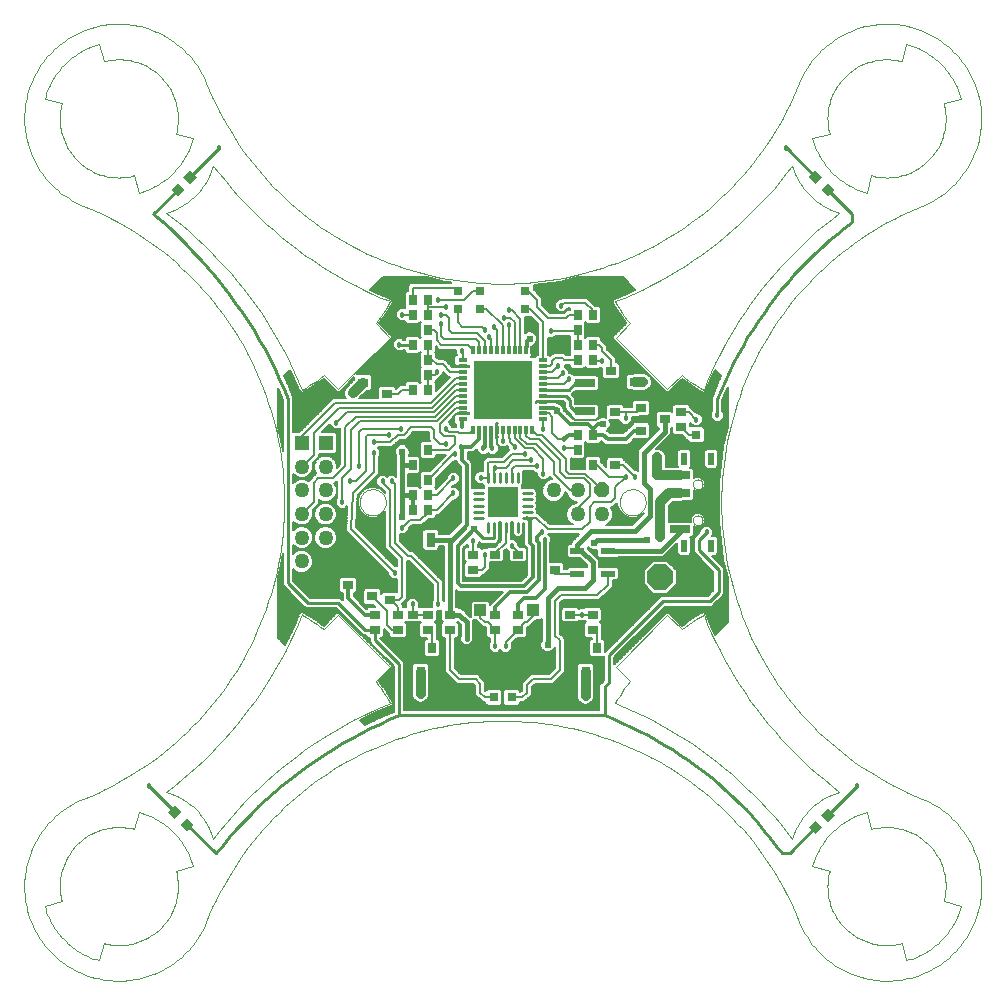
<source format=gtl>
G75*
G70*
%OFA0B0*%
%FSLAX24Y24*%
%IPPOS*%
%LPD*%
%AMOC8*
5,1,8,0,0,1.08239X$1,22.5*
%
%ADD10C,0.0020*%
%ADD11C,0.0000*%
%ADD12R,0.1969X0.1969*%
%ADD13R,0.0118X0.0315*%
%ADD14R,0.0315X0.0118*%
%ADD15R,0.0669X0.0276*%
%ADD16R,0.0354X0.0276*%
%ADD17R,0.0276X0.0354*%
%ADD18C,0.0100*%
%ADD19R,0.1030X0.1030*%
%ADD20R,0.0315X0.0315*%
%ADD21R,0.0350X0.0310*%
%ADD22R,0.0310X0.0350*%
%ADD23OC8,0.0850*%
%ADD24C,0.0500*%
%ADD25C,0.0490*%
%ADD26C,0.0472*%
%ADD27R,0.0315X0.0315*%
%ADD28R,0.0472X0.0217*%
%ADD29R,0.0315X0.0472*%
%ADD30R,0.0394X0.0394*%
%ADD31R,0.0700X0.0250*%
%ADD32R,0.0200X0.0400*%
%ADD33OC8,0.0500*%
%ADD34R,0.0500X0.0500*%
%ADD35C,0.0160*%
%ADD36C,0.0180*%
%ADD37C,0.0080*%
%ADD38C,0.0050*%
%ADD39C,0.0120*%
%ADD40C,0.0240*%
%ADD41C,0.0320*%
%ADD42C,0.0140*%
D10*
X008464Y010273D02*
X009035Y010427D01*
X010427Y009035D02*
X010273Y008464D01*
X013849Y009755D02*
X013806Y009653D01*
X013759Y009552D01*
X013709Y009454D01*
X013655Y009357D01*
X013598Y009261D01*
X013538Y009169D01*
X013474Y009078D01*
X013407Y008989D01*
X013337Y008903D01*
X013264Y008820D01*
X013189Y008739D01*
X013110Y008660D01*
X013029Y008585D01*
X012945Y008513D01*
X012858Y008443D01*
X012770Y008377D01*
X012678Y008313D01*
X012585Y008253D01*
X012490Y008197D01*
X012393Y008143D01*
X012293Y008094D01*
X012193Y008047D01*
X012090Y008005D01*
X011986Y007966D01*
X011881Y007930D01*
X011775Y007899D01*
X011668Y007871D01*
X011560Y007847D01*
X011450Y007826D01*
X011341Y007810D01*
X011231Y007797D01*
X011120Y007789D01*
X011009Y007784D01*
X010898Y007783D01*
X010787Y007786D01*
X010677Y007793D01*
X010566Y007804D01*
X010457Y007819D01*
X010347Y007837D01*
X010239Y007860D01*
X010131Y007886D01*
X010024Y007916D01*
X009918Y007950D01*
X009814Y007988D01*
X009711Y008029D01*
X009610Y008073D01*
X009510Y008122D01*
X009412Y008173D01*
X009316Y008229D01*
X009221Y008287D01*
X009129Y008349D01*
X009039Y008414D01*
X008952Y008482D01*
X008867Y008554D01*
X008785Y008628D01*
X008705Y008705D01*
X008628Y008785D01*
X008554Y008867D01*
X008482Y008952D01*
X008414Y009039D01*
X008349Y009129D01*
X008287Y009221D01*
X008229Y009316D01*
X008173Y009412D01*
X008122Y009510D01*
X008073Y009610D01*
X008029Y009711D01*
X007988Y009814D01*
X007950Y009918D01*
X007916Y010024D01*
X007886Y010131D01*
X007860Y010239D01*
X007837Y010347D01*
X007819Y010457D01*
X007804Y010566D01*
X007793Y010677D01*
X007786Y010787D01*
X007783Y010898D01*
X007784Y011009D01*
X007789Y011120D01*
X007797Y011231D01*
X007810Y011341D01*
X007826Y011450D01*
X007847Y011560D01*
X007871Y011668D01*
X007899Y011775D01*
X007930Y011881D01*
X007966Y011986D01*
X008005Y012090D01*
X008047Y012193D01*
X008094Y012293D01*
X008143Y012393D01*
X008197Y012490D01*
X008253Y012585D01*
X008313Y012678D01*
X008377Y012770D01*
X008443Y012858D01*
X008513Y012945D01*
X008585Y013029D01*
X008660Y013110D01*
X008739Y013189D01*
X008820Y013264D01*
X008903Y013337D01*
X008989Y013407D01*
X009078Y013474D01*
X009169Y013538D01*
X009261Y013598D01*
X009357Y013655D01*
X009454Y013709D01*
X009552Y013759D01*
X009653Y013806D01*
X009755Y013849D01*
X011600Y013409D02*
X011446Y012838D01*
X012511Y014085D02*
X012603Y014055D01*
X012693Y014022D01*
X012782Y013984D01*
X012870Y013943D01*
X012955Y013899D01*
X013039Y013851D01*
X013121Y013799D01*
X013201Y013745D01*
X013278Y013687D01*
X013353Y013626D01*
X013425Y013562D01*
X013495Y013495D01*
X013562Y013425D01*
X013626Y013353D01*
X013687Y013278D01*
X013745Y013201D01*
X013799Y013121D01*
X013851Y013039D01*
X013899Y012955D01*
X013943Y012870D01*
X013984Y012782D01*
X014022Y012693D01*
X014055Y012603D01*
X014085Y012511D01*
X019991Y017039D02*
X019916Y017164D01*
X019837Y017288D01*
X019756Y017410D01*
X019673Y017531D01*
X019587Y017650D01*
X019499Y017767D01*
X019500Y017767D02*
X019972Y018240D01*
X018240Y019972D01*
X017767Y019500D01*
X017767Y019499D02*
X017650Y019587D01*
X017531Y019673D01*
X017410Y019756D01*
X017288Y019837D01*
X017164Y019916D01*
X017039Y019991D01*
X018240Y027492D02*
X017767Y027964D01*
X018240Y027492D02*
X019972Y029224D01*
X019500Y029696D01*
X019499Y029697D02*
X019587Y029814D01*
X019673Y029933D01*
X019756Y030054D01*
X019837Y030176D01*
X019916Y030300D01*
X019991Y030425D01*
X017767Y027964D02*
X017650Y027876D01*
X017531Y027790D01*
X017410Y027707D01*
X017288Y027626D01*
X017164Y027547D01*
X017039Y027472D01*
X011600Y034055D02*
X011446Y034626D01*
X012511Y033378D02*
X012603Y033408D01*
X012693Y033441D01*
X012782Y033479D01*
X012870Y033520D01*
X012955Y033564D01*
X013039Y033612D01*
X013121Y033664D01*
X013201Y033718D01*
X013278Y033776D01*
X013353Y033837D01*
X013425Y033901D01*
X013495Y033968D01*
X013562Y034038D01*
X013626Y034110D01*
X013687Y034185D01*
X013745Y034262D01*
X013799Y034342D01*
X013851Y034424D01*
X013899Y034508D01*
X013943Y034593D01*
X013984Y034681D01*
X014022Y034770D01*
X014055Y034860D01*
X014085Y034952D01*
X013409Y035864D02*
X012838Y036017D01*
X013409Y035864D02*
X013381Y035769D01*
X013350Y035675D01*
X013315Y035582D01*
X013277Y035490D01*
X013235Y035400D01*
X013189Y035312D01*
X013141Y035226D01*
X013088Y035141D01*
X013033Y035059D01*
X012975Y034979D01*
X012913Y034901D01*
X012849Y034826D01*
X012781Y034753D01*
X012711Y034683D01*
X012638Y034615D01*
X012563Y034551D01*
X012485Y034489D01*
X012405Y034431D01*
X012323Y034376D01*
X012238Y034323D01*
X012152Y034275D01*
X012064Y034229D01*
X011974Y034187D01*
X011882Y034149D01*
X011789Y034114D01*
X011695Y034083D01*
X011600Y034055D01*
X012839Y036017D02*
X012860Y036102D01*
X012877Y036188D01*
X012890Y036275D01*
X012899Y036362D01*
X012904Y036450D01*
X012906Y036538D01*
X012904Y036625D01*
X012897Y036713D01*
X012887Y036800D01*
X012873Y036887D01*
X012855Y036973D01*
X012833Y037058D01*
X012808Y037142D01*
X012778Y037224D01*
X012745Y037306D01*
X012709Y037385D01*
X012669Y037464D01*
X012626Y037540D01*
X012579Y037614D01*
X012529Y037686D01*
X012475Y037756D01*
X012419Y037823D01*
X012360Y037888D01*
X012298Y037950D01*
X012233Y038009D01*
X012166Y038065D01*
X012096Y038119D01*
X012024Y038169D01*
X011950Y038216D01*
X011874Y038259D01*
X011795Y038299D01*
X011716Y038335D01*
X011634Y038368D01*
X011552Y038398D01*
X011468Y038423D01*
X011383Y038445D01*
X011297Y038463D01*
X011210Y038477D01*
X011123Y038487D01*
X011035Y038494D01*
X010948Y038496D01*
X010860Y038494D01*
X010772Y038489D01*
X010685Y038480D01*
X010598Y038467D01*
X010512Y038450D01*
X010427Y038429D01*
X010273Y039000D01*
X009035Y037037D02*
X008464Y037191D01*
X009755Y033614D02*
X009653Y033657D01*
X009552Y033704D01*
X009454Y033754D01*
X009357Y033808D01*
X009261Y033865D01*
X009169Y033925D01*
X009078Y033989D01*
X008989Y034056D01*
X008903Y034126D01*
X008820Y034199D01*
X008739Y034274D01*
X008660Y034353D01*
X008585Y034434D01*
X008513Y034518D01*
X008443Y034605D01*
X008377Y034693D01*
X008313Y034785D01*
X008253Y034878D01*
X008197Y034973D01*
X008143Y035070D01*
X008094Y035170D01*
X008047Y035270D01*
X008005Y035373D01*
X007966Y035477D01*
X007930Y035582D01*
X007899Y035688D01*
X007871Y035795D01*
X007847Y035903D01*
X007826Y036013D01*
X007810Y036122D01*
X007797Y036232D01*
X007789Y036343D01*
X007784Y036454D01*
X007783Y036565D01*
X007786Y036676D01*
X007793Y036786D01*
X007804Y036897D01*
X007819Y037006D01*
X007837Y037116D01*
X007860Y037224D01*
X007886Y037332D01*
X007916Y037439D01*
X007950Y037545D01*
X007988Y037649D01*
X008029Y037752D01*
X008073Y037853D01*
X008122Y037953D01*
X008173Y038051D01*
X008229Y038147D01*
X008287Y038242D01*
X008349Y038334D01*
X008414Y038424D01*
X008482Y038511D01*
X008554Y038596D01*
X008628Y038678D01*
X008705Y038758D01*
X008785Y038835D01*
X008867Y038909D01*
X008952Y038981D01*
X009039Y039049D01*
X009129Y039114D01*
X009221Y039176D01*
X009316Y039234D01*
X009412Y039290D01*
X009510Y039341D01*
X009610Y039390D01*
X009711Y039434D01*
X009814Y039475D01*
X009918Y039513D01*
X010024Y039547D01*
X010131Y039577D01*
X010239Y039603D01*
X010347Y039626D01*
X010457Y039644D01*
X010566Y039659D01*
X010677Y039670D01*
X010787Y039677D01*
X010898Y039680D01*
X011009Y039679D01*
X011120Y039674D01*
X011231Y039666D01*
X011341Y039653D01*
X011450Y039637D01*
X011560Y039616D01*
X011668Y039592D01*
X011775Y039564D01*
X011881Y039533D01*
X011986Y039497D01*
X012090Y039458D01*
X012193Y039416D01*
X012293Y039369D01*
X012393Y039320D01*
X012490Y039266D01*
X012585Y039210D01*
X012678Y039150D01*
X012770Y039086D01*
X012858Y039020D01*
X012945Y038950D01*
X013029Y038878D01*
X013110Y038803D01*
X013189Y038724D01*
X013264Y038643D01*
X013337Y038560D01*
X013407Y038474D01*
X013474Y038385D01*
X013538Y038294D01*
X013598Y038202D01*
X013655Y038106D01*
X013709Y038009D01*
X013759Y037911D01*
X013806Y037810D01*
X013849Y037708D01*
X011447Y034625D02*
X011362Y034604D01*
X011276Y034587D01*
X011189Y034574D01*
X011102Y034565D01*
X011014Y034560D01*
X010926Y034558D01*
X010839Y034560D01*
X010751Y034567D01*
X010664Y034577D01*
X010577Y034591D01*
X010491Y034609D01*
X010406Y034631D01*
X010322Y034656D01*
X010240Y034686D01*
X010158Y034719D01*
X010079Y034755D01*
X010000Y034795D01*
X009924Y034838D01*
X009850Y034885D01*
X009778Y034935D01*
X009708Y034989D01*
X009641Y035045D01*
X009576Y035104D01*
X009514Y035166D01*
X009455Y035231D01*
X009399Y035298D01*
X009345Y035368D01*
X009295Y035440D01*
X009248Y035514D01*
X009205Y035590D01*
X009165Y035669D01*
X009129Y035748D01*
X009096Y035830D01*
X009066Y035912D01*
X009041Y035996D01*
X009019Y036081D01*
X009001Y036167D01*
X008987Y036254D01*
X008977Y036341D01*
X008970Y036429D01*
X008968Y036516D01*
X008970Y036604D01*
X008975Y036692D01*
X008984Y036779D01*
X008997Y036866D01*
X009014Y036952D01*
X009035Y037037D01*
X008464Y037191D02*
X008492Y037286D01*
X008523Y037380D01*
X008558Y037473D01*
X008596Y037565D01*
X008638Y037655D01*
X008684Y037743D01*
X008732Y037829D01*
X008785Y037914D01*
X008840Y037996D01*
X008898Y038076D01*
X008960Y038154D01*
X009024Y038229D01*
X009092Y038302D01*
X009162Y038372D01*
X009235Y038440D01*
X009310Y038504D01*
X009388Y038566D01*
X009468Y038624D01*
X009550Y038679D01*
X009635Y038732D01*
X009721Y038780D01*
X009809Y038826D01*
X009899Y038868D01*
X009991Y038906D01*
X010084Y038941D01*
X010178Y038972D01*
X010273Y039000D01*
X027472Y030425D02*
X027775Y030550D01*
X028074Y030683D01*
X028371Y030823D01*
X028663Y030969D01*
X028953Y031123D01*
X029238Y031283D01*
X029520Y031450D01*
X029798Y031624D01*
X030071Y031804D01*
X030341Y031991D01*
X030605Y032184D01*
X030865Y032383D01*
X031120Y032589D01*
X031371Y032800D01*
X031616Y033018D01*
X031856Y033241D01*
X032090Y033469D01*
X032319Y033704D01*
X032543Y033943D01*
X032760Y034188D01*
X032972Y034438D01*
X033178Y034693D01*
X033378Y034952D01*
X027472Y030425D02*
X027547Y030300D01*
X027626Y030176D01*
X027707Y030054D01*
X027790Y029933D01*
X027876Y029814D01*
X027964Y029697D01*
X027964Y029696D02*
X027492Y029224D01*
X029224Y027492D01*
X029696Y027964D01*
X029697Y027964D02*
X029814Y027876D01*
X029933Y027790D01*
X030054Y027707D01*
X030176Y027626D01*
X030300Y027547D01*
X030425Y027472D01*
X035864Y034055D02*
X036017Y034626D01*
X034952Y033378D02*
X034860Y033408D01*
X034770Y033441D01*
X034681Y033479D01*
X034593Y033520D01*
X034508Y033564D01*
X034424Y033612D01*
X034342Y033664D01*
X034262Y033718D01*
X034185Y033776D01*
X034110Y033837D01*
X034038Y033901D01*
X033968Y033968D01*
X033901Y034038D01*
X033837Y034110D01*
X033776Y034185D01*
X033718Y034262D01*
X033664Y034342D01*
X033612Y034424D01*
X033564Y034508D01*
X033520Y034593D01*
X033479Y034681D01*
X033441Y034770D01*
X033408Y034860D01*
X033378Y034952D01*
X034055Y035864D02*
X034626Y036017D01*
X034055Y035864D02*
X034083Y035769D01*
X034114Y035675D01*
X034149Y035582D01*
X034187Y035490D01*
X034229Y035400D01*
X034275Y035312D01*
X034323Y035226D01*
X034376Y035141D01*
X034431Y035059D01*
X034489Y034979D01*
X034551Y034901D01*
X034615Y034826D01*
X034683Y034753D01*
X034753Y034683D01*
X034826Y034615D01*
X034901Y034551D01*
X034979Y034489D01*
X035059Y034431D01*
X035141Y034376D01*
X035226Y034323D01*
X035312Y034275D01*
X035400Y034229D01*
X035490Y034187D01*
X035582Y034149D01*
X035675Y034114D01*
X035769Y034083D01*
X035864Y034055D01*
X036017Y034625D02*
X036102Y034604D01*
X036188Y034587D01*
X036275Y034574D01*
X036362Y034565D01*
X036450Y034560D01*
X036538Y034558D01*
X036625Y034560D01*
X036713Y034567D01*
X036800Y034577D01*
X036887Y034591D01*
X036973Y034609D01*
X037058Y034631D01*
X037142Y034656D01*
X037224Y034686D01*
X037306Y034719D01*
X037385Y034755D01*
X037464Y034795D01*
X037540Y034838D01*
X037614Y034885D01*
X037686Y034935D01*
X037756Y034989D01*
X037823Y035045D01*
X037888Y035104D01*
X037950Y035166D01*
X038009Y035231D01*
X038065Y035298D01*
X038119Y035368D01*
X038169Y035440D01*
X038216Y035514D01*
X038259Y035590D01*
X038299Y035669D01*
X038335Y035748D01*
X038368Y035830D01*
X038398Y035912D01*
X038423Y035996D01*
X038445Y036081D01*
X038463Y036167D01*
X038477Y036254D01*
X038487Y036341D01*
X038494Y036429D01*
X038496Y036516D01*
X038494Y036604D01*
X038489Y036692D01*
X038480Y036779D01*
X038467Y036866D01*
X038450Y036952D01*
X038429Y037037D01*
X039000Y037191D01*
X037037Y038429D02*
X037191Y039000D01*
X033614Y037708D02*
X033657Y037810D01*
X033704Y037911D01*
X033754Y038009D01*
X033808Y038106D01*
X033865Y038202D01*
X033925Y038294D01*
X033989Y038385D01*
X034056Y038474D01*
X034126Y038560D01*
X034199Y038643D01*
X034274Y038724D01*
X034353Y038803D01*
X034434Y038878D01*
X034518Y038950D01*
X034605Y039020D01*
X034693Y039086D01*
X034785Y039150D01*
X034878Y039210D01*
X034973Y039266D01*
X035070Y039320D01*
X035170Y039369D01*
X035270Y039416D01*
X035373Y039458D01*
X035477Y039497D01*
X035582Y039533D01*
X035688Y039564D01*
X035795Y039592D01*
X035903Y039616D01*
X036013Y039637D01*
X036122Y039653D01*
X036232Y039666D01*
X036343Y039674D01*
X036454Y039679D01*
X036565Y039680D01*
X036676Y039677D01*
X036786Y039670D01*
X036897Y039659D01*
X037006Y039644D01*
X037116Y039626D01*
X037224Y039603D01*
X037332Y039577D01*
X037439Y039547D01*
X037545Y039513D01*
X037649Y039475D01*
X037752Y039434D01*
X037853Y039390D01*
X037953Y039341D01*
X038051Y039290D01*
X038147Y039234D01*
X038242Y039176D01*
X038334Y039114D01*
X038424Y039049D01*
X038511Y038981D01*
X038596Y038909D01*
X038678Y038835D01*
X038758Y038758D01*
X038835Y038678D01*
X038909Y038596D01*
X038981Y038511D01*
X039049Y038424D01*
X039114Y038334D01*
X039176Y038242D01*
X039234Y038147D01*
X039290Y038051D01*
X039341Y037953D01*
X039390Y037853D01*
X039434Y037752D01*
X039475Y037649D01*
X039513Y037545D01*
X039547Y037439D01*
X039577Y037332D01*
X039603Y037224D01*
X039626Y037116D01*
X039644Y037006D01*
X039659Y036897D01*
X039670Y036786D01*
X039677Y036676D01*
X039680Y036565D01*
X039679Y036454D01*
X039674Y036343D01*
X039666Y036232D01*
X039653Y036122D01*
X039637Y036013D01*
X039616Y035903D01*
X039592Y035795D01*
X039564Y035688D01*
X039533Y035582D01*
X039497Y035477D01*
X039458Y035373D01*
X039416Y035270D01*
X039369Y035170D01*
X039320Y035070D01*
X039266Y034973D01*
X039210Y034878D01*
X039150Y034785D01*
X039086Y034693D01*
X039020Y034605D01*
X038950Y034518D01*
X038878Y034434D01*
X038803Y034353D01*
X038724Y034274D01*
X038643Y034199D01*
X038560Y034126D01*
X038474Y034056D01*
X038385Y033989D01*
X038294Y033925D01*
X038202Y033865D01*
X038106Y033808D01*
X038009Y033754D01*
X037911Y033704D01*
X037810Y033657D01*
X037708Y033614D01*
X034625Y036017D02*
X034604Y036102D01*
X034587Y036188D01*
X034574Y036275D01*
X034565Y036362D01*
X034560Y036450D01*
X034558Y036538D01*
X034560Y036625D01*
X034567Y036713D01*
X034577Y036800D01*
X034591Y036887D01*
X034609Y036973D01*
X034631Y037058D01*
X034656Y037142D01*
X034686Y037224D01*
X034719Y037306D01*
X034755Y037385D01*
X034795Y037464D01*
X034838Y037540D01*
X034885Y037614D01*
X034935Y037686D01*
X034989Y037756D01*
X035045Y037823D01*
X035104Y037888D01*
X035166Y037950D01*
X035231Y038009D01*
X035298Y038065D01*
X035368Y038119D01*
X035440Y038169D01*
X035514Y038216D01*
X035590Y038259D01*
X035669Y038299D01*
X035748Y038335D01*
X035830Y038368D01*
X035912Y038398D01*
X035996Y038423D01*
X036081Y038445D01*
X036167Y038463D01*
X036254Y038477D01*
X036341Y038487D01*
X036429Y038494D01*
X036516Y038496D01*
X036604Y038494D01*
X036692Y038489D01*
X036779Y038480D01*
X036866Y038467D01*
X036952Y038450D01*
X037037Y038429D01*
X037191Y039000D02*
X037286Y038972D01*
X037380Y038941D01*
X037473Y038906D01*
X037565Y038868D01*
X037655Y038826D01*
X037743Y038780D01*
X037829Y038732D01*
X037914Y038679D01*
X037996Y038624D01*
X038076Y038566D01*
X038154Y038504D01*
X038229Y038440D01*
X038302Y038372D01*
X038372Y038302D01*
X038440Y038229D01*
X038504Y038154D01*
X038566Y038076D01*
X038624Y037996D01*
X038679Y037914D01*
X038732Y037829D01*
X038780Y037743D01*
X038826Y037655D01*
X038868Y037565D01*
X038906Y037473D01*
X038941Y037380D01*
X038972Y037286D01*
X039000Y037191D01*
X030425Y019992D02*
X030550Y019689D01*
X030683Y019390D01*
X030823Y019093D01*
X030969Y018801D01*
X031123Y018511D01*
X031283Y018226D01*
X031450Y017944D01*
X031624Y017666D01*
X031804Y017393D01*
X031991Y017123D01*
X032184Y016859D01*
X032383Y016599D01*
X032589Y016344D01*
X032800Y016093D01*
X033018Y015848D01*
X033241Y015608D01*
X033469Y015374D01*
X033704Y015145D01*
X033943Y014921D01*
X034188Y014704D01*
X034438Y014492D01*
X034693Y014286D01*
X034952Y014086D01*
X030425Y019991D02*
X030300Y019916D01*
X030176Y019837D01*
X030054Y019756D01*
X029933Y019673D01*
X029814Y019587D01*
X029697Y019499D01*
X029696Y019500D02*
X029224Y019972D01*
X027492Y018240D01*
X027964Y017767D01*
X027876Y017650D01*
X027790Y017531D01*
X027707Y017410D01*
X027626Y017288D01*
X027547Y017164D01*
X027472Y017039D01*
X034055Y011600D02*
X034626Y011446D01*
X033378Y012511D02*
X033408Y012603D01*
X033441Y012693D01*
X033479Y012782D01*
X033520Y012870D01*
X033564Y012955D01*
X033612Y013039D01*
X033664Y013121D01*
X033718Y013201D01*
X033776Y013278D01*
X033837Y013353D01*
X033901Y013425D01*
X033968Y013495D01*
X034038Y013562D01*
X034110Y013626D01*
X034185Y013687D01*
X034262Y013745D01*
X034342Y013799D01*
X034424Y013851D01*
X034508Y013899D01*
X034593Y013943D01*
X034681Y013984D01*
X034770Y014022D01*
X034860Y014055D01*
X034952Y014085D01*
X035864Y013409D02*
X036017Y012838D01*
X035864Y013409D02*
X035769Y013381D01*
X035675Y013350D01*
X035582Y013315D01*
X035490Y013277D01*
X035400Y013235D01*
X035312Y013189D01*
X035226Y013141D01*
X035141Y013088D01*
X035059Y013033D01*
X034979Y012975D01*
X034901Y012913D01*
X034826Y012849D01*
X034753Y012781D01*
X034683Y012711D01*
X034615Y012638D01*
X034551Y012563D01*
X034489Y012485D01*
X034431Y012405D01*
X034376Y012323D01*
X034323Y012238D01*
X034275Y012152D01*
X034229Y012064D01*
X034187Y011974D01*
X034149Y011882D01*
X034114Y011789D01*
X034083Y011695D01*
X034055Y011600D01*
X036017Y012839D02*
X036102Y012860D01*
X036188Y012877D01*
X036275Y012890D01*
X036362Y012899D01*
X036450Y012904D01*
X036538Y012906D01*
X036625Y012904D01*
X036713Y012897D01*
X036800Y012887D01*
X036887Y012873D01*
X036973Y012855D01*
X037058Y012833D01*
X037142Y012808D01*
X037224Y012778D01*
X037306Y012745D01*
X037385Y012709D01*
X037464Y012669D01*
X037540Y012626D01*
X037614Y012579D01*
X037686Y012529D01*
X037756Y012475D01*
X037823Y012419D01*
X037888Y012360D01*
X037950Y012298D01*
X038009Y012233D01*
X038065Y012166D01*
X038119Y012096D01*
X038169Y012024D01*
X038216Y011950D01*
X038259Y011874D01*
X038299Y011795D01*
X038335Y011716D01*
X038368Y011634D01*
X038398Y011552D01*
X038423Y011468D01*
X038445Y011383D01*
X038463Y011297D01*
X038477Y011210D01*
X038487Y011123D01*
X038494Y011035D01*
X038496Y010948D01*
X038494Y010860D01*
X038489Y010772D01*
X038480Y010685D01*
X038467Y010598D01*
X038450Y010512D01*
X038429Y010427D01*
X039000Y010273D01*
X037037Y009035D02*
X037191Y008464D01*
X033614Y009755D02*
X033657Y009653D01*
X033704Y009552D01*
X033754Y009454D01*
X033808Y009357D01*
X033865Y009261D01*
X033925Y009169D01*
X033989Y009078D01*
X034056Y008989D01*
X034126Y008903D01*
X034199Y008820D01*
X034274Y008739D01*
X034353Y008660D01*
X034434Y008585D01*
X034518Y008513D01*
X034605Y008443D01*
X034693Y008377D01*
X034785Y008313D01*
X034878Y008253D01*
X034973Y008197D01*
X035070Y008143D01*
X035170Y008094D01*
X035270Y008047D01*
X035373Y008005D01*
X035477Y007966D01*
X035582Y007930D01*
X035688Y007899D01*
X035795Y007871D01*
X035903Y007847D01*
X036013Y007826D01*
X036122Y007810D01*
X036232Y007797D01*
X036343Y007789D01*
X036454Y007784D01*
X036565Y007783D01*
X036676Y007786D01*
X036786Y007793D01*
X036897Y007804D01*
X037006Y007819D01*
X037116Y007837D01*
X037224Y007860D01*
X037332Y007886D01*
X037439Y007916D01*
X037545Y007950D01*
X037649Y007988D01*
X037752Y008029D01*
X037853Y008073D01*
X037953Y008122D01*
X038051Y008173D01*
X038147Y008229D01*
X038242Y008287D01*
X038334Y008349D01*
X038424Y008414D01*
X038511Y008482D01*
X038596Y008554D01*
X038678Y008628D01*
X038758Y008705D01*
X038835Y008785D01*
X038909Y008867D01*
X038981Y008952D01*
X039049Y009039D01*
X039114Y009129D01*
X039176Y009221D01*
X039234Y009316D01*
X039290Y009412D01*
X039341Y009510D01*
X039390Y009610D01*
X039434Y009711D01*
X039475Y009814D01*
X039513Y009918D01*
X039547Y010024D01*
X039577Y010131D01*
X039603Y010239D01*
X039626Y010347D01*
X039644Y010457D01*
X039659Y010566D01*
X039670Y010677D01*
X039677Y010787D01*
X039680Y010898D01*
X039679Y011009D01*
X039674Y011120D01*
X039666Y011231D01*
X039653Y011341D01*
X039637Y011450D01*
X039616Y011560D01*
X039592Y011668D01*
X039564Y011775D01*
X039533Y011881D01*
X039497Y011986D01*
X039458Y012090D01*
X039416Y012193D01*
X039369Y012293D01*
X039320Y012393D01*
X039266Y012490D01*
X039210Y012585D01*
X039150Y012678D01*
X039086Y012770D01*
X039020Y012858D01*
X038950Y012945D01*
X038878Y013029D01*
X038803Y013110D01*
X038724Y013189D01*
X038643Y013264D01*
X038560Y013337D01*
X038474Y013407D01*
X038385Y013474D01*
X038294Y013538D01*
X038202Y013598D01*
X038106Y013655D01*
X038009Y013709D01*
X037911Y013759D01*
X037810Y013806D01*
X037708Y013849D01*
X034625Y011447D02*
X034604Y011362D01*
X034587Y011276D01*
X034574Y011189D01*
X034565Y011102D01*
X034560Y011014D01*
X034558Y010926D01*
X034560Y010839D01*
X034567Y010751D01*
X034577Y010664D01*
X034591Y010577D01*
X034609Y010491D01*
X034631Y010406D01*
X034656Y010322D01*
X034686Y010240D01*
X034719Y010158D01*
X034755Y010079D01*
X034795Y010000D01*
X034838Y009924D01*
X034885Y009850D01*
X034935Y009778D01*
X034989Y009708D01*
X035045Y009641D01*
X035104Y009576D01*
X035166Y009514D01*
X035231Y009455D01*
X035298Y009399D01*
X035368Y009345D01*
X035440Y009295D01*
X035514Y009248D01*
X035590Y009205D01*
X035669Y009165D01*
X035748Y009129D01*
X035830Y009096D01*
X035912Y009066D01*
X035996Y009041D01*
X036081Y009019D01*
X036167Y009001D01*
X036254Y008987D01*
X036341Y008977D01*
X036429Y008970D01*
X036516Y008968D01*
X036604Y008970D01*
X036692Y008975D01*
X036779Y008984D01*
X036866Y008997D01*
X036952Y009014D01*
X037037Y009035D01*
X037191Y008464D02*
X037286Y008492D01*
X037380Y008523D01*
X037473Y008558D01*
X037565Y008596D01*
X037655Y008638D01*
X037743Y008684D01*
X037829Y008732D01*
X037914Y008785D01*
X037996Y008840D01*
X038076Y008898D01*
X038154Y008960D01*
X038229Y009024D01*
X038302Y009092D01*
X038372Y009162D01*
X038440Y009235D01*
X038504Y009310D01*
X038566Y009388D01*
X038624Y009468D01*
X038679Y009550D01*
X038732Y009635D01*
X038780Y009721D01*
X038826Y009809D01*
X038868Y009899D01*
X038906Y009991D01*
X038941Y010084D01*
X038972Y010178D01*
X039000Y010273D01*
X030425Y027472D02*
X030550Y027775D01*
X030683Y028074D01*
X030823Y028371D01*
X030969Y028663D01*
X031123Y028953D01*
X031283Y029238D01*
X031450Y029520D01*
X031624Y029798D01*
X031804Y030071D01*
X031991Y030341D01*
X032184Y030605D01*
X032383Y030865D01*
X032589Y031120D01*
X032800Y031371D01*
X033018Y031616D01*
X033241Y031856D01*
X033469Y032090D01*
X033704Y032319D01*
X033943Y032543D01*
X034188Y032760D01*
X034438Y032972D01*
X034693Y033178D01*
X034952Y033378D01*
X037708Y033614D02*
X037469Y033515D01*
X037233Y033411D01*
X036999Y033300D01*
X036768Y033184D01*
X036540Y033063D01*
X036314Y032936D01*
X036092Y032803D01*
X035874Y032665D01*
X035658Y032522D01*
X035447Y032374D01*
X035238Y032220D01*
X035034Y032062D01*
X034834Y031899D01*
X034637Y031730D01*
X034445Y031557D01*
X034257Y031380D01*
X034073Y031198D01*
X033894Y031011D01*
X033720Y030821D01*
X033550Y030626D01*
X033385Y030427D01*
X033224Y030224D01*
X033069Y030017D01*
X032919Y029806D01*
X032774Y029592D01*
X032634Y029375D01*
X032500Y029154D01*
X032371Y028930D01*
X032247Y028703D01*
X032129Y028473D01*
X032017Y028240D01*
X031910Y028004D01*
X031809Y027766D01*
X031714Y027526D01*
X031625Y027283D01*
X031542Y027038D01*
X031464Y026791D01*
X031393Y026543D01*
X031328Y026293D01*
X031268Y026041D01*
X031215Y025788D01*
X031169Y025533D01*
X031128Y025278D01*
X031093Y025022D01*
X031065Y024765D01*
X031043Y024507D01*
X031028Y024249D01*
X031018Y023991D01*
X031015Y023732D01*
X031018Y023473D01*
X031028Y023215D01*
X031043Y022957D01*
X031065Y022699D01*
X031093Y022442D01*
X031128Y022186D01*
X031169Y021931D01*
X031215Y021676D01*
X031268Y021423D01*
X031328Y021171D01*
X031393Y020921D01*
X031464Y020673D01*
X031542Y020426D01*
X031625Y020181D01*
X031714Y019938D01*
X031809Y019698D01*
X031910Y019460D01*
X032017Y019224D01*
X032129Y018991D01*
X032247Y018761D01*
X032371Y018534D01*
X032500Y018310D01*
X032634Y018089D01*
X032774Y017872D01*
X032919Y017658D01*
X033069Y017447D01*
X033224Y017240D01*
X033385Y017037D01*
X033550Y016838D01*
X033720Y016643D01*
X033894Y016453D01*
X034073Y016266D01*
X034257Y016084D01*
X034445Y015907D01*
X034637Y015734D01*
X034834Y015565D01*
X035034Y015402D01*
X035238Y015244D01*
X035447Y015090D01*
X035658Y014942D01*
X035874Y014799D01*
X036092Y014661D01*
X036314Y014528D01*
X036540Y014401D01*
X036768Y014280D01*
X036999Y014164D01*
X037233Y014053D01*
X037469Y013949D01*
X037708Y013850D01*
X019992Y017039D02*
X019689Y016914D01*
X019390Y016781D01*
X019093Y016641D01*
X018801Y016495D01*
X018511Y016341D01*
X018226Y016181D01*
X017944Y016014D01*
X017666Y015840D01*
X017393Y015660D01*
X017123Y015473D01*
X016859Y015280D01*
X016599Y015081D01*
X016344Y014875D01*
X016093Y014664D01*
X015848Y014446D01*
X015608Y014223D01*
X015374Y013995D01*
X015145Y013760D01*
X014921Y013521D01*
X014704Y013276D01*
X014492Y013026D01*
X014286Y012771D01*
X014086Y012512D01*
X013409Y011600D02*
X012838Y011446D01*
X013409Y011600D02*
X013381Y011695D01*
X013350Y011789D01*
X013315Y011882D01*
X013277Y011974D01*
X013235Y012064D01*
X013189Y012152D01*
X013141Y012238D01*
X013088Y012323D01*
X013033Y012405D01*
X012975Y012485D01*
X012913Y012563D01*
X012849Y012638D01*
X012781Y012711D01*
X012711Y012781D01*
X012638Y012849D01*
X012563Y012913D01*
X012485Y012975D01*
X012405Y013033D01*
X012323Y013088D01*
X012238Y013141D01*
X012152Y013189D01*
X012064Y013235D01*
X011974Y013277D01*
X011882Y013315D01*
X011789Y013350D01*
X011695Y013381D01*
X011600Y013409D01*
X012839Y011447D02*
X012860Y011362D01*
X012877Y011276D01*
X012890Y011189D01*
X012899Y011102D01*
X012904Y011014D01*
X012906Y010926D01*
X012904Y010839D01*
X012897Y010751D01*
X012887Y010664D01*
X012873Y010577D01*
X012855Y010491D01*
X012833Y010406D01*
X012808Y010322D01*
X012778Y010240D01*
X012745Y010158D01*
X012709Y010079D01*
X012669Y010000D01*
X012626Y009924D01*
X012579Y009850D01*
X012529Y009778D01*
X012475Y009708D01*
X012419Y009641D01*
X012360Y009576D01*
X012298Y009514D01*
X012233Y009455D01*
X012166Y009399D01*
X012096Y009345D01*
X012024Y009295D01*
X011950Y009248D01*
X011874Y009205D01*
X011795Y009165D01*
X011716Y009129D01*
X011634Y009096D01*
X011552Y009066D01*
X011468Y009041D01*
X011383Y009019D01*
X011297Y009001D01*
X011210Y008987D01*
X011123Y008977D01*
X011035Y008970D01*
X010948Y008968D01*
X010860Y008970D01*
X010772Y008975D01*
X010685Y008984D01*
X010598Y008997D01*
X010512Y009014D01*
X010427Y009035D01*
X010273Y008464D02*
X010178Y008492D01*
X010084Y008523D01*
X009991Y008558D01*
X009899Y008596D01*
X009809Y008638D01*
X009721Y008684D01*
X009635Y008732D01*
X009550Y008785D01*
X009468Y008840D01*
X009388Y008898D01*
X009310Y008960D01*
X009235Y009024D01*
X009162Y009092D01*
X009092Y009162D01*
X009024Y009235D01*
X008960Y009310D01*
X008898Y009388D01*
X008840Y009468D01*
X008785Y009550D01*
X008732Y009635D01*
X008684Y009721D01*
X008638Y009809D01*
X008596Y009899D01*
X008558Y009991D01*
X008523Y010084D01*
X008492Y010178D01*
X008464Y010273D01*
X009035Y010427D02*
X009014Y010512D01*
X008997Y010598D01*
X008984Y010685D01*
X008975Y010772D01*
X008970Y010860D01*
X008968Y010948D01*
X008970Y011035D01*
X008977Y011123D01*
X008987Y011210D01*
X009001Y011297D01*
X009019Y011383D01*
X009041Y011468D01*
X009066Y011552D01*
X009096Y011634D01*
X009129Y011716D01*
X009165Y011795D01*
X009205Y011874D01*
X009248Y011950D01*
X009295Y012024D01*
X009345Y012096D01*
X009399Y012166D01*
X009455Y012233D01*
X009514Y012298D01*
X009576Y012360D01*
X009641Y012419D01*
X009708Y012475D01*
X009778Y012529D01*
X009850Y012579D01*
X009924Y012626D01*
X010000Y012669D01*
X010079Y012709D01*
X010158Y012745D01*
X010240Y012778D01*
X010322Y012808D01*
X010406Y012833D01*
X010491Y012855D01*
X010577Y012873D01*
X010664Y012887D01*
X010751Y012897D01*
X010839Y012904D01*
X010926Y012906D01*
X011014Y012904D01*
X011102Y012899D01*
X011189Y012890D01*
X011276Y012877D01*
X011362Y012860D01*
X011447Y012839D01*
X017039Y027472D02*
X016914Y027775D01*
X016781Y028074D01*
X016641Y028371D01*
X016495Y028663D01*
X016341Y028953D01*
X016181Y029238D01*
X016014Y029520D01*
X015840Y029798D01*
X015660Y030071D01*
X015473Y030341D01*
X015280Y030605D01*
X015081Y030865D01*
X014875Y031120D01*
X014664Y031371D01*
X014446Y031616D01*
X014223Y031856D01*
X013995Y032090D01*
X013760Y032319D01*
X013521Y032543D01*
X013276Y032760D01*
X013026Y032972D01*
X012771Y033178D01*
X012512Y033378D01*
X017039Y019992D02*
X016914Y019689D01*
X016781Y019390D01*
X016641Y019093D01*
X016495Y018801D01*
X016341Y018511D01*
X016181Y018226D01*
X016014Y017944D01*
X015840Y017666D01*
X015660Y017393D01*
X015473Y017123D01*
X015280Y016859D01*
X015081Y016599D01*
X014875Y016344D01*
X014664Y016093D01*
X014446Y015848D01*
X014223Y015608D01*
X013995Y015374D01*
X013760Y015145D01*
X013521Y014921D01*
X013276Y014704D01*
X013026Y014492D01*
X012771Y014286D01*
X012512Y014086D01*
X009756Y013850D02*
X009995Y013949D01*
X010231Y014053D01*
X010465Y014164D01*
X010696Y014280D01*
X010924Y014401D01*
X011150Y014528D01*
X011372Y014661D01*
X011590Y014799D01*
X011806Y014942D01*
X012017Y015090D01*
X012226Y015244D01*
X012430Y015402D01*
X012630Y015565D01*
X012827Y015734D01*
X013019Y015907D01*
X013207Y016084D01*
X013391Y016266D01*
X013570Y016453D01*
X013744Y016643D01*
X013914Y016838D01*
X014079Y017037D01*
X014240Y017240D01*
X014395Y017447D01*
X014545Y017658D01*
X014690Y017872D01*
X014830Y018089D01*
X014964Y018310D01*
X015093Y018534D01*
X015217Y018761D01*
X015335Y018991D01*
X015447Y019224D01*
X015554Y019460D01*
X015655Y019698D01*
X015750Y019938D01*
X015839Y020181D01*
X015922Y020426D01*
X016000Y020673D01*
X016071Y020921D01*
X016136Y021171D01*
X016196Y021423D01*
X016249Y021676D01*
X016295Y021931D01*
X016336Y022186D01*
X016371Y022442D01*
X016399Y022699D01*
X016421Y022957D01*
X016436Y023215D01*
X016446Y023473D01*
X016449Y023732D01*
X016446Y023991D01*
X016436Y024249D01*
X016421Y024507D01*
X016399Y024765D01*
X016371Y025022D01*
X016336Y025278D01*
X016295Y025533D01*
X016249Y025788D01*
X016196Y026041D01*
X016136Y026293D01*
X016071Y026543D01*
X016000Y026791D01*
X015922Y027038D01*
X015839Y027283D01*
X015750Y027526D01*
X015655Y027766D01*
X015554Y028004D01*
X015447Y028240D01*
X015335Y028473D01*
X015217Y028703D01*
X015093Y028930D01*
X014964Y029154D01*
X014830Y029375D01*
X014690Y029592D01*
X014545Y029806D01*
X014395Y030017D01*
X014240Y030224D01*
X014079Y030427D01*
X013914Y030626D01*
X013744Y030821D01*
X013570Y031011D01*
X013391Y031198D01*
X013207Y031380D01*
X013019Y031557D01*
X012827Y031730D01*
X012630Y031899D01*
X012430Y032062D01*
X012226Y032220D01*
X012017Y032374D01*
X011806Y032522D01*
X011590Y032665D01*
X011372Y032803D01*
X011150Y032936D01*
X010924Y033063D01*
X010696Y033184D01*
X010465Y033300D01*
X010231Y033411D01*
X009995Y033515D01*
X009756Y033614D01*
X013850Y037708D02*
X013949Y037469D01*
X014053Y037233D01*
X014164Y036999D01*
X014280Y036768D01*
X014401Y036540D01*
X014528Y036314D01*
X014661Y036092D01*
X014799Y035874D01*
X014942Y035658D01*
X015090Y035447D01*
X015244Y035238D01*
X015402Y035034D01*
X015565Y034834D01*
X015734Y034637D01*
X015907Y034445D01*
X016084Y034257D01*
X016266Y034073D01*
X016453Y033894D01*
X016643Y033720D01*
X016838Y033550D01*
X017037Y033385D01*
X017240Y033224D01*
X017447Y033069D01*
X017658Y032919D01*
X017872Y032774D01*
X018089Y032634D01*
X018310Y032500D01*
X018534Y032371D01*
X018761Y032247D01*
X018991Y032129D01*
X019224Y032017D01*
X019460Y031910D01*
X019698Y031809D01*
X019938Y031714D01*
X020181Y031625D01*
X020426Y031542D01*
X020673Y031464D01*
X020921Y031393D01*
X021171Y031328D01*
X021423Y031268D01*
X021676Y031215D01*
X021931Y031169D01*
X022186Y031128D01*
X022442Y031093D01*
X022699Y031065D01*
X022957Y031043D01*
X023215Y031028D01*
X023473Y031018D01*
X023732Y031015D01*
X023991Y031018D01*
X024249Y031028D01*
X024507Y031043D01*
X024765Y031065D01*
X025022Y031093D01*
X025278Y031128D01*
X025533Y031169D01*
X025788Y031215D01*
X026041Y031268D01*
X026293Y031328D01*
X026543Y031393D01*
X026791Y031464D01*
X027038Y031542D01*
X027283Y031625D01*
X027526Y031714D01*
X027766Y031809D01*
X028004Y031910D01*
X028240Y032017D01*
X028473Y032129D01*
X028703Y032247D01*
X028930Y032371D01*
X029154Y032500D01*
X029375Y032634D01*
X029592Y032774D01*
X029806Y032919D01*
X030017Y033069D01*
X030224Y033224D01*
X030427Y033385D01*
X030626Y033550D01*
X030821Y033720D01*
X031011Y033894D01*
X031198Y034073D01*
X031380Y034257D01*
X031557Y034445D01*
X031730Y034637D01*
X031899Y034834D01*
X032062Y035034D01*
X032220Y035238D01*
X032374Y035447D01*
X032522Y035658D01*
X032665Y035874D01*
X032803Y036092D01*
X032936Y036314D01*
X033063Y036540D01*
X033184Y036768D01*
X033300Y036999D01*
X033411Y037233D01*
X033515Y037469D01*
X033614Y037708D01*
X019992Y030425D02*
X019689Y030550D01*
X019390Y030683D01*
X019093Y030823D01*
X018801Y030969D01*
X018511Y031123D01*
X018226Y031283D01*
X017944Y031450D01*
X017666Y031624D01*
X017393Y031804D01*
X017123Y031991D01*
X016859Y032184D01*
X016599Y032383D01*
X016344Y032589D01*
X016093Y032800D01*
X015848Y033018D01*
X015608Y033241D01*
X015374Y033469D01*
X015145Y033704D01*
X014921Y033943D01*
X014704Y034188D01*
X014492Y034438D01*
X014286Y034693D01*
X014086Y034952D01*
X013850Y009756D02*
X013949Y009995D01*
X014053Y010231D01*
X014164Y010465D01*
X014280Y010696D01*
X014401Y010924D01*
X014528Y011150D01*
X014661Y011372D01*
X014799Y011590D01*
X014942Y011806D01*
X015090Y012017D01*
X015244Y012226D01*
X015402Y012430D01*
X015565Y012630D01*
X015734Y012827D01*
X015907Y013019D01*
X016084Y013207D01*
X016266Y013391D01*
X016453Y013570D01*
X016643Y013744D01*
X016838Y013914D01*
X017037Y014079D01*
X017240Y014240D01*
X017447Y014395D01*
X017658Y014545D01*
X017872Y014690D01*
X018089Y014830D01*
X018310Y014964D01*
X018534Y015093D01*
X018761Y015217D01*
X018991Y015335D01*
X019224Y015447D01*
X019460Y015554D01*
X019698Y015655D01*
X019938Y015750D01*
X020181Y015839D01*
X020426Y015922D01*
X020673Y016000D01*
X020921Y016071D01*
X021171Y016136D01*
X021423Y016196D01*
X021676Y016249D01*
X021931Y016295D01*
X022186Y016336D01*
X022442Y016371D01*
X022699Y016399D01*
X022957Y016421D01*
X023215Y016436D01*
X023473Y016446D01*
X023732Y016449D01*
X023991Y016446D01*
X024249Y016436D01*
X024507Y016421D01*
X024765Y016399D01*
X025022Y016371D01*
X025278Y016336D01*
X025533Y016295D01*
X025788Y016249D01*
X026041Y016196D01*
X026293Y016136D01*
X026543Y016071D01*
X026791Y016000D01*
X027038Y015922D01*
X027283Y015839D01*
X027526Y015750D01*
X027766Y015655D01*
X028004Y015554D01*
X028240Y015447D01*
X028473Y015335D01*
X028703Y015217D01*
X028930Y015093D01*
X029154Y014964D01*
X029375Y014830D01*
X029592Y014690D01*
X029806Y014545D01*
X030017Y014395D01*
X030224Y014240D01*
X030427Y014079D01*
X030626Y013914D01*
X030821Y013744D01*
X031011Y013570D01*
X031198Y013391D01*
X031380Y013207D01*
X031557Y013019D01*
X031730Y012827D01*
X031899Y012630D01*
X032062Y012430D01*
X032220Y012226D01*
X032374Y012017D01*
X032522Y011806D01*
X032665Y011590D01*
X032803Y011372D01*
X032936Y011150D01*
X033063Y010924D01*
X033184Y010696D01*
X033300Y010465D01*
X033411Y010231D01*
X033515Y009995D01*
X033614Y009756D01*
X033378Y012512D02*
X033178Y012771D01*
X032972Y013026D01*
X032760Y013276D01*
X032543Y013521D01*
X032319Y013760D01*
X032090Y013995D01*
X031856Y014223D01*
X031616Y014446D01*
X031371Y014664D01*
X031120Y014875D01*
X030865Y015081D01*
X030605Y015280D01*
X030341Y015473D01*
X030071Y015660D01*
X029798Y015840D01*
X029520Y016014D01*
X029238Y016181D01*
X028953Y016341D01*
X028663Y016495D01*
X028371Y016641D01*
X028074Y016781D01*
X027775Y016914D01*
X027472Y017039D01*
D11*
X030072Y023132D02*
X030074Y023157D01*
X030080Y023181D01*
X030089Y023205D01*
X030103Y023226D01*
X030119Y023245D01*
X030138Y023261D01*
X030159Y023275D01*
X030183Y023284D01*
X030207Y023290D01*
X030232Y023292D01*
X030257Y023290D01*
X030281Y023284D01*
X030305Y023275D01*
X030326Y023261D01*
X030345Y023245D01*
X030361Y023226D01*
X030375Y023205D01*
X030384Y023181D01*
X030390Y023157D01*
X030392Y023132D01*
X030390Y023107D01*
X030384Y023083D01*
X030375Y023059D01*
X030361Y023038D01*
X030345Y023019D01*
X030326Y023003D01*
X030305Y022989D01*
X030281Y022980D01*
X030257Y022974D01*
X030232Y022972D01*
X030207Y022974D01*
X030183Y022980D01*
X030159Y022989D01*
X030138Y023003D01*
X030119Y023019D01*
X030103Y023038D01*
X030089Y023059D01*
X030080Y023083D01*
X030074Y023107D01*
X030072Y023132D01*
X030072Y024332D02*
X030074Y024357D01*
X030080Y024381D01*
X030089Y024405D01*
X030103Y024426D01*
X030119Y024445D01*
X030138Y024461D01*
X030159Y024475D01*
X030183Y024484D01*
X030207Y024490D01*
X030232Y024492D01*
X030257Y024490D01*
X030281Y024484D01*
X030305Y024475D01*
X030326Y024461D01*
X030345Y024445D01*
X030361Y024426D01*
X030375Y024405D01*
X030384Y024381D01*
X030390Y024357D01*
X030392Y024332D01*
X030390Y024307D01*
X030384Y024283D01*
X030375Y024259D01*
X030361Y024238D01*
X030345Y024219D01*
X030326Y024203D01*
X030305Y024189D01*
X030281Y024180D01*
X030257Y024174D01*
X030232Y024172D01*
X030207Y024174D01*
X030183Y024180D01*
X030159Y024189D01*
X030138Y024203D01*
X030119Y024219D01*
X030103Y024238D01*
X030089Y024259D01*
X030080Y024283D01*
X030074Y024307D01*
X030072Y024332D01*
X027630Y023732D02*
X027632Y023773D01*
X027638Y023814D01*
X027648Y023854D01*
X027661Y023893D01*
X027678Y023930D01*
X027699Y023966D01*
X027723Y024000D01*
X027750Y024031D01*
X027779Y024059D01*
X027812Y024085D01*
X027846Y024107D01*
X027883Y024126D01*
X027921Y024141D01*
X027961Y024153D01*
X028001Y024161D01*
X028042Y024165D01*
X028084Y024165D01*
X028125Y024161D01*
X028165Y024153D01*
X028205Y024141D01*
X028243Y024126D01*
X028279Y024107D01*
X028314Y024085D01*
X028347Y024059D01*
X028376Y024031D01*
X028403Y024000D01*
X028427Y023966D01*
X028448Y023930D01*
X028465Y023893D01*
X028478Y023854D01*
X028488Y023814D01*
X028494Y023773D01*
X028496Y023732D01*
X028494Y023691D01*
X028488Y023650D01*
X028478Y023610D01*
X028465Y023571D01*
X028448Y023534D01*
X028427Y023498D01*
X028403Y023464D01*
X028376Y023433D01*
X028347Y023405D01*
X028314Y023379D01*
X028280Y023357D01*
X028243Y023338D01*
X028205Y023323D01*
X028165Y023311D01*
X028125Y023303D01*
X028084Y023299D01*
X028042Y023299D01*
X028001Y023303D01*
X027961Y023311D01*
X027921Y023323D01*
X027883Y023338D01*
X027847Y023357D01*
X027812Y023379D01*
X027779Y023405D01*
X027750Y023433D01*
X027723Y023464D01*
X027699Y023498D01*
X027678Y023534D01*
X027661Y023571D01*
X027648Y023610D01*
X027638Y023650D01*
X027632Y023691D01*
X027630Y023732D01*
X018968Y023732D02*
X018970Y023773D01*
X018976Y023814D01*
X018986Y023854D01*
X018999Y023893D01*
X019016Y023930D01*
X019037Y023966D01*
X019061Y024000D01*
X019088Y024031D01*
X019117Y024059D01*
X019150Y024085D01*
X019184Y024107D01*
X019221Y024126D01*
X019259Y024141D01*
X019299Y024153D01*
X019339Y024161D01*
X019380Y024165D01*
X019422Y024165D01*
X019463Y024161D01*
X019503Y024153D01*
X019543Y024141D01*
X019581Y024126D01*
X019617Y024107D01*
X019652Y024085D01*
X019685Y024059D01*
X019714Y024031D01*
X019741Y024000D01*
X019765Y023966D01*
X019786Y023930D01*
X019803Y023893D01*
X019816Y023854D01*
X019826Y023814D01*
X019832Y023773D01*
X019834Y023732D01*
X019832Y023691D01*
X019826Y023650D01*
X019816Y023610D01*
X019803Y023571D01*
X019786Y023534D01*
X019765Y023498D01*
X019741Y023464D01*
X019714Y023433D01*
X019685Y023405D01*
X019652Y023379D01*
X019618Y023357D01*
X019581Y023338D01*
X019543Y023323D01*
X019503Y023311D01*
X019463Y023303D01*
X019422Y023299D01*
X019380Y023299D01*
X019339Y023303D01*
X019299Y023311D01*
X019259Y023323D01*
X019221Y023338D01*
X019185Y023357D01*
X019150Y023379D01*
X019117Y023405D01*
X019088Y023433D01*
X019061Y023464D01*
X019037Y023498D01*
X019016Y023534D01*
X018999Y023571D01*
X018986Y023610D01*
X018976Y023650D01*
X018970Y023691D01*
X018968Y023732D01*
D12*
X023732Y027482D03*
D13*
X023732Y026143D03*
X023929Y026143D03*
X024126Y026143D03*
X024322Y026143D03*
X024519Y026143D03*
X024716Y026143D03*
X023535Y026143D03*
X023338Y026143D03*
X023141Y026143D03*
X022944Y026143D03*
X022748Y026143D03*
X022748Y028820D03*
X022944Y028820D03*
X023141Y028820D03*
X023338Y028820D03*
X023535Y028820D03*
X023732Y028820D03*
X023929Y028820D03*
X024126Y028820D03*
X024322Y028820D03*
X024519Y028820D03*
X024716Y028820D03*
D14*
X025070Y028466D03*
X025070Y028269D03*
X025070Y028072D03*
X025070Y027876D03*
X025070Y027679D03*
X025070Y027482D03*
X025070Y027285D03*
X025070Y027088D03*
X025070Y026891D03*
X025070Y026694D03*
X025070Y026498D03*
X022393Y026498D03*
X022393Y026694D03*
X022393Y026891D03*
X022393Y027088D03*
X022393Y027285D03*
X022393Y027482D03*
X022393Y027679D03*
X022393Y027876D03*
X022393Y028072D03*
X022393Y028269D03*
X022393Y028466D03*
D15*
X026482Y027704D03*
X026482Y027232D03*
X026482Y026759D03*
D16*
X027482Y026738D03*
X027482Y026226D03*
X027482Y025488D03*
X027482Y024976D03*
X029682Y026226D03*
X029682Y026738D03*
X025482Y021988D03*
X025482Y021476D03*
X024232Y021476D03*
X024232Y021988D03*
X023482Y021988D03*
X023482Y021476D03*
X022732Y021476D03*
X022732Y021988D03*
X023482Y019988D03*
X023482Y019476D03*
X024232Y019476D03*
X024232Y019988D03*
X025982Y019988D03*
X025982Y019476D03*
X026732Y019476D03*
X026732Y019988D03*
X021982Y019988D03*
X021982Y019476D03*
X021232Y019476D03*
X020732Y019476D03*
X020232Y019476D03*
X020232Y019988D03*
X020732Y019988D03*
X021232Y019988D03*
X019982Y020476D03*
X019982Y020988D03*
X019482Y019988D03*
X019482Y019476D03*
D17*
X020726Y023482D03*
X020726Y023982D03*
X020726Y024482D03*
X020726Y024982D03*
X020726Y025482D03*
X021238Y025482D03*
X021238Y024982D03*
X021238Y024482D03*
X021238Y023982D03*
X021238Y023482D03*
X021238Y027482D03*
X021238Y027982D03*
X020726Y027982D03*
X020726Y027482D03*
X020726Y028482D03*
X020726Y028982D03*
X020726Y029482D03*
X020726Y029982D03*
X020726Y030482D03*
X021238Y030482D03*
X021238Y029982D03*
X021238Y029482D03*
X021238Y028982D03*
X021238Y028482D03*
X026226Y028482D03*
X026226Y028982D03*
X026226Y029482D03*
X026226Y029982D03*
X026738Y029982D03*
X026738Y029482D03*
X026738Y028982D03*
X026738Y028482D03*
X026738Y025982D03*
X026738Y025482D03*
X026738Y024982D03*
X026226Y024982D03*
X026226Y025482D03*
X026226Y025982D03*
D18*
X026154Y026759D02*
X025982Y026932D01*
X025982Y027132D01*
X025829Y027285D01*
X025070Y027285D01*
X025070Y027482D02*
X025932Y027482D01*
X026154Y027704D01*
X026482Y027704D01*
X026482Y026759D02*
X026154Y026759D01*
X024238Y024701D02*
X024238Y024401D01*
X024039Y024401D02*
X024039Y024701D01*
X023841Y024701D02*
X023841Y024401D01*
X023631Y024401D02*
X023631Y024701D01*
X023432Y024701D02*
X023432Y024401D01*
X023233Y024401D02*
X023233Y024701D01*
X023068Y024227D02*
X022768Y024227D01*
X022768Y024027D02*
X023068Y024027D01*
X023068Y023829D02*
X022768Y023829D01*
X022768Y023619D02*
X023068Y023619D01*
X023068Y023420D02*
X022768Y023420D01*
X022768Y023221D02*
X023068Y023221D01*
X023233Y023047D02*
X023233Y022747D01*
X023432Y022747D02*
X023432Y023047D01*
X023432Y022897D02*
X023432Y022532D01*
X023082Y022532D01*
X022782Y022832D01*
X023631Y022747D02*
X023631Y023047D01*
X023841Y023047D02*
X023841Y022747D01*
X024039Y022747D02*
X024039Y023047D01*
X024238Y023047D02*
X024238Y022747D01*
X024403Y023221D02*
X024703Y023221D01*
X024703Y023420D02*
X024403Y023420D01*
X024403Y023619D02*
X024703Y023619D01*
X024703Y023829D02*
X024403Y023829D01*
X024403Y024027D02*
X024703Y024027D01*
X024703Y024227D02*
X024403Y024227D01*
X020726Y028982D02*
X020282Y028982D01*
X016582Y027182D02*
X016582Y021032D01*
X017232Y020382D01*
X018232Y020382D01*
X019138Y019476D01*
X019482Y019476D01*
X019482Y019132D01*
X020282Y018332D01*
X020282Y016632D01*
X027132Y016632D01*
X027132Y017582D01*
X027282Y017732D01*
X027282Y018632D01*
X029082Y020432D01*
X030632Y020432D01*
X030932Y020732D01*
X030932Y021482D01*
X030282Y022132D01*
X030282Y022482D01*
X030532Y022732D01*
X030882Y026632D02*
X030882Y027182D01*
X035382Y033082D02*
X035382Y033342D01*
X034571Y034153D01*
X034153Y034571D02*
X033192Y035532D01*
X033182Y035532D01*
X035382Y033082D02*
X035122Y032884D01*
X034867Y032679D01*
X034618Y032468D01*
X034373Y032252D01*
X034134Y032029D01*
X033900Y031801D01*
X033672Y031567D01*
X033449Y031327D01*
X033232Y031083D01*
X033022Y030833D01*
X032817Y030578D01*
X032619Y030318D01*
X032427Y030053D01*
X032242Y029784D01*
X032063Y029510D01*
X031891Y029232D01*
X031726Y028950D01*
X031567Y028664D01*
X031416Y028375D01*
X031272Y028082D01*
X031134Y027785D01*
X031005Y027485D01*
X030882Y027182D01*
X035532Y014282D02*
X035532Y014272D01*
X034571Y013311D01*
X034153Y012893D02*
X033292Y012032D01*
X033032Y012032D01*
X020282Y016632D02*
X019958Y016495D01*
X019637Y016351D01*
X019320Y016200D01*
X019007Y016041D01*
X018697Y015875D01*
X018391Y015701D01*
X018090Y015521D01*
X017792Y015333D01*
X017500Y015138D01*
X017211Y014937D01*
X016928Y014729D01*
X016650Y014514D01*
X016377Y014293D01*
X016109Y014065D01*
X015846Y013832D01*
X015589Y013592D01*
X015338Y013346D01*
X015093Y013094D01*
X014853Y012837D01*
X014620Y012574D01*
X014393Y012305D01*
X014172Y012032D01*
X013214Y012990D01*
X012796Y013408D02*
X011932Y014272D01*
X011932Y014282D01*
X016582Y027181D02*
X016440Y027520D01*
X016290Y027855D01*
X016133Y028186D01*
X015968Y028514D01*
X015795Y028838D01*
X015615Y029157D01*
X015427Y029473D01*
X015232Y029783D01*
X015029Y030089D01*
X014820Y030391D01*
X014603Y030687D01*
X014380Y030978D01*
X014150Y031264D01*
X013913Y031544D01*
X013670Y031819D01*
X013420Y032088D01*
X013165Y032351D01*
X012903Y032608D01*
X012635Y032859D01*
X012361Y033103D01*
X012082Y033341D01*
X012082Y033342D02*
X012893Y034153D01*
X013311Y034571D02*
X014272Y035532D01*
X014282Y035532D01*
X027131Y016632D02*
X027425Y016514D01*
X027715Y016388D01*
X028002Y016256D01*
X028286Y016117D01*
X028566Y015971D01*
X028843Y015818D01*
X029116Y015658D01*
X029385Y015492D01*
X029650Y015320D01*
X029911Y015141D01*
X030167Y014956D01*
X030419Y014764D01*
X030665Y014567D01*
X030908Y014364D01*
X031145Y014154D01*
X031377Y013940D01*
X031603Y013719D01*
X031825Y013493D01*
X032040Y013262D01*
X032250Y013026D01*
X032455Y012785D01*
X032653Y012538D01*
X032845Y012287D01*
X033031Y012032D01*
D19*
X023740Y023728D03*
D20*
X024027Y017232D03*
X023437Y017232D03*
X030187Y025982D03*
X030777Y025982D03*
X024482Y030187D03*
X024482Y030777D03*
X022982Y030777D03*
X022982Y030187D03*
X022232Y030187D03*
X022232Y030777D03*
D21*
X019882Y028102D03*
X019082Y027722D03*
X019882Y027342D03*
X019382Y021352D03*
X019382Y020592D03*
X018582Y020972D03*
X027332Y027362D03*
X027332Y028122D03*
X028132Y027742D03*
X028332Y026872D03*
X028332Y026112D03*
X029132Y026492D03*
D22*
X026872Y018882D03*
X026112Y018882D03*
X026492Y018082D03*
X021372Y018882D03*
X020992Y018082D03*
X020612Y018882D03*
D23*
X028982Y021232D03*
X030232Y021232D03*
D24*
X027032Y023332D03*
X026232Y023332D03*
X026232Y024132D03*
X025432Y024132D03*
X025432Y023332D03*
X024762Y018292D03*
X017826Y022551D03*
X017039Y022551D03*
X017039Y023338D03*
X017039Y024126D03*
X017039Y024913D03*
X017826Y024913D03*
X017826Y024126D03*
X017826Y023338D03*
X017033Y021763D03*
D25*
X022702Y018292D03*
X022802Y018292D03*
X024662Y018292D03*
D26*
X025112Y017332D03*
X025112Y017132D03*
X022352Y017132D03*
X022352Y017332D03*
D27*
G36*
X012992Y012990D02*
X013214Y013212D01*
X013436Y012990D01*
X013214Y012768D01*
X012992Y012990D01*
G37*
G36*
X012574Y013408D02*
X012796Y013630D01*
X013018Y013408D01*
X012796Y013186D01*
X012574Y013408D01*
G37*
G36*
X012893Y034375D02*
X013115Y034153D01*
X012893Y033931D01*
X012671Y034153D01*
X012893Y034375D01*
G37*
G36*
X013311Y034793D02*
X013533Y034571D01*
X013311Y034349D01*
X013089Y034571D01*
X013311Y034793D01*
G37*
G36*
X033931Y034571D02*
X034153Y034793D01*
X034375Y034571D01*
X034153Y034349D01*
X033931Y034571D01*
G37*
G36*
X034349Y034153D02*
X034571Y034375D01*
X034793Y034153D01*
X034571Y033931D01*
X034349Y034153D01*
G37*
G36*
X034571Y013533D02*
X034793Y013311D01*
X034571Y013089D01*
X034349Y013311D01*
X034571Y013533D01*
G37*
G36*
X034153Y013115D02*
X034375Y012893D01*
X034153Y012671D01*
X033931Y012893D01*
X034153Y013115D01*
G37*
D28*
X027244Y021358D03*
X027244Y021732D03*
X027244Y022106D03*
X026220Y022106D03*
X026220Y021358D03*
D29*
X021336Y022482D03*
X020628Y022482D03*
D30*
X022982Y020126D03*
X022982Y019338D03*
X024732Y019338D03*
X024732Y020126D03*
D31*
X029632Y022832D03*
X029632Y024032D03*
X029632Y024632D03*
D32*
X029782Y025182D03*
X030682Y025182D03*
X030682Y022282D03*
X029782Y022282D03*
D33*
X027032Y024132D03*
D34*
X017826Y025700D03*
X017039Y025700D03*
X017833Y021763D03*
D35*
X020382Y023232D02*
X020382Y023982D01*
X020726Y023982D01*
X020382Y023982D02*
X020382Y024982D01*
X020382Y025417D01*
X020382Y024982D02*
X020726Y024982D01*
X022432Y022882D02*
X022032Y022482D01*
X021982Y022432D01*
X021982Y019988D01*
X022276Y019988D01*
X022532Y019732D01*
X022532Y019182D01*
X025232Y018982D02*
X025232Y020532D01*
X025582Y020882D01*
X026482Y020882D01*
X026732Y021132D01*
X026732Y021732D01*
X026358Y022106D01*
X026220Y022106D01*
X026220Y022320D01*
X026682Y022782D01*
X028132Y022782D01*
X028632Y023282D01*
X028632Y024182D01*
X028432Y024382D01*
X028432Y025382D01*
X029132Y026082D01*
X029132Y026492D01*
X026738Y026088D02*
X026738Y025982D01*
X029632Y022832D02*
X029632Y022732D01*
X029006Y022106D01*
X027244Y022106D01*
X026882Y022482D02*
X026782Y022382D01*
X026882Y022482D02*
X028532Y022482D01*
X022032Y022482D02*
X021336Y022482D01*
D36*
X021632Y022032D03*
X020982Y022032D03*
X021132Y021182D03*
X021032Y020332D03*
X020732Y020332D03*
X021582Y020332D03*
X022332Y020482D03*
X023032Y021182D03*
X023132Y021982D03*
X023032Y022282D03*
X022732Y022432D03*
X022182Y023532D03*
X022082Y024032D03*
X022082Y024532D03*
X022132Y025032D03*
X022132Y025332D03*
X022332Y025582D03*
X022682Y025282D03*
X023082Y025532D03*
X023382Y025532D03*
X023732Y025782D03*
X024132Y025582D03*
X024482Y025332D03*
X024682Y025132D03*
X024882Y024932D03*
X025082Y024682D03*
X025782Y025532D03*
X025782Y025832D03*
X025082Y026182D03*
X025932Y027832D03*
X025732Y028032D03*
X025582Y028282D03*
X025882Y028732D03*
X025382Y028882D03*
X024832Y028882D03*
X025332Y029432D03*
X025332Y030182D03*
X025682Y030282D03*
X026732Y030532D03*
X027032Y028432D03*
X027082Y027732D03*
X027832Y026532D03*
X027982Y025532D03*
X028132Y024582D03*
X027832Y024582D03*
X028032Y023032D03*
X028532Y021782D03*
X027682Y019932D03*
X027182Y019932D03*
X026382Y019982D03*
X025782Y020332D03*
X024182Y021182D03*
X024032Y022282D03*
X024332Y022382D03*
X025032Y022732D03*
X025132Y022482D03*
X025482Y022432D03*
X025782Y022432D03*
X023482Y024882D03*
X023001Y024551D03*
X021582Y025232D03*
X021832Y025682D03*
X021832Y026182D03*
X022032Y026382D03*
X022382Y026282D03*
X021682Y027732D03*
X021532Y028082D03*
X021732Y028582D03*
X022382Y028782D03*
X023282Y029232D03*
X023132Y029482D03*
X023432Y029582D03*
X023782Y029882D03*
X023932Y030132D03*
X023932Y029632D03*
X024632Y029732D03*
X021832Y030232D03*
X021682Y029982D03*
X021682Y029682D03*
X021582Y030482D03*
X020382Y029982D03*
X019982Y029582D03*
X020282Y028982D03*
X019782Y028482D03*
X019482Y028132D03*
X019382Y027282D03*
X020332Y026182D03*
X019932Y025982D03*
X019432Y025732D03*
X019432Y025382D03*
X018932Y024932D03*
X018632Y024432D03*
X018382Y023732D03*
X019432Y024382D03*
X019732Y024432D03*
X020032Y024432D03*
X020832Y025432D03*
X020882Y027882D03*
X018182Y026382D03*
X018232Y026082D03*
X018282Y025282D03*
X017482Y026782D03*
X016332Y026332D03*
X019382Y022632D03*
X019882Y022032D03*
X019382Y021782D03*
X019032Y020982D03*
X020132Y021382D03*
X020382Y022882D03*
X022532Y019182D03*
X023482Y018932D03*
X023832Y018932D03*
X020632Y018482D03*
X020182Y018932D03*
X016382Y020782D03*
X011932Y014282D03*
X029732Y025682D03*
X030182Y026482D03*
X030882Y026632D03*
X030532Y022732D03*
X035532Y014282D03*
X033182Y035532D03*
X014282Y035532D03*
D37*
X020382Y029982D02*
X020726Y029982D01*
X020726Y030482D02*
X020726Y030882D01*
X022127Y030882D01*
X022232Y030777D01*
X022432Y030482D02*
X021582Y030482D01*
X021238Y030482D02*
X021238Y030232D01*
X021832Y030232D01*
X021832Y029982D02*
X021932Y029882D01*
X021932Y029482D01*
X022032Y029382D01*
X022882Y029382D01*
X023141Y029122D01*
X023141Y028820D01*
X022944Y028820D02*
X022944Y029069D01*
X022832Y029182D01*
X021782Y029182D01*
X021682Y029282D01*
X021682Y029682D01*
X021682Y029982D02*
X021832Y029982D01*
X022232Y030187D02*
X022232Y029732D01*
X022382Y029582D01*
X023032Y029582D01*
X023132Y029482D01*
X023282Y029232D02*
X023338Y029176D01*
X023338Y028820D01*
X023535Y028820D02*
X023535Y029479D01*
X023432Y029582D01*
X023732Y029632D02*
X023177Y030187D01*
X022982Y030187D01*
X022982Y030777D02*
X022977Y030782D01*
X022732Y030782D01*
X022432Y030482D01*
X021432Y029482D02*
X021238Y029482D01*
X021332Y029482D01*
X021432Y029482D02*
X021532Y029382D01*
X021532Y029132D01*
X021682Y028982D01*
X022586Y028982D01*
X022748Y028820D01*
X022393Y028770D02*
X022382Y028782D01*
X022393Y028770D02*
X022393Y028466D01*
X022393Y028072D02*
X021991Y028072D01*
X021732Y028332D01*
X021532Y028332D01*
X021382Y028482D01*
X021238Y028482D01*
X021238Y028982D01*
X021532Y028082D02*
X021532Y028032D01*
X021482Y027982D01*
X021238Y027982D01*
X021238Y027482D01*
X021332Y027032D02*
X018139Y027032D01*
X017039Y025932D01*
X017039Y025700D01*
X017432Y026032D02*
X017432Y025306D01*
X017039Y024913D01*
X017432Y024382D02*
X017582Y024532D01*
X018082Y024532D01*
X018482Y024932D01*
X018482Y026232D01*
X018832Y026582D01*
X021482Y026582D01*
X022185Y027285D01*
X022393Y027285D01*
X022393Y027088D02*
X022188Y027088D01*
X021532Y026432D01*
X018982Y026432D01*
X018682Y026132D01*
X018682Y024832D01*
X018382Y024532D01*
X018382Y023732D01*
X018732Y024032D02*
X019432Y024732D01*
X019432Y025382D01*
X019432Y025732D02*
X019982Y025732D01*
X020232Y025982D01*
X020432Y025982D01*
X020682Y026232D01*
X021332Y026232D01*
X021432Y026132D01*
X021432Y025882D01*
X021632Y025682D01*
X021832Y025682D01*
X021932Y025482D02*
X021238Y025482D01*
X021782Y025932D02*
X022132Y025932D01*
X022132Y025682D01*
X021932Y025482D01*
X022088Y025332D02*
X022132Y025332D01*
X022088Y025332D02*
X021238Y024482D01*
X021238Y023982D02*
X021532Y023982D01*
X022082Y024532D01*
X022082Y024032D02*
X021532Y023482D01*
X021238Y023482D01*
X021238Y023388D01*
X020982Y023132D01*
X020632Y023132D01*
X020382Y022882D01*
X020132Y022382D02*
X020582Y021932D01*
X020682Y021932D01*
X021582Y021032D01*
X021582Y020332D01*
X021232Y019988D02*
X020732Y019988D01*
X020732Y020332D01*
X020382Y020582D02*
X020276Y020476D01*
X019982Y020476D01*
X020232Y020226D01*
X020232Y019988D01*
X019882Y020092D02*
X019882Y019632D01*
X020038Y019476D01*
X020232Y019476D01*
X019882Y020092D02*
X019382Y020592D01*
X020382Y020582D02*
X020382Y021882D01*
X019982Y022282D01*
X019982Y024132D01*
X019732Y024382D01*
X019732Y024432D01*
X020032Y024432D02*
X020132Y024332D01*
X020132Y022382D01*
X020132Y021382D02*
X018682Y022832D01*
X018732Y024032D01*
X018832Y024432D02*
X018632Y024432D01*
X018832Y024432D02*
X019182Y024782D01*
X019182Y025932D01*
X019232Y025982D01*
X019932Y025982D01*
X020332Y026182D02*
X019032Y026182D01*
X018932Y026082D01*
X018932Y024932D01*
X017432Y024382D02*
X017432Y023731D01*
X017039Y023338D01*
X017432Y026032D02*
X018282Y026882D01*
X021382Y026882D01*
X022179Y027679D01*
X022393Y027679D01*
X022393Y027876D02*
X022176Y027876D01*
X021332Y027032D01*
X021432Y026732D02*
X018532Y026732D01*
X018182Y026382D01*
X019882Y027342D02*
X020242Y027342D01*
X020382Y027482D01*
X020726Y027482D01*
X021432Y026732D02*
X022182Y027482D01*
X022393Y027482D01*
X022393Y026891D02*
X022191Y026891D01*
X021632Y026332D01*
X021632Y026082D01*
X021782Y025932D01*
X021932Y026082D02*
X021832Y026182D01*
X021932Y026082D02*
X022232Y026082D01*
X022282Y026032D01*
X022636Y026032D01*
X022748Y026143D01*
X022748Y026082D01*
X022082Y026332D02*
X022082Y026582D01*
X022194Y026694D01*
X022393Y026694D01*
X023535Y026143D02*
X023535Y025679D01*
X023682Y025532D01*
X023732Y025782D02*
X023732Y026143D01*
X023929Y026143D02*
X023929Y025885D01*
X023982Y025832D01*
X023982Y025732D01*
X024132Y025582D01*
X024032Y025332D02*
X023782Y025082D01*
X023282Y025082D01*
X023232Y025032D01*
X023232Y024553D01*
X023233Y024551D01*
X023001Y024551D01*
X023432Y024551D02*
X023432Y024832D01*
X023482Y024882D01*
X023832Y024882D01*
X024082Y025132D01*
X024682Y025132D01*
X024882Y024932D02*
X024132Y024932D01*
X024039Y024839D01*
X024039Y024551D01*
X023482Y024882D02*
X023469Y024880D01*
X023457Y024875D01*
X023447Y024867D01*
X023439Y024857D01*
X023434Y024845D01*
X023432Y024832D01*
X024032Y025332D02*
X024482Y025332D01*
X024482Y025532D02*
X024732Y025532D01*
X025082Y025182D01*
X025082Y024682D01*
X025432Y024682D02*
X025982Y024132D01*
X026232Y024132D01*
X026432Y024532D02*
X025832Y024532D01*
X025632Y024732D01*
X025632Y025132D01*
X024932Y025832D01*
X024632Y025832D01*
X024519Y025944D01*
X024519Y026143D01*
X024322Y026143D02*
X024322Y025891D01*
X024532Y025682D01*
X024832Y025682D01*
X025432Y025082D01*
X025432Y024682D01*
X025832Y024782D02*
X025832Y025182D01*
X025032Y025982D01*
X024878Y025982D01*
X024716Y026143D01*
X025082Y026182D02*
X025082Y026486D01*
X025070Y026498D01*
X025070Y026694D02*
X025269Y026694D01*
X025382Y026582D01*
X025382Y026032D01*
X025582Y025832D01*
X025782Y025832D01*
X025782Y025532D02*
X026176Y025532D01*
X026226Y025482D01*
X026738Y024982D02*
X026882Y024982D01*
X027282Y024582D01*
X027832Y024582D01*
X027482Y024232D01*
X027482Y023882D01*
X027332Y023732D01*
X026782Y023732D01*
X026632Y023582D01*
X026632Y023082D01*
X026382Y022832D01*
X025232Y022832D01*
X024842Y023221D01*
X024553Y023221D01*
X023841Y022897D02*
X023841Y022391D01*
X023482Y022032D01*
X023482Y021988D01*
X023132Y021982D02*
X023132Y021582D01*
X023026Y021476D01*
X022732Y021476D01*
X022732Y021988D02*
X022732Y022432D01*
X024032Y022282D02*
X024232Y022082D01*
X024232Y021988D01*
X025482Y021476D02*
X025482Y021358D01*
X026220Y021358D01*
X025682Y020632D02*
X025482Y020432D01*
X025482Y019282D01*
X025632Y019132D01*
X025632Y018132D01*
X025332Y017832D01*
X024732Y017832D01*
X024532Y017632D01*
X024532Y017382D01*
X024382Y017232D01*
X024027Y017232D01*
X023437Y017232D02*
X023132Y017232D01*
X022982Y017382D01*
X022982Y017682D01*
X022832Y017832D01*
X022282Y017832D01*
X021982Y018132D01*
X021982Y019476D01*
X021372Y019476D02*
X021372Y018882D01*
X021372Y019476D02*
X021232Y019476D01*
X022982Y019882D02*
X023132Y019732D01*
X023226Y019732D01*
X023482Y019476D01*
X023482Y018932D01*
X023832Y018932D02*
X023832Y019076D01*
X024232Y019476D01*
X024488Y019732D01*
X024532Y019732D01*
X024732Y019932D01*
X024732Y020126D01*
X025682Y020632D02*
X026882Y020632D01*
X027232Y020982D01*
X027232Y021346D01*
X027244Y021358D01*
X026732Y019988D02*
X026726Y019982D01*
X026382Y019982D01*
X025988Y019982D01*
X025982Y019988D01*
X026732Y019476D02*
X026872Y019476D01*
X026872Y018882D01*
X022982Y019882D02*
X022982Y020126D01*
X026232Y023332D02*
X026232Y023532D01*
X026632Y023932D01*
X026632Y024332D01*
X026432Y024532D01*
X026482Y024682D02*
X025932Y024682D01*
X025832Y024782D01*
X026482Y024682D02*
X027032Y024182D01*
X027032Y024132D01*
X027482Y024976D02*
X027738Y024976D01*
X028132Y024582D01*
X027832Y026532D02*
X027832Y026738D01*
X028198Y026738D01*
X028332Y026872D01*
X027832Y026738D02*
X027482Y026738D01*
X026982Y026732D02*
X026982Y026632D01*
X026832Y026482D01*
X026132Y026482D01*
X025732Y026882D01*
X025732Y026982D01*
X025626Y027088D01*
X025070Y027088D01*
X025070Y027679D02*
X025779Y027679D01*
X025932Y027832D01*
X025732Y028032D02*
X025576Y027876D01*
X025070Y027876D01*
X025070Y028072D02*
X025372Y028072D01*
X025582Y028282D01*
X025382Y028332D02*
X025382Y028432D01*
X025482Y028532D01*
X025732Y028532D01*
X025782Y028482D01*
X026226Y028482D01*
X026226Y028982D02*
X026226Y029482D01*
X026176Y029432D01*
X025332Y029432D01*
X025082Y029732D02*
X024627Y030187D01*
X024482Y030187D01*
X024322Y029841D02*
X024032Y030132D01*
X023932Y030132D01*
X023982Y029882D02*
X023782Y029882D01*
X023982Y029882D02*
X024126Y029738D01*
X024126Y028820D01*
X024322Y028820D02*
X024322Y029841D01*
X023932Y029632D02*
X023929Y029629D01*
X023929Y028820D01*
X023732Y028820D02*
X023732Y029632D01*
X024882Y030232D02*
X024882Y030482D01*
X024587Y030777D01*
X024482Y030777D01*
X024882Y030232D02*
X025232Y029882D01*
X025832Y029882D01*
X025932Y029982D01*
X026226Y029982D01*
X026482Y030382D02*
X025782Y030382D01*
X025682Y030282D01*
X026482Y030382D02*
X026738Y030126D01*
X026738Y029982D01*
X026738Y028982D02*
X026932Y028982D01*
X027032Y028882D01*
X027032Y028782D01*
X027332Y028482D01*
X027332Y028122D01*
X027032Y028432D02*
X026788Y028432D01*
X026738Y028482D01*
X025382Y028332D02*
X025319Y028269D01*
X025070Y028269D01*
X025070Y028466D02*
X025082Y028478D01*
X025082Y029732D01*
X024126Y026143D02*
X024126Y025888D01*
X024482Y025532D01*
X020732Y023982D02*
X020382Y023982D01*
X021238Y029982D02*
X021238Y030232D01*
X029682Y026738D02*
X029926Y026738D01*
X030182Y026482D01*
X030187Y025982D02*
X029926Y025982D01*
X029682Y026226D01*
D38*
X029711Y025963D02*
X029761Y025914D01*
X029858Y025817D01*
X029904Y025817D01*
X029904Y025773D01*
X029977Y025699D01*
X030396Y025699D01*
X030469Y025773D01*
X030469Y026191D01*
X030396Y026264D01*
X029984Y026264D01*
X029984Y026376D01*
X030093Y026267D01*
X030271Y026267D01*
X030397Y026393D01*
X030397Y026571D01*
X030271Y026697D01*
X030200Y026697D01*
X030091Y026806D01*
X029994Y026903D01*
X029984Y026903D01*
X029984Y026927D01*
X029911Y027001D01*
X029453Y027001D01*
X029380Y026927D01*
X029380Y026751D01*
X029359Y026772D01*
X028905Y026772D01*
X028832Y026699D01*
X028832Y026285D01*
X028905Y026212D01*
X028927Y026212D01*
X028927Y026167D01*
X028347Y025587D01*
X028227Y025467D01*
X028227Y024791D01*
X028221Y024797D01*
X028150Y024797D01*
X027806Y025141D01*
X027784Y025141D01*
X027784Y025166D01*
X027711Y025239D01*
X027253Y025239D01*
X027180Y025166D01*
X027180Y024917D01*
X027001Y025097D01*
X027001Y025211D01*
X026927Y025284D01*
X026548Y025284D01*
X026489Y025284D01*
X026489Y025253D02*
X026489Y025711D01*
X026468Y025732D01*
X026482Y025746D01*
X026548Y025680D01*
X026927Y025680D01*
X027001Y025753D01*
X027001Y025787D01*
X027151Y025637D01*
X027913Y025637D01*
X028027Y025751D01*
X028108Y025832D01*
X028559Y025832D01*
X028632Y025905D01*
X028632Y026319D01*
X028559Y026392D01*
X028105Y026392D01*
X028032Y026319D01*
X028032Y026307D01*
X028031Y026307D01*
X027751Y026027D01*
X027313Y026027D01*
X027277Y026063D01*
X027217Y026123D01*
X027221Y026124D01*
X027290Y026193D01*
X027327Y026283D01*
X027327Y026381D01*
X027290Y026471D01*
X027285Y026475D01*
X027617Y026475D01*
X027617Y026443D01*
X027743Y026317D01*
X027921Y026317D01*
X028047Y026443D01*
X028047Y026573D01*
X028266Y026573D01*
X028285Y026592D01*
X028559Y026592D01*
X028632Y026665D01*
X028632Y027079D01*
X028559Y027152D01*
X028105Y027152D01*
X028032Y027079D01*
X028032Y026903D01*
X027784Y026903D01*
X027784Y026927D01*
X027711Y027001D01*
X027253Y027001D01*
X027180Y026927D01*
X027180Y026557D01*
X027131Y026577D01*
X027033Y026577D01*
X026943Y026540D01*
X026920Y026517D01*
X026889Y026517D01*
X026942Y026570D01*
X026942Y026949D01*
X026868Y027022D01*
X026157Y027022D01*
X026157Y027204D01*
X026054Y027307D01*
X026029Y027332D01*
X026139Y027442D01*
X026868Y027442D01*
X026942Y027515D01*
X027852Y027515D01*
X027832Y027535D02*
X027905Y027462D01*
X028063Y027462D01*
X028075Y027457D01*
X028479Y027457D01*
X028583Y027500D01*
X028664Y027580D01*
X028707Y027685D01*
X028707Y027799D01*
X028664Y027903D01*
X028693Y027903D01*
X028664Y027903D02*
X028583Y027984D01*
X028479Y028027D01*
X028075Y028027D01*
X028063Y028022D01*
X027905Y028022D01*
X027832Y027949D01*
X027832Y027535D01*
X027832Y027563D02*
X026942Y027563D01*
X026942Y027515D02*
X026942Y027894D01*
X026868Y027967D01*
X026101Y027967D01*
X026021Y028047D01*
X025947Y028047D01*
X025947Y028121D01*
X025821Y028247D01*
X025797Y028247D01*
X025797Y028317D01*
X025963Y028317D01*
X025963Y028253D01*
X026036Y028180D01*
X026416Y028180D01*
X026482Y028246D01*
X026548Y028180D01*
X026927Y028180D01*
X026965Y028217D01*
X027032Y028217D01*
X027032Y027915D01*
X027105Y027842D01*
X027559Y027842D01*
X027632Y027915D01*
X027632Y028329D01*
X027559Y028402D01*
X027497Y028402D01*
X027497Y028550D01*
X027400Y028647D01*
X027197Y028850D01*
X027197Y028950D01*
X027100Y029047D01*
X027001Y029147D01*
X027001Y029211D01*
X026927Y029284D01*
X026548Y029284D01*
X026482Y029218D01*
X026468Y029232D01*
X026489Y029253D01*
X026489Y029711D01*
X026468Y029732D01*
X026482Y029746D01*
X026482Y029746D01*
X026548Y029680D01*
X026927Y029680D01*
X027001Y029753D01*
X027001Y030211D01*
X026927Y030284D01*
X026813Y030284D01*
X026806Y030291D01*
X026550Y030547D01*
X025714Y030547D01*
X025664Y030497D01*
X025593Y030497D01*
X025467Y030371D01*
X025467Y030193D01*
X025593Y030067D01*
X025771Y030067D01*
X025897Y030193D01*
X025897Y030217D01*
X025969Y030217D01*
X025963Y030211D01*
X025963Y030147D01*
X025864Y030147D01*
X025767Y030050D01*
X025764Y030047D01*
X025300Y030047D01*
X025047Y030300D01*
X025047Y030550D01*
X024950Y030647D01*
X024764Y030833D01*
X024764Y030977D01*
X025641Y031082D01*
X026257Y031232D01*
X027732Y031232D01*
X028147Y030817D01*
X028014Y030749D01*
X027465Y030514D01*
X027459Y030516D01*
X027435Y030501D01*
X027408Y030490D01*
X027405Y030484D01*
X027399Y030480D01*
X027392Y030452D01*
X027380Y030426D01*
X027383Y030419D01*
X027381Y030412D01*
X027396Y030387D01*
X027406Y030361D01*
X027413Y030358D01*
X027625Y029998D01*
X027625Y029998D01*
X027851Y029704D01*
X027407Y029259D01*
X027407Y029189D01*
X027457Y029139D01*
X029189Y027407D01*
X029259Y027407D01*
X029309Y027457D01*
X029704Y027851D01*
X029998Y027625D01*
X030358Y027413D01*
X030361Y027406D01*
X030387Y027396D01*
X030412Y027381D01*
X030419Y027383D01*
X030426Y027380D01*
X030452Y027392D01*
X030480Y027399D01*
X030484Y027405D01*
X030490Y027408D01*
X030501Y027435D01*
X030516Y027459D01*
X030514Y027465D01*
X030749Y028014D01*
X030817Y028147D01*
X031009Y027955D01*
X030950Y027837D01*
X030732Y027280D01*
X030707Y027254D01*
X030707Y027215D01*
X030693Y027178D01*
X030707Y027145D01*
X030707Y026761D01*
X030667Y026721D01*
X030667Y026543D01*
X030793Y026417D01*
X030971Y026417D01*
X031097Y026543D01*
X031097Y026721D01*
X031057Y026761D01*
X031057Y027147D01*
X031232Y027566D01*
X031232Y026257D01*
X031082Y025641D01*
X031082Y025641D01*
X030930Y024371D01*
X030930Y023093D01*
X031082Y021823D01*
X031232Y021207D01*
X031232Y019732D01*
X030817Y019317D01*
X030749Y019450D01*
X030514Y019998D01*
X030516Y020004D01*
X030501Y020029D01*
X030490Y020056D01*
X030484Y020059D01*
X030480Y020065D01*
X030452Y020072D01*
X030426Y020084D01*
X030419Y020081D01*
X030412Y020083D01*
X030387Y020068D01*
X030361Y020057D01*
X030358Y020051D01*
X029998Y019839D01*
X029998Y019839D01*
X029704Y019612D01*
X029259Y020057D01*
X029189Y020057D01*
X029139Y020007D01*
X027457Y018325D01*
X027457Y018559D01*
X029154Y020257D01*
X030704Y020257D01*
X030807Y020359D01*
X030807Y020359D01*
X031004Y020557D01*
X031107Y020659D01*
X031107Y021554D01*
X031004Y021657D01*
X030704Y021957D01*
X030834Y021957D01*
X030907Y022030D01*
X030907Y022534D01*
X030834Y022607D01*
X030711Y022607D01*
X030747Y022643D01*
X030747Y022821D01*
X030621Y022947D01*
X030443Y022947D01*
X030317Y022821D01*
X030317Y022764D01*
X030209Y022657D01*
X030107Y022554D01*
X030107Y022059D01*
X030757Y021409D01*
X030757Y020804D01*
X030559Y020607D01*
X029009Y020607D01*
X027209Y018807D01*
X027152Y018749D01*
X027152Y019109D01*
X027079Y019182D01*
X027037Y019182D01*
X027037Y019544D01*
X027034Y019547D01*
X027034Y019666D01*
X026968Y019732D01*
X027034Y019798D01*
X027034Y020177D01*
X026961Y020251D01*
X026503Y020251D01*
X026449Y020197D01*
X026293Y020197D01*
X026279Y020183D01*
X026211Y020251D01*
X025753Y020251D01*
X025680Y020177D01*
X025680Y019798D01*
X025753Y019725D01*
X026211Y019725D01*
X026273Y019787D01*
X026293Y019767D01*
X026461Y019767D01*
X026496Y019732D01*
X026430Y019666D01*
X026430Y019286D01*
X026503Y019213D01*
X026707Y019213D01*
X026707Y019182D01*
X026665Y019182D01*
X026592Y019109D01*
X026592Y018655D01*
X026665Y018582D01*
X027079Y018582D01*
X027107Y018610D01*
X027107Y017804D01*
X027059Y017757D01*
X026957Y017654D01*
X026957Y016807D01*
X020457Y016807D01*
X020457Y018404D01*
X019657Y019204D01*
X019657Y019213D01*
X019711Y019213D01*
X019784Y019286D01*
X019784Y019496D01*
X019873Y019408D01*
X019930Y019351D01*
X019930Y019286D01*
X020003Y019213D01*
X020461Y019213D01*
X020534Y019286D01*
X020534Y019666D01*
X020468Y019732D01*
X020482Y019746D01*
X020503Y019725D01*
X020961Y019725D01*
X020982Y019746D01*
X020996Y019732D01*
X020930Y019666D01*
X020930Y019286D01*
X021003Y019213D01*
X021207Y019213D01*
X021207Y019182D01*
X021165Y019182D01*
X021092Y019109D01*
X021092Y018655D01*
X021165Y018582D01*
X021579Y018582D01*
X021652Y018655D01*
X021652Y019109D01*
X021579Y019182D01*
X021537Y019182D01*
X021537Y019544D01*
X021534Y019547D01*
X021534Y019666D01*
X021468Y019732D01*
X021534Y019798D01*
X021534Y020117D01*
X021671Y020117D01*
X021680Y020126D01*
X021680Y019798D01*
X021746Y019732D01*
X021680Y019666D01*
X021680Y019286D01*
X021753Y019213D01*
X021817Y019213D01*
X021817Y018064D01*
X022117Y017764D01*
X022214Y017667D01*
X022764Y017667D01*
X022817Y017614D01*
X022817Y017314D01*
X022967Y017164D01*
X023064Y017067D01*
X023154Y017067D01*
X023154Y017023D01*
X023227Y016949D01*
X023646Y016949D01*
X023719Y017023D01*
X023719Y017441D01*
X023646Y017514D01*
X023227Y017514D01*
X023155Y017442D01*
X023147Y017450D01*
X023147Y017750D01*
X023050Y017847D01*
X022900Y017997D01*
X022350Y017997D01*
X022147Y018200D01*
X022147Y019213D01*
X022211Y019213D01*
X022284Y019286D01*
X022284Y019666D01*
X022218Y019732D01*
X022230Y019744D01*
X022327Y019647D01*
X022327Y019281D01*
X022317Y019271D01*
X022317Y019093D01*
X022443Y018967D01*
X022621Y018967D01*
X022747Y019093D01*
X022747Y019271D01*
X022737Y019281D01*
X022737Y019804D01*
X022827Y019804D01*
X022967Y019664D01*
X023064Y019567D01*
X023158Y019567D01*
X023180Y019545D01*
X023180Y019286D01*
X023253Y019213D01*
X023317Y019213D01*
X023317Y019071D01*
X023267Y019021D01*
X023267Y018843D01*
X023393Y018717D01*
X023571Y018717D01*
X023657Y018803D01*
X023743Y018717D01*
X023921Y018717D01*
X024047Y018843D01*
X024047Y019021D01*
X024029Y019039D01*
X024202Y019213D01*
X024461Y019213D01*
X024534Y019286D01*
X024534Y019545D01*
X024556Y019567D01*
X024600Y019567D01*
X024697Y019664D01*
X024837Y019804D01*
X024981Y019804D01*
X025027Y019850D01*
X025027Y019123D01*
X025024Y019121D01*
X024987Y019031D01*
X024987Y018933D01*
X025024Y018843D01*
X025093Y018774D01*
X025183Y018737D01*
X025281Y018737D01*
X025371Y018774D01*
X025440Y018843D01*
X025467Y018909D01*
X025467Y018200D01*
X025264Y017997D01*
X024664Y017997D01*
X024464Y017797D01*
X024367Y017700D01*
X024367Y017450D01*
X024314Y017397D01*
X024310Y017397D01*
X024310Y017441D01*
X024236Y017514D01*
X023818Y017514D01*
X023745Y017441D01*
X023745Y017023D01*
X023818Y016949D01*
X024236Y016949D01*
X024310Y017023D01*
X024310Y017067D01*
X024450Y017067D01*
X024547Y017164D01*
X024697Y017314D01*
X024697Y017564D01*
X024800Y017667D01*
X025400Y017667D01*
X025497Y017764D01*
X025797Y018064D01*
X025797Y019200D01*
X025700Y019297D01*
X025647Y019350D01*
X025647Y020364D01*
X025750Y020467D01*
X026950Y020467D01*
X027300Y020817D01*
X027397Y020914D01*
X027397Y021125D01*
X027532Y021125D01*
X027605Y021198D01*
X027605Y021518D01*
X027532Y021591D01*
X026956Y021591D01*
X026937Y021572D01*
X026937Y021817D01*
X026817Y021937D01*
X026581Y022172D01*
X026581Y022236D01*
X026643Y022174D01*
X026733Y022137D01*
X026831Y022137D01*
X026883Y022158D01*
X026883Y021946D01*
X026956Y021873D01*
X027532Y021873D01*
X027560Y021901D01*
X029091Y021901D01*
X029557Y022367D01*
X029557Y022030D01*
X029630Y021957D01*
X029934Y021957D01*
X030007Y022030D01*
X030007Y022534D01*
X029959Y022582D01*
X030034Y022582D01*
X030107Y022655D01*
X030107Y022925D01*
X030135Y022897D01*
X030329Y022897D01*
X030467Y023035D01*
X030467Y023229D01*
X030329Y023367D01*
X030135Y023367D01*
X029997Y023229D01*
X029997Y023082D01*
X029267Y023082D01*
X029267Y023614D01*
X029400Y023747D01*
X029689Y023747D01*
X029773Y023782D01*
X030034Y023782D01*
X030107Y023855D01*
X030107Y024125D01*
X030135Y024097D01*
X030329Y024097D01*
X030467Y024235D01*
X030467Y024429D01*
X030329Y024567D01*
X030135Y024567D01*
X030107Y024539D01*
X030107Y024809D01*
X030034Y024882D01*
X029959Y024882D01*
X030007Y024930D01*
X030007Y025434D01*
X029934Y025507D01*
X029630Y025507D01*
X029557Y025434D01*
X029557Y024930D01*
X029570Y024917D01*
X029167Y024917D01*
X029167Y025289D01*
X029124Y025393D01*
X029043Y025474D01*
X028939Y025517D01*
X028857Y025517D01*
X029217Y025877D01*
X029337Y025997D01*
X029337Y026212D01*
X029359Y026212D01*
X029380Y026233D01*
X029380Y026036D01*
X029453Y025963D01*
X029711Y025963D01*
X029712Y025963D02*
X029303Y025963D01*
X029337Y026011D02*
X029405Y026011D01*
X029380Y026060D02*
X029337Y026060D01*
X029337Y026108D02*
X029380Y026108D01*
X029380Y026157D02*
X029337Y026157D01*
X029337Y026205D02*
X029380Y026205D01*
X029254Y025914D02*
X029760Y025914D01*
X029809Y025866D02*
X029206Y025866D01*
X029157Y025817D02*
X029857Y025817D01*
X029908Y025769D02*
X029109Y025769D01*
X029060Y025720D02*
X029956Y025720D01*
X029963Y025478D02*
X030501Y025478D01*
X030530Y025507D02*
X030457Y025434D01*
X030457Y024930D01*
X030530Y024857D01*
X030834Y024857D01*
X030907Y024930D01*
X030907Y025434D01*
X030834Y025507D01*
X030530Y025507D01*
X030457Y025429D02*
X030007Y025429D01*
X030007Y025381D02*
X030457Y025381D01*
X030457Y025332D02*
X030007Y025332D01*
X030007Y025284D02*
X030457Y025284D01*
X030457Y025235D02*
X030007Y025235D01*
X030007Y025187D02*
X030457Y025187D01*
X030457Y025138D02*
X030007Y025138D01*
X030007Y025090D02*
X030457Y025090D01*
X030457Y025041D02*
X030007Y025041D01*
X030007Y024993D02*
X030457Y024993D01*
X030457Y024944D02*
X030007Y024944D01*
X029973Y024896D02*
X030491Y024896D01*
X030340Y024556D02*
X030953Y024556D01*
X030947Y024508D02*
X030388Y024508D01*
X030437Y024459D02*
X030941Y024459D01*
X030935Y024411D02*
X030467Y024411D01*
X030467Y024362D02*
X030930Y024362D01*
X030930Y024314D02*
X030467Y024314D01*
X030467Y024265D02*
X030930Y024265D01*
X030930Y024217D02*
X030449Y024217D01*
X030401Y024168D02*
X030930Y024168D01*
X030930Y024120D02*
X030352Y024120D01*
X030112Y024120D02*
X030107Y024120D01*
X030107Y024071D02*
X030930Y024071D01*
X030930Y024023D02*
X030107Y024023D01*
X030107Y023974D02*
X030930Y023974D01*
X030930Y023926D02*
X030107Y023926D01*
X030107Y023877D02*
X030930Y023877D01*
X030930Y023829D02*
X030081Y023829D01*
X029769Y023780D02*
X030930Y023780D01*
X030930Y023732D02*
X029385Y023732D01*
X029336Y023683D02*
X030930Y023683D01*
X030930Y023635D02*
X029288Y023635D01*
X029267Y023586D02*
X030930Y023586D01*
X030930Y023538D02*
X029267Y023538D01*
X029267Y023489D02*
X030930Y023489D01*
X030930Y023441D02*
X029267Y023441D01*
X029267Y023392D02*
X030930Y023392D01*
X030930Y023344D02*
X030352Y023344D01*
X030401Y023295D02*
X030930Y023295D01*
X030930Y023247D02*
X030449Y023247D01*
X030467Y023198D02*
X030930Y023198D01*
X030930Y023150D02*
X030467Y023150D01*
X030467Y023101D02*
X030930Y023101D01*
X030935Y023053D02*
X030467Y023053D01*
X030437Y023004D02*
X030941Y023004D01*
X030947Y022956D02*
X030388Y022956D01*
X030403Y022907D02*
X030340Y022907D01*
X030355Y022859D02*
X030107Y022859D01*
X030107Y022907D02*
X030124Y022907D01*
X030107Y022810D02*
X030317Y022810D01*
X030314Y022762D02*
X030107Y022762D01*
X030107Y022713D02*
X030266Y022713D01*
X030217Y022665D02*
X030107Y022665D01*
X030068Y022616D02*
X030169Y022616D01*
X030120Y022568D02*
X029973Y022568D01*
X030007Y022519D02*
X030107Y022519D01*
X030107Y022471D02*
X030007Y022471D01*
X030007Y022422D02*
X030107Y022422D01*
X030107Y022374D02*
X030007Y022374D01*
X030007Y022325D02*
X030107Y022325D01*
X030107Y022277D02*
X030007Y022277D01*
X030007Y022228D02*
X030107Y022228D01*
X030107Y022180D02*
X030007Y022180D01*
X030007Y022131D02*
X030107Y022131D01*
X030107Y022083D02*
X030007Y022083D01*
X030007Y022034D02*
X030132Y022034D01*
X030180Y021986D02*
X029963Y021986D01*
X030229Y021937D02*
X029127Y021937D01*
X029176Y021986D02*
X029601Y021986D01*
X029557Y022034D02*
X029224Y022034D01*
X029273Y022083D02*
X029557Y022083D01*
X029557Y022131D02*
X029321Y022131D01*
X029370Y022180D02*
X029557Y022180D01*
X029557Y022228D02*
X029418Y022228D01*
X029467Y022277D02*
X029557Y022277D01*
X029557Y022325D02*
X029515Y022325D01*
X029267Y023101D02*
X029997Y023101D01*
X029997Y023150D02*
X029267Y023150D01*
X029267Y023198D02*
X029997Y023198D01*
X030015Y023247D02*
X029267Y023247D01*
X029267Y023295D02*
X030063Y023295D01*
X030112Y023344D02*
X029267Y023344D01*
X028427Y023367D02*
X028047Y022987D01*
X027179Y022987D01*
X027244Y023014D01*
X027350Y023119D01*
X027407Y023257D01*
X027407Y023406D01*
X027350Y023544D01*
X027327Y023567D01*
X027400Y023567D01*
X027555Y023721D01*
X027555Y023631D01*
X027632Y023444D01*
X027775Y023301D01*
X027962Y023224D01*
X028164Y023224D01*
X028350Y023301D01*
X028427Y023378D01*
X028427Y023367D01*
X028404Y023344D02*
X028393Y023344D01*
X028355Y023295D02*
X028336Y023295D01*
X028307Y023247D02*
X028219Y023247D01*
X028258Y023198D02*
X027382Y023198D01*
X027362Y023150D02*
X028210Y023150D01*
X028161Y023101D02*
X027332Y023101D01*
X027283Y023053D02*
X028113Y023053D01*
X028064Y023004D02*
X027221Y023004D01*
X027403Y023247D02*
X027906Y023247D01*
X027789Y023295D02*
X027407Y023295D01*
X027407Y023344D02*
X027732Y023344D01*
X027684Y023392D02*
X027407Y023392D01*
X027393Y023441D02*
X027635Y023441D01*
X027613Y023489D02*
X027373Y023489D01*
X027352Y023538D02*
X027593Y023538D01*
X027573Y023586D02*
X027420Y023586D01*
X027468Y023635D02*
X027555Y023635D01*
X027555Y023683D02*
X027517Y023683D01*
X026224Y023757D02*
X026174Y023707D01*
X026157Y023707D01*
X026019Y023650D01*
X025914Y023544D01*
X025857Y023406D01*
X025857Y023257D01*
X025914Y023119D01*
X026019Y023014D01*
X026061Y022997D01*
X025300Y022997D01*
X025007Y023290D01*
X024911Y023386D01*
X024878Y023386D01*
X024878Y023493D01*
X024851Y023519D01*
X024878Y023546D01*
X024878Y023691D01*
X024845Y023724D01*
X024878Y023757D01*
X024878Y023902D01*
X024852Y023928D01*
X024878Y023955D01*
X024878Y024099D01*
X024776Y024202D01*
X024380Y024202D01*
X024380Y024295D01*
X024380Y024295D01*
X024413Y024329D01*
X024413Y024767D01*
X024743Y024767D01*
X024793Y024717D01*
X024867Y024717D01*
X024867Y024593D01*
X024993Y024467D01*
X025171Y024467D01*
X025292Y024588D01*
X025374Y024507D01*
X025357Y024507D01*
X025219Y024450D01*
X025114Y024344D01*
X025057Y024206D01*
X025057Y024057D01*
X025114Y023919D01*
X025219Y023814D01*
X025357Y023757D01*
X025506Y023757D01*
X025644Y023814D01*
X025750Y023919D01*
X025807Y024057D01*
X025807Y024074D01*
X025817Y024064D01*
X025881Y024000D01*
X025914Y023919D01*
X026019Y023814D01*
X026157Y023757D01*
X026224Y023757D01*
X026199Y023732D02*
X024853Y023732D01*
X024878Y023780D02*
X025301Y023780D01*
X025205Y023829D02*
X024878Y023829D01*
X024878Y023877D02*
X025156Y023877D01*
X025111Y023926D02*
X024854Y023926D01*
X024878Y023974D02*
X025091Y023974D01*
X025071Y024023D02*
X024878Y024023D01*
X024878Y024071D02*
X025057Y024071D01*
X025057Y024120D02*
X024858Y024120D01*
X024809Y024168D02*
X025057Y024168D01*
X025061Y024217D02*
X024380Y024217D01*
X024380Y024265D02*
X025081Y024265D01*
X025101Y024314D02*
X024398Y024314D01*
X024413Y024362D02*
X025132Y024362D01*
X025181Y024411D02*
X024413Y024411D01*
X024413Y024459D02*
X025243Y024459D01*
X025212Y024508D02*
X025373Y024508D01*
X025324Y024556D02*
X025260Y024556D01*
X024952Y024508D02*
X024413Y024508D01*
X024413Y024556D02*
X024903Y024556D01*
X024867Y024605D02*
X024413Y024605D01*
X024413Y024653D02*
X024867Y024653D01*
X024867Y024702D02*
X024413Y024702D01*
X024413Y024750D02*
X024759Y024750D01*
X023938Y025472D02*
X023714Y025247D01*
X023214Y025247D01*
X023067Y025100D01*
X023067Y024964D01*
X023067Y024783D01*
X023058Y024774D01*
X023058Y024766D01*
X022912Y024766D01*
X022786Y024640D01*
X022786Y024462D01*
X022912Y024336D01*
X023058Y024336D01*
X023058Y024329D01*
X023100Y024287D01*
X023100Y024202D01*
X022717Y024202D01*
X022717Y025059D01*
X022609Y025167D01*
X022567Y025209D01*
X022567Y025397D01*
X022759Y025397D01*
X022867Y025505D01*
X022867Y025505D01*
X022867Y025505D01*
X022867Y025443D01*
X022993Y025317D01*
X023171Y025317D01*
X023232Y025378D01*
X023293Y025317D01*
X023471Y025317D01*
X023597Y025443D01*
X023597Y025613D01*
X023643Y025567D01*
X023821Y025567D01*
X023867Y025613D01*
X023917Y025564D01*
X023917Y025493D01*
X023938Y025472D01*
X023932Y025478D02*
X023597Y025478D01*
X023597Y025526D02*
X023917Y025526D01*
X023906Y025575D02*
X023829Y025575D01*
X023896Y025429D02*
X023583Y025429D01*
X023535Y025381D02*
X023848Y025381D01*
X023799Y025332D02*
X023486Y025332D01*
X023277Y025332D02*
X023186Y025332D01*
X023202Y025235D02*
X022567Y025235D01*
X022567Y025284D02*
X023751Y025284D01*
X023635Y025575D02*
X023597Y025575D01*
X023523Y025877D02*
X023523Y026220D01*
X023522Y026221D01*
X023522Y026353D01*
X023502Y026373D01*
X023568Y026373D01*
X023548Y026353D01*
X023548Y025934D01*
X023564Y025918D01*
X023523Y025877D01*
X023523Y025914D02*
X023560Y025914D01*
X023548Y025963D02*
X023523Y025963D01*
X023523Y026011D02*
X023548Y026011D01*
X023548Y026060D02*
X023523Y026060D01*
X023523Y026108D02*
X023548Y026108D01*
X023548Y026157D02*
X023523Y026157D01*
X023523Y026205D02*
X023548Y026205D01*
X023548Y026254D02*
X023522Y026254D01*
X023522Y026302D02*
X023548Y026302D01*
X023548Y026351D02*
X023522Y026351D01*
X022623Y026662D02*
X022603Y026682D01*
X022471Y026682D01*
X022470Y026683D01*
X022305Y026683D01*
X022304Y026682D01*
X022215Y026682D01*
X022241Y026707D01*
X022603Y026707D01*
X022623Y026727D01*
X022623Y026662D01*
X022623Y026690D02*
X022224Y026690D01*
X022111Y026577D02*
X022111Y026387D01*
X022167Y026331D01*
X022167Y026247D01*
X022047Y026247D01*
X022047Y026271D01*
X021926Y026392D01*
X022111Y026577D01*
X022111Y026545D02*
X022078Y026545D01*
X022111Y026496D02*
X022030Y026496D01*
X021981Y026448D02*
X022111Y026448D01*
X022111Y026399D02*
X021933Y026399D01*
X021967Y026351D02*
X022147Y026351D01*
X022167Y026302D02*
X022015Y026302D01*
X022047Y026254D02*
X022167Y026254D01*
X021267Y026064D02*
X021267Y025814D01*
X021296Y025784D01*
X021048Y025784D01*
X020975Y025711D01*
X020975Y025253D01*
X021048Y025180D01*
X021427Y025180D01*
X021501Y025253D01*
X021501Y025317D01*
X021839Y025317D01*
X021307Y024784D01*
X021048Y024784D01*
X020975Y024711D01*
X020975Y024253D01*
X020996Y024232D01*
X020982Y024218D01*
X020916Y024284D01*
X020587Y024284D01*
X020587Y024680D01*
X020916Y024680D01*
X020989Y024753D01*
X020989Y025211D01*
X020916Y025284D01*
X020975Y025284D01*
X020975Y025332D02*
X020612Y025332D01*
X020627Y025368D02*
X020627Y025466D01*
X020590Y025556D01*
X020521Y025625D01*
X020431Y025662D01*
X020333Y025662D01*
X020243Y025625D01*
X020174Y025556D01*
X020137Y025466D01*
X020137Y025368D01*
X020174Y025278D01*
X020177Y025275D01*
X020177Y024591D01*
X020121Y024647D01*
X019943Y024647D01*
X019882Y024586D01*
X019821Y024647D01*
X019643Y024647D01*
X019517Y024521D01*
X019517Y024343D01*
X019643Y024217D01*
X019558Y024217D01*
X019502Y024240D02*
X019300Y024240D01*
X019113Y024163D01*
X018970Y024020D01*
X018893Y023833D01*
X018893Y023631D01*
X018970Y023444D01*
X019113Y023301D01*
X019300Y023224D01*
X019502Y023224D01*
X019689Y023301D01*
X019817Y023429D01*
X019817Y022214D01*
X019914Y022117D01*
X020217Y021814D01*
X020217Y021597D01*
X020150Y021597D01*
X018850Y022897D01*
X018894Y023961D01*
X019500Y024567D01*
X019597Y024664D01*
X019597Y025243D01*
X019647Y025293D01*
X019647Y025471D01*
X019561Y025557D01*
X019571Y025567D01*
X020050Y025567D01*
X020147Y025664D01*
X020300Y025817D01*
X020500Y025817D01*
X020597Y025914D01*
X020750Y026067D01*
X021264Y026067D01*
X021267Y026064D01*
X021267Y026060D02*
X020743Y026060D01*
X020695Y026011D02*
X021267Y026011D01*
X021267Y025963D02*
X020646Y025963D01*
X020598Y025914D02*
X021267Y025914D01*
X021267Y025866D02*
X020549Y025866D01*
X020501Y025817D02*
X021267Y025817D01*
X021033Y025769D02*
X020252Y025769D01*
X020204Y025720D02*
X020985Y025720D01*
X020975Y025672D02*
X020155Y025672D01*
X020107Y025623D02*
X020242Y025623D01*
X020193Y025575D02*
X020058Y025575D01*
X020162Y025526D02*
X019591Y025526D01*
X019640Y025478D02*
X020142Y025478D01*
X020137Y025429D02*
X019647Y025429D01*
X019647Y025381D02*
X020137Y025381D01*
X020152Y025332D02*
X019647Y025332D01*
X019638Y025284D02*
X020172Y025284D01*
X020177Y025235D02*
X019597Y025235D01*
X019597Y025187D02*
X020177Y025187D01*
X020177Y025138D02*
X019597Y025138D01*
X019597Y025090D02*
X020177Y025090D01*
X020177Y025041D02*
X019597Y025041D01*
X019597Y024993D02*
X020177Y024993D01*
X020177Y024944D02*
X019597Y024944D01*
X019597Y024896D02*
X020177Y024896D01*
X020177Y024847D02*
X019597Y024847D01*
X019597Y024799D02*
X020177Y024799D01*
X020177Y024750D02*
X019597Y024750D01*
X019597Y024702D02*
X020177Y024702D01*
X020177Y024653D02*
X019587Y024653D01*
X019601Y024605D02*
X019538Y024605D01*
X019552Y024556D02*
X019490Y024556D01*
X019517Y024508D02*
X019441Y024508D01*
X019393Y024459D02*
X019517Y024459D01*
X019517Y024411D02*
X019344Y024411D01*
X019296Y024362D02*
X019517Y024362D01*
X019546Y024314D02*
X019247Y024314D01*
X019199Y024265D02*
X019594Y024265D01*
X019643Y024217D02*
X019664Y024217D01*
X019817Y024064D01*
X019817Y024035D01*
X019689Y024163D01*
X019502Y024240D01*
X019675Y024168D02*
X019712Y024168D01*
X019732Y024120D02*
X019761Y024120D01*
X019780Y024071D02*
X019809Y024071D01*
X019863Y024605D02*
X019901Y024605D01*
X020163Y024605D02*
X020177Y024605D01*
X020587Y024605D02*
X020975Y024605D01*
X020975Y024653D02*
X020587Y024653D01*
X020587Y024556D02*
X020975Y024556D01*
X020975Y024508D02*
X020587Y024508D01*
X020587Y024459D02*
X020975Y024459D01*
X020975Y024411D02*
X020587Y024411D01*
X020587Y024362D02*
X020975Y024362D01*
X020975Y024314D02*
X020587Y024314D01*
X020934Y024265D02*
X020975Y024265D01*
X020975Y024702D02*
X020938Y024702D01*
X020986Y024750D02*
X021015Y024750D01*
X020989Y024799D02*
X021321Y024799D01*
X021370Y024847D02*
X020989Y024847D01*
X020989Y024896D02*
X021418Y024896D01*
X021467Y024944D02*
X020989Y024944D01*
X020989Y024993D02*
X021515Y024993D01*
X021564Y025041D02*
X020989Y025041D01*
X020989Y025090D02*
X021612Y025090D01*
X021661Y025138D02*
X020989Y025138D01*
X020989Y025187D02*
X021041Y025187D01*
X020993Y025235D02*
X020964Y025235D01*
X020916Y025284D02*
X020592Y025284D01*
X020627Y025368D01*
X020627Y025381D02*
X020975Y025381D01*
X020975Y025429D02*
X020627Y025429D01*
X020622Y025478D02*
X020975Y025478D01*
X020975Y025526D02*
X020602Y025526D01*
X020570Y025575D02*
X020975Y025575D01*
X020975Y025623D02*
X020522Y025623D01*
X021435Y025187D02*
X021709Y025187D01*
X021758Y025235D02*
X021483Y025235D01*
X021501Y025284D02*
X021806Y025284D01*
X022031Y025041D02*
X022211Y025041D01*
X022197Y025055D02*
X022305Y024947D01*
X022305Y024947D01*
X022347Y024905D01*
X022347Y023087D01*
X021947Y022687D01*
X021619Y022687D01*
X021619Y022770D01*
X021545Y022843D01*
X021127Y022843D01*
X021054Y022770D01*
X021054Y022194D01*
X021127Y022121D01*
X021545Y022121D01*
X021619Y022194D01*
X021619Y022277D01*
X021777Y022277D01*
X021777Y020441D01*
X021747Y020471D01*
X021747Y021100D01*
X020750Y022097D01*
X020650Y022097D01*
X020297Y022450D01*
X020297Y022667D01*
X020471Y022667D01*
X020597Y022793D01*
X020597Y022864D01*
X020700Y022967D01*
X021050Y022967D01*
X021263Y023180D01*
X021427Y023180D01*
X021501Y023253D01*
X021501Y023317D01*
X021600Y023317D01*
X022100Y023817D01*
X022171Y023817D01*
X022297Y023943D01*
X022297Y024121D01*
X022171Y024247D01*
X022030Y024247D01*
X022100Y024317D01*
X022171Y024317D01*
X022297Y024443D01*
X022297Y024621D01*
X022171Y024747D01*
X021993Y024747D01*
X021867Y024621D01*
X021867Y024550D01*
X021501Y024184D01*
X021501Y024211D01*
X021480Y024232D01*
X021501Y024253D01*
X021501Y024511D01*
X022106Y025117D01*
X022197Y025117D01*
X022197Y025055D01*
X022197Y025090D02*
X022079Y025090D01*
X021982Y024993D02*
X022259Y024993D01*
X022308Y024944D02*
X021934Y024944D01*
X021885Y024896D02*
X022347Y024896D01*
X022347Y024847D02*
X021837Y024847D01*
X021788Y024799D02*
X022347Y024799D01*
X022347Y024750D02*
X021740Y024750D01*
X021691Y024702D02*
X021948Y024702D01*
X021899Y024653D02*
X021643Y024653D01*
X021594Y024605D02*
X021867Y024605D01*
X021867Y024556D02*
X021546Y024556D01*
X021501Y024508D02*
X021825Y024508D01*
X021776Y024459D02*
X021501Y024459D01*
X021501Y024411D02*
X021728Y024411D01*
X021679Y024362D02*
X021501Y024362D01*
X021501Y024314D02*
X021631Y024314D01*
X021582Y024265D02*
X021501Y024265D01*
X021495Y024217D02*
X021534Y024217D01*
X022049Y024265D02*
X022347Y024265D01*
X022347Y024217D02*
X022201Y024217D01*
X022249Y024168D02*
X022347Y024168D01*
X022347Y024120D02*
X022297Y024120D01*
X022297Y024071D02*
X022347Y024071D01*
X022347Y024023D02*
X022297Y024023D01*
X022297Y023974D02*
X022347Y023974D01*
X022347Y023926D02*
X022280Y023926D01*
X022231Y023877D02*
X022347Y023877D01*
X022347Y023829D02*
X022183Y023829D01*
X022064Y023780D02*
X022347Y023780D01*
X022347Y023732D02*
X022015Y023732D01*
X021967Y023683D02*
X022347Y023683D01*
X022347Y023635D02*
X021918Y023635D01*
X021870Y023586D02*
X022347Y023586D01*
X022347Y023538D02*
X021821Y023538D01*
X021773Y023489D02*
X022347Y023489D01*
X022347Y023441D02*
X021724Y023441D01*
X021676Y023392D02*
X022347Y023392D01*
X022347Y023344D02*
X021627Y023344D01*
X021501Y023295D02*
X022347Y023295D01*
X022347Y023247D02*
X021495Y023247D01*
X021446Y023198D02*
X022347Y023198D01*
X022347Y023150D02*
X021233Y023150D01*
X021185Y023101D02*
X022347Y023101D01*
X022313Y023053D02*
X021136Y023053D01*
X021088Y023004D02*
X022264Y023004D01*
X022216Y022956D02*
X020689Y022956D01*
X020641Y022907D02*
X022167Y022907D01*
X022119Y022859D02*
X020597Y022859D01*
X020597Y022810D02*
X021094Y022810D01*
X021054Y022762D02*
X020566Y022762D01*
X020517Y022713D02*
X021054Y022713D01*
X021054Y022665D02*
X020297Y022665D01*
X020297Y022616D02*
X021054Y022616D01*
X021054Y022568D02*
X020297Y022568D01*
X020297Y022519D02*
X021054Y022519D01*
X021054Y022471D02*
X020297Y022471D01*
X020325Y022422D02*
X021054Y022422D01*
X021054Y022374D02*
X020373Y022374D01*
X020422Y022325D02*
X021054Y022325D01*
X021054Y022277D02*
X020470Y022277D01*
X020519Y022228D02*
X021054Y022228D01*
X021068Y022180D02*
X020567Y022180D01*
X020616Y022131D02*
X021116Y022131D01*
X020910Y021937D02*
X021777Y021937D01*
X021777Y021889D02*
X020958Y021889D01*
X021007Y021840D02*
X021777Y021840D01*
X021777Y021792D02*
X021055Y021792D01*
X021104Y021743D02*
X021777Y021743D01*
X021777Y021695D02*
X021152Y021695D01*
X021201Y021646D02*
X021777Y021646D01*
X021777Y021598D02*
X021249Y021598D01*
X021298Y021549D02*
X021777Y021549D01*
X021777Y021501D02*
X021346Y021501D01*
X021395Y021452D02*
X021777Y021452D01*
X021777Y021404D02*
X021443Y021404D01*
X021492Y021355D02*
X021777Y021355D01*
X021777Y021307D02*
X021540Y021307D01*
X021589Y021258D02*
X021777Y021258D01*
X021777Y021210D02*
X021637Y021210D01*
X021686Y021161D02*
X021777Y021161D01*
X021777Y021113D02*
X021734Y021113D01*
X021747Y021064D02*
X021777Y021064D01*
X021777Y021016D02*
X021747Y021016D01*
X021747Y020967D02*
X021777Y020967D01*
X021777Y020919D02*
X021747Y020919D01*
X021747Y020870D02*
X021777Y020870D01*
X021777Y020822D02*
X021747Y020822D01*
X021747Y020773D02*
X021777Y020773D01*
X021777Y020725D02*
X021747Y020725D01*
X021747Y020676D02*
X021777Y020676D01*
X021777Y020628D02*
X021747Y020628D01*
X021747Y020579D02*
X021777Y020579D01*
X021777Y020531D02*
X021747Y020531D01*
X021747Y020482D02*
X021777Y020482D01*
X021417Y020482D02*
X020885Y020482D01*
X020837Y020531D02*
X021417Y020531D01*
X021417Y020579D02*
X020547Y020579D01*
X020547Y020531D02*
X020627Y020531D01*
X020643Y020547D02*
X020517Y020421D01*
X020517Y020251D01*
X020503Y020251D01*
X020482Y020230D01*
X020461Y020251D01*
X020397Y020251D01*
X020397Y020294D01*
X020362Y020329D01*
X020441Y020408D01*
X020547Y020514D01*
X020547Y021767D01*
X020614Y021767D01*
X021417Y020964D01*
X021417Y020471D01*
X021367Y020421D01*
X021367Y020251D01*
X021003Y020251D01*
X020982Y020230D01*
X020961Y020251D01*
X020947Y020251D01*
X020947Y020421D01*
X020821Y020547D01*
X020643Y020547D01*
X020578Y020482D02*
X020516Y020482D01*
X020530Y020434D02*
X020467Y020434D01*
X020419Y020385D02*
X020517Y020385D01*
X020517Y020337D02*
X020370Y020337D01*
X020397Y020288D02*
X020517Y020288D01*
X020492Y020240D02*
X020472Y020240D01*
X020547Y020628D02*
X021417Y020628D01*
X021417Y020676D02*
X020547Y020676D01*
X020547Y020725D02*
X021417Y020725D01*
X021417Y020773D02*
X020547Y020773D01*
X020547Y020822D02*
X021417Y020822D01*
X021417Y020870D02*
X020547Y020870D01*
X020547Y020919D02*
X021417Y020919D01*
X021413Y020967D02*
X020547Y020967D01*
X020547Y021016D02*
X021365Y021016D01*
X021316Y021064D02*
X020547Y021064D01*
X020547Y021113D02*
X021268Y021113D01*
X021219Y021161D02*
X020547Y021161D01*
X020547Y021210D02*
X021171Y021210D01*
X021122Y021258D02*
X020547Y021258D01*
X020547Y021307D02*
X021074Y021307D01*
X021025Y021355D02*
X020547Y021355D01*
X020547Y021404D02*
X020977Y021404D01*
X020928Y021452D02*
X020547Y021452D01*
X020547Y021501D02*
X020880Y021501D01*
X020831Y021549D02*
X020547Y021549D01*
X020547Y021598D02*
X020783Y021598D01*
X020734Y021646D02*
X020547Y021646D01*
X020547Y021695D02*
X020686Y021695D01*
X020637Y021743D02*
X020547Y021743D01*
X020217Y021743D02*
X020004Y021743D01*
X020052Y021695D02*
X020217Y021695D01*
X020217Y021646D02*
X020101Y021646D01*
X020149Y021598D02*
X020217Y021598D01*
X020217Y021792D02*
X019955Y021792D01*
X019907Y021840D02*
X020190Y021840D01*
X020142Y021889D02*
X019858Y021889D01*
X019810Y021937D02*
X020093Y021937D01*
X020045Y021986D02*
X019761Y021986D01*
X019713Y022034D02*
X019996Y022034D01*
X019948Y022083D02*
X019664Y022083D01*
X019616Y022131D02*
X019899Y022131D01*
X019851Y022180D02*
X019567Y022180D01*
X019519Y022228D02*
X019817Y022228D01*
X019817Y022277D02*
X019470Y022277D01*
X019422Y022325D02*
X019817Y022325D01*
X019817Y022374D02*
X019373Y022374D01*
X019325Y022422D02*
X019817Y022422D01*
X019817Y022471D02*
X019276Y022471D01*
X019228Y022519D02*
X019817Y022519D01*
X019817Y022568D02*
X019179Y022568D01*
X019131Y022616D02*
X019817Y022616D01*
X019817Y022665D02*
X019082Y022665D01*
X019034Y022713D02*
X019817Y022713D01*
X019817Y022762D02*
X018985Y022762D01*
X018937Y022810D02*
X019817Y022810D01*
X019817Y022859D02*
X018888Y022859D01*
X018850Y022907D02*
X019817Y022907D01*
X019817Y022956D02*
X018852Y022956D01*
X018854Y023004D02*
X019817Y023004D01*
X019817Y023053D02*
X018856Y023053D01*
X018858Y023101D02*
X019817Y023101D01*
X019817Y023150D02*
X018860Y023150D01*
X018862Y023198D02*
X019817Y023198D01*
X019817Y023247D02*
X019558Y023247D01*
X019675Y023295D02*
X019817Y023295D01*
X019817Y023344D02*
X019732Y023344D01*
X019780Y023392D02*
X019817Y023392D01*
X019244Y023247D02*
X018864Y023247D01*
X018866Y023295D02*
X019127Y023295D01*
X019071Y023344D02*
X018868Y023344D01*
X018870Y023392D02*
X019022Y023392D01*
X018974Y023441D02*
X018872Y023441D01*
X018874Y023489D02*
X018952Y023489D01*
X018932Y023538D02*
X018876Y023538D01*
X018878Y023586D02*
X018912Y023586D01*
X018893Y023635D02*
X018880Y023635D01*
X018883Y023683D02*
X018893Y023683D01*
X018885Y023732D02*
X018893Y023732D01*
X018887Y023780D02*
X018893Y023780D01*
X018889Y023829D02*
X018893Y023829D01*
X018891Y023877D02*
X018912Y023877D01*
X018893Y023926D02*
X018932Y023926D01*
X018952Y023974D02*
X018908Y023974D01*
X018956Y024023D02*
X018974Y024023D01*
X019005Y024071D02*
X019022Y024071D01*
X019053Y024120D02*
X019071Y024120D01*
X019102Y024168D02*
X019127Y024168D01*
X019150Y024217D02*
X019244Y024217D01*
X018549Y023594D02*
X018471Y023517D01*
X018293Y023517D01*
X018167Y023643D01*
X018167Y023821D01*
X018217Y023871D01*
X018217Y024434D01*
X018150Y024367D01*
X018115Y024367D01*
X018144Y024338D01*
X018201Y024200D01*
X018201Y024051D01*
X018144Y023913D01*
X018039Y023808D01*
X017901Y023751D01*
X017752Y023751D01*
X017614Y023808D01*
X017597Y023825D01*
X017597Y023663D01*
X017500Y023566D01*
X017394Y023460D01*
X017414Y023413D01*
X017414Y023264D01*
X017357Y023126D01*
X017251Y023020D01*
X017114Y022963D01*
X016964Y022963D01*
X016827Y023020D01*
X016757Y023090D01*
X016757Y022799D01*
X016827Y022869D01*
X016964Y022926D01*
X017114Y022926D01*
X017251Y022869D01*
X017357Y022763D01*
X017414Y022625D01*
X017414Y022476D01*
X017357Y022338D01*
X017251Y022233D01*
X017114Y022176D01*
X016964Y022176D01*
X016827Y022233D01*
X016757Y022303D01*
X016757Y022018D01*
X016820Y022081D01*
X016958Y022138D01*
X017107Y022138D01*
X017245Y022081D01*
X017351Y021976D01*
X017408Y021838D01*
X017408Y021689D01*
X017351Y021551D01*
X017245Y021445D01*
X017107Y021388D01*
X016958Y021388D01*
X016820Y021445D01*
X016757Y021509D01*
X016757Y021104D01*
X017304Y020557D01*
X018304Y020557D01*
X018397Y020464D01*
X018397Y020692D01*
X018355Y020692D01*
X018282Y020765D01*
X018282Y021179D01*
X018355Y021252D01*
X018809Y021252D01*
X018882Y021179D01*
X018882Y020765D01*
X018809Y020692D01*
X018767Y020692D01*
X018767Y020609D01*
X019189Y020187D01*
X019253Y020251D01*
X019490Y020251D01*
X019429Y020312D01*
X019155Y020312D01*
X019082Y020385D01*
X019082Y020799D01*
X019155Y020872D01*
X019609Y020872D01*
X019682Y020799D01*
X019682Y020668D01*
X019753Y020739D01*
X020211Y020739D01*
X020217Y020733D01*
X020217Y021167D01*
X020043Y021167D01*
X019917Y021293D01*
X019917Y021364D01*
X018611Y022670D01*
X018607Y022670D01*
X018563Y022718D01*
X018517Y022764D01*
X018517Y022768D01*
X018514Y022770D01*
X018517Y022835D01*
X018517Y022900D01*
X018520Y022903D01*
X018549Y023594D01*
X018548Y023586D02*
X018540Y023586D01*
X018546Y023538D02*
X018492Y023538D01*
X018544Y023489D02*
X018170Y023489D01*
X018190Y023441D02*
X018542Y023441D01*
X018540Y023392D02*
X018201Y023392D01*
X018201Y023413D02*
X018144Y023551D01*
X018039Y023656D01*
X017901Y023713D01*
X017752Y023713D01*
X017614Y023656D01*
X017508Y023551D01*
X017451Y023413D01*
X017451Y023264D01*
X017508Y023126D01*
X017614Y023020D01*
X017752Y022963D01*
X017901Y022963D01*
X018039Y023020D01*
X018144Y023126D01*
X018201Y023264D01*
X018201Y023413D01*
X018201Y023344D02*
X018538Y023344D01*
X018536Y023295D02*
X018201Y023295D01*
X018194Y023247D02*
X018534Y023247D01*
X018532Y023198D02*
X018174Y023198D01*
X018154Y023150D02*
X018530Y023150D01*
X018528Y023101D02*
X018120Y023101D01*
X018071Y023053D02*
X018526Y023053D01*
X018524Y023004D02*
X018000Y023004D01*
X017945Y022907D02*
X018520Y022907D01*
X018517Y022859D02*
X018049Y022859D01*
X018039Y022869D02*
X017901Y022926D01*
X017752Y022926D01*
X017614Y022869D01*
X017508Y022763D01*
X017451Y022625D01*
X017451Y022476D01*
X017508Y022338D01*
X017614Y022233D01*
X017752Y022176D01*
X017901Y022176D01*
X018039Y022233D01*
X018144Y022338D01*
X018201Y022476D01*
X018201Y022625D01*
X018144Y022763D01*
X018039Y022869D01*
X018097Y022810D02*
X018516Y022810D01*
X018519Y022762D02*
X018145Y022762D01*
X018165Y022713D02*
X018567Y022713D01*
X018616Y022665D02*
X018185Y022665D01*
X018201Y022616D02*
X018664Y022616D01*
X018713Y022568D02*
X018201Y022568D01*
X018201Y022519D02*
X018761Y022519D01*
X018810Y022471D02*
X018199Y022471D01*
X018179Y022422D02*
X018858Y022422D01*
X018907Y022374D02*
X018159Y022374D01*
X018131Y022325D02*
X018955Y022325D01*
X019004Y022277D02*
X018083Y022277D01*
X018028Y022228D02*
X019052Y022228D01*
X019101Y022180D02*
X017911Y022180D01*
X017742Y022180D02*
X017123Y022180D01*
X017124Y022131D02*
X019149Y022131D01*
X019198Y022083D02*
X017241Y022083D01*
X017292Y022034D02*
X019246Y022034D01*
X019295Y021986D02*
X017341Y021986D01*
X017367Y021937D02*
X019343Y021937D01*
X019392Y021889D02*
X017387Y021889D01*
X017407Y021840D02*
X019440Y021840D01*
X019489Y021792D02*
X017408Y021792D01*
X017408Y021743D02*
X019537Y021743D01*
X019586Y021695D02*
X017408Y021695D01*
X017390Y021646D02*
X019634Y021646D01*
X019683Y021598D02*
X017370Y021598D01*
X017349Y021549D02*
X019731Y021549D01*
X019780Y021501D02*
X017300Y021501D01*
X017252Y021452D02*
X019828Y021452D01*
X019877Y021404D02*
X017145Y021404D01*
X016921Y021404D02*
X016757Y021404D01*
X016757Y021452D02*
X016813Y021452D01*
X016765Y021501D02*
X016757Y021501D01*
X016757Y021355D02*
X019917Y021355D01*
X019917Y021307D02*
X016757Y021307D01*
X016757Y021258D02*
X019951Y021258D01*
X020000Y021210D02*
X018851Y021210D01*
X018882Y021161D02*
X020217Y021161D01*
X020217Y021113D02*
X018882Y021113D01*
X018882Y021064D02*
X020217Y021064D01*
X020217Y021016D02*
X018882Y021016D01*
X018882Y020967D02*
X020217Y020967D01*
X020217Y020919D02*
X018882Y020919D01*
X018882Y020870D02*
X019154Y020870D01*
X019105Y020822D02*
X018882Y020822D01*
X018882Y020773D02*
X019082Y020773D01*
X019082Y020725D02*
X018842Y020725D01*
X018767Y020676D02*
X019082Y020676D01*
X019082Y020628D02*
X018767Y020628D01*
X018796Y020579D02*
X019082Y020579D01*
X019082Y020531D02*
X018845Y020531D01*
X018893Y020482D02*
X019082Y020482D01*
X019082Y020434D02*
X018942Y020434D01*
X018990Y020385D02*
X019082Y020385D01*
X019039Y020337D02*
X019130Y020337D01*
X019087Y020288D02*
X019452Y020288D01*
X019242Y020240D02*
X019136Y020240D01*
X019184Y020191D02*
X019194Y020191D01*
X019682Y020676D02*
X019691Y020676D01*
X019682Y020725D02*
X019739Y020725D01*
X019682Y020773D02*
X020217Y020773D01*
X020217Y020822D02*
X019659Y020822D01*
X019610Y020870D02*
X020217Y020870D01*
X020934Y020434D02*
X021380Y020434D01*
X021367Y020385D02*
X020947Y020385D01*
X020947Y020337D02*
X021367Y020337D01*
X021367Y020288D02*
X020947Y020288D01*
X020972Y020240D02*
X020992Y020240D01*
X020971Y019706D02*
X020493Y019706D01*
X020534Y019658D02*
X020930Y019658D01*
X020930Y019609D02*
X020534Y019609D01*
X020534Y019561D02*
X020930Y019561D01*
X020930Y019512D02*
X020534Y019512D01*
X020534Y019464D02*
X020930Y019464D01*
X020930Y019415D02*
X020534Y019415D01*
X020534Y019367D02*
X020930Y019367D01*
X020930Y019318D02*
X020534Y019318D01*
X020518Y019270D02*
X020946Y019270D01*
X020995Y019221D02*
X020469Y019221D01*
X019995Y019221D02*
X019719Y019221D01*
X019688Y019173D02*
X021156Y019173D01*
X021108Y019124D02*
X019737Y019124D01*
X019785Y019076D02*
X021092Y019076D01*
X021092Y019027D02*
X019834Y019027D01*
X019882Y018979D02*
X021092Y018979D01*
X021092Y018930D02*
X019931Y018930D01*
X019979Y018882D02*
X021092Y018882D01*
X021092Y018833D02*
X020028Y018833D01*
X020076Y018785D02*
X021092Y018785D01*
X021092Y018736D02*
X020125Y018736D01*
X020173Y018688D02*
X021092Y018688D01*
X021108Y018639D02*
X020222Y018639D01*
X020270Y018591D02*
X021156Y018591D01*
X021199Y018382D02*
X020785Y018382D01*
X020712Y018309D01*
X020712Y018151D01*
X020707Y018139D01*
X020707Y017285D01*
X020750Y017180D01*
X020830Y017100D01*
X020935Y017057D01*
X021049Y017057D01*
X021153Y017100D01*
X021234Y017180D01*
X021277Y017285D01*
X021277Y018139D01*
X021272Y018151D01*
X021272Y018309D01*
X021199Y018382D01*
X021232Y018348D02*
X021817Y018348D01*
X021817Y018300D02*
X021272Y018300D01*
X021272Y018251D02*
X021817Y018251D01*
X021817Y018203D02*
X021272Y018203D01*
X021272Y018154D02*
X021817Y018154D01*
X021817Y018106D02*
X021277Y018106D01*
X021277Y018057D02*
X021823Y018057D01*
X021872Y018009D02*
X021277Y018009D01*
X021277Y017960D02*
X021920Y017960D01*
X021969Y017912D02*
X021277Y017912D01*
X021277Y017863D02*
X022017Y017863D01*
X022066Y017815D02*
X021277Y017815D01*
X021277Y017766D02*
X022114Y017766D01*
X022163Y017718D02*
X021277Y017718D01*
X021277Y017669D02*
X022211Y017669D01*
X022338Y018009D02*
X025276Y018009D01*
X025324Y018057D02*
X022290Y018057D01*
X022241Y018106D02*
X025373Y018106D01*
X025421Y018154D02*
X022193Y018154D01*
X022147Y018203D02*
X025467Y018203D01*
X025467Y018251D02*
X022147Y018251D01*
X022147Y018300D02*
X025467Y018300D01*
X025467Y018348D02*
X022147Y018348D01*
X022147Y018397D02*
X025467Y018397D01*
X025467Y018445D02*
X022147Y018445D01*
X022147Y018494D02*
X025467Y018494D01*
X025467Y018542D02*
X022147Y018542D01*
X022147Y018591D02*
X025467Y018591D01*
X025467Y018639D02*
X022147Y018639D01*
X022147Y018688D02*
X025467Y018688D01*
X025467Y018736D02*
X023940Y018736D01*
X023989Y018785D02*
X025082Y018785D01*
X025034Y018833D02*
X024037Y018833D01*
X024047Y018882D02*
X025008Y018882D01*
X024988Y018930D02*
X024047Y018930D01*
X024047Y018979D02*
X024987Y018979D01*
X024987Y019027D02*
X024040Y019027D01*
X024065Y019076D02*
X025006Y019076D01*
X025027Y019124D02*
X024114Y019124D01*
X024162Y019173D02*
X025027Y019173D01*
X025027Y019221D02*
X024469Y019221D01*
X024518Y019270D02*
X025027Y019270D01*
X025027Y019318D02*
X024534Y019318D01*
X024534Y019367D02*
X025027Y019367D01*
X025027Y019415D02*
X024534Y019415D01*
X024534Y019464D02*
X025027Y019464D01*
X025027Y019512D02*
X024534Y019512D01*
X024550Y019561D02*
X025027Y019561D01*
X025027Y019609D02*
X024643Y019609D01*
X024691Y019658D02*
X025027Y019658D01*
X025027Y019706D02*
X024740Y019706D01*
X024788Y019755D02*
X025027Y019755D01*
X025027Y019803D02*
X024837Y019803D01*
X025647Y019803D02*
X025680Y019803D01*
X025680Y019852D02*
X025647Y019852D01*
X025647Y019900D02*
X025680Y019900D01*
X025680Y019949D02*
X025647Y019949D01*
X025647Y019997D02*
X025680Y019997D01*
X025680Y020046D02*
X025647Y020046D01*
X025647Y020094D02*
X025680Y020094D01*
X025680Y020143D02*
X025647Y020143D01*
X025647Y020191D02*
X025694Y020191D01*
X025647Y020240D02*
X025742Y020240D01*
X025647Y020288D02*
X028691Y020288D01*
X028642Y020240D02*
X026972Y020240D01*
X027020Y020191D02*
X028594Y020191D01*
X028545Y020143D02*
X027034Y020143D01*
X027034Y020094D02*
X028497Y020094D01*
X028448Y020046D02*
X027034Y020046D01*
X027034Y019997D02*
X028400Y019997D01*
X028351Y019949D02*
X027034Y019949D01*
X027034Y019900D02*
X028303Y019900D01*
X028254Y019852D02*
X027034Y019852D01*
X027034Y019803D02*
X028206Y019803D01*
X028157Y019755D02*
X026991Y019755D01*
X026993Y019706D02*
X028109Y019706D01*
X028060Y019658D02*
X027034Y019658D01*
X027034Y019609D02*
X028012Y019609D01*
X027963Y019561D02*
X027034Y019561D01*
X027037Y019512D02*
X027915Y019512D01*
X027866Y019464D02*
X027037Y019464D01*
X027037Y019415D02*
X027818Y019415D01*
X027769Y019367D02*
X027037Y019367D01*
X027037Y019318D02*
X027721Y019318D01*
X027672Y019270D02*
X027037Y019270D01*
X027037Y019221D02*
X027624Y019221D01*
X027575Y019173D02*
X027088Y019173D01*
X027136Y019124D02*
X027527Y019124D01*
X027478Y019076D02*
X027152Y019076D01*
X027152Y019027D02*
X027430Y019027D01*
X027381Y018979D02*
X027152Y018979D01*
X027152Y018930D02*
X027333Y018930D01*
X027284Y018882D02*
X027152Y018882D01*
X027152Y018833D02*
X027236Y018833D01*
X027187Y018785D02*
X027152Y018785D01*
X027107Y018591D02*
X027088Y018591D01*
X027107Y018542D02*
X025797Y018542D01*
X025797Y018494D02*
X027107Y018494D01*
X027107Y018445D02*
X025797Y018445D01*
X025797Y018397D02*
X027107Y018397D01*
X027107Y018348D02*
X026732Y018348D01*
X026699Y018382D02*
X026285Y018382D01*
X026212Y018309D01*
X026212Y018151D01*
X026207Y018139D01*
X026207Y017215D01*
X026250Y017110D01*
X026330Y017030D01*
X026435Y016987D01*
X026549Y016987D01*
X026653Y017030D01*
X026734Y017110D01*
X026777Y017215D01*
X026777Y018139D01*
X026772Y018151D01*
X026772Y018309D01*
X026699Y018382D01*
X026772Y018300D02*
X027107Y018300D01*
X027107Y018251D02*
X026772Y018251D01*
X026772Y018203D02*
X027107Y018203D01*
X027107Y018154D02*
X026772Y018154D01*
X026777Y018106D02*
X027107Y018106D01*
X027107Y018057D02*
X026777Y018057D01*
X026777Y018009D02*
X027107Y018009D01*
X027107Y017960D02*
X026777Y017960D01*
X026777Y017912D02*
X027107Y017912D01*
X027107Y017863D02*
X026777Y017863D01*
X026777Y017815D02*
X027107Y017815D01*
X027069Y017766D02*
X026777Y017766D01*
X026777Y017718D02*
X027020Y017718D01*
X026972Y017669D02*
X026777Y017669D01*
X026777Y017621D02*
X026957Y017621D01*
X026957Y017572D02*
X026777Y017572D01*
X026777Y017524D02*
X026957Y017524D01*
X026957Y017475D02*
X026777Y017475D01*
X026777Y017427D02*
X026957Y017427D01*
X026957Y017378D02*
X026777Y017378D01*
X026777Y017330D02*
X026957Y017330D01*
X026957Y017281D02*
X026777Y017281D01*
X026777Y017233D02*
X026957Y017233D01*
X026957Y017184D02*
X026764Y017184D01*
X026744Y017136D02*
X026957Y017136D01*
X026957Y017087D02*
X026710Y017087D01*
X026662Y017039D02*
X026957Y017039D01*
X026957Y016990D02*
X026557Y016990D01*
X026427Y016990D02*
X024277Y016990D01*
X024310Y017039D02*
X026322Y017039D01*
X026273Y017087D02*
X024471Y017087D01*
X024519Y017136D02*
X026240Y017136D01*
X026220Y017184D02*
X024568Y017184D01*
X024616Y017233D02*
X026207Y017233D01*
X026207Y017281D02*
X024665Y017281D01*
X024697Y017330D02*
X026207Y017330D01*
X026207Y017378D02*
X024697Y017378D01*
X024697Y017427D02*
X026207Y017427D01*
X026207Y017475D02*
X024697Y017475D01*
X024697Y017524D02*
X026207Y017524D01*
X026207Y017572D02*
X024706Y017572D01*
X024754Y017621D02*
X026207Y017621D01*
X026207Y017669D02*
X025403Y017669D01*
X025451Y017718D02*
X026207Y017718D01*
X026207Y017766D02*
X025500Y017766D01*
X025548Y017815D02*
X026207Y017815D01*
X026207Y017863D02*
X025597Y017863D01*
X025645Y017912D02*
X026207Y017912D01*
X026207Y017960D02*
X025694Y017960D01*
X025742Y018009D02*
X026207Y018009D01*
X026207Y018057D02*
X025791Y018057D01*
X025797Y018106D02*
X026207Y018106D01*
X026212Y018154D02*
X025797Y018154D01*
X025797Y018203D02*
X026212Y018203D01*
X026212Y018251D02*
X025797Y018251D01*
X025797Y018300D02*
X026212Y018300D01*
X026252Y018348D02*
X025797Y018348D01*
X025797Y018591D02*
X026656Y018591D01*
X026608Y018639D02*
X025797Y018639D01*
X025797Y018688D02*
X026592Y018688D01*
X026592Y018736D02*
X025797Y018736D01*
X025797Y018785D02*
X026592Y018785D01*
X026592Y018833D02*
X025797Y018833D01*
X025797Y018882D02*
X026592Y018882D01*
X026592Y018930D02*
X025797Y018930D01*
X025797Y018979D02*
X026592Y018979D01*
X026592Y019027D02*
X025797Y019027D01*
X025797Y019076D02*
X026592Y019076D01*
X026608Y019124D02*
X025797Y019124D01*
X025797Y019173D02*
X026656Y019173D01*
X026495Y019221D02*
X025776Y019221D01*
X025727Y019270D02*
X026446Y019270D01*
X026430Y019318D02*
X025679Y019318D01*
X025647Y019367D02*
X026430Y019367D01*
X026430Y019415D02*
X025647Y019415D01*
X025647Y019464D02*
X026430Y019464D01*
X026430Y019512D02*
X025647Y019512D01*
X025647Y019561D02*
X026430Y019561D01*
X026430Y019609D02*
X025647Y019609D01*
X025647Y019658D02*
X026430Y019658D01*
X026471Y019706D02*
X025647Y019706D01*
X025647Y019755D02*
X025723Y019755D01*
X026241Y019755D02*
X026473Y019755D01*
X026287Y020191D02*
X026270Y020191D01*
X026222Y020240D02*
X026492Y020240D01*
X026966Y020482D02*
X028885Y020482D01*
X028836Y020434D02*
X025717Y020434D01*
X025669Y020385D02*
X028788Y020385D01*
X028739Y020337D02*
X025647Y020337D01*
X027014Y020531D02*
X028933Y020531D01*
X028982Y020579D02*
X027063Y020579D01*
X027111Y020628D02*
X030580Y020628D01*
X030629Y020676D02*
X027160Y020676D01*
X027208Y020725D02*
X028711Y020725D01*
X028754Y020682D02*
X029210Y020682D01*
X029532Y021004D01*
X029532Y021460D01*
X029210Y021782D01*
X028754Y021782D01*
X028432Y021460D01*
X028432Y021004D01*
X028754Y020682D01*
X028663Y020773D02*
X027257Y020773D01*
X027305Y020822D02*
X028614Y020822D01*
X028566Y020870D02*
X027354Y020870D01*
X027397Y020919D02*
X028517Y020919D01*
X028469Y020967D02*
X027397Y020967D01*
X027397Y021016D02*
X028432Y021016D01*
X028432Y021064D02*
X027397Y021064D01*
X027397Y021113D02*
X028432Y021113D01*
X028432Y021161D02*
X027569Y021161D01*
X027605Y021210D02*
X028432Y021210D01*
X028432Y021258D02*
X027605Y021258D01*
X027605Y021307D02*
X028432Y021307D01*
X028432Y021355D02*
X027605Y021355D01*
X027605Y021404D02*
X028432Y021404D01*
X028432Y021452D02*
X027605Y021452D01*
X027605Y021501D02*
X028473Y021501D01*
X028522Y021549D02*
X027573Y021549D01*
X027548Y021889D02*
X030277Y021889D01*
X030326Y021840D02*
X026913Y021840D01*
X026937Y021792D02*
X030374Y021792D01*
X030423Y021743D02*
X029248Y021743D01*
X029297Y021695D02*
X030471Y021695D01*
X030520Y021646D02*
X029345Y021646D01*
X029394Y021598D02*
X030568Y021598D01*
X030617Y021549D02*
X029442Y021549D01*
X029491Y021501D02*
X030665Y021501D01*
X030714Y021452D02*
X029532Y021452D01*
X029532Y021404D02*
X030757Y021404D01*
X030757Y021355D02*
X029532Y021355D01*
X029532Y021307D02*
X030757Y021307D01*
X030757Y021258D02*
X029532Y021258D01*
X029532Y021210D02*
X030757Y021210D01*
X030757Y021161D02*
X029532Y021161D01*
X029532Y021113D02*
X030757Y021113D01*
X030757Y021064D02*
X029532Y021064D01*
X029532Y021016D02*
X030757Y021016D01*
X030757Y020967D02*
X029495Y020967D01*
X029447Y020919D02*
X030757Y020919D01*
X030757Y020870D02*
X029398Y020870D01*
X029350Y020822D02*
X030757Y020822D01*
X030726Y020773D02*
X029301Y020773D01*
X029253Y020725D02*
X030677Y020725D01*
X030930Y020482D02*
X031232Y020482D01*
X031232Y020434D02*
X030881Y020434D01*
X030833Y020385D02*
X031232Y020385D01*
X031232Y020337D02*
X030784Y020337D01*
X030736Y020288D02*
X031232Y020288D01*
X031232Y020240D02*
X029137Y020240D01*
X029089Y020191D02*
X031232Y020191D01*
X031232Y020143D02*
X029040Y020143D01*
X028992Y020094D02*
X031232Y020094D01*
X031232Y020046D02*
X030495Y020046D01*
X030515Y019997D02*
X031232Y019997D01*
X031232Y019949D02*
X030535Y019949D01*
X030556Y019900D02*
X031232Y019900D01*
X031232Y019852D02*
X030577Y019852D01*
X030598Y019803D02*
X031232Y019803D01*
X031232Y019755D02*
X030618Y019755D01*
X030639Y019706D02*
X031206Y019706D01*
X031158Y019658D02*
X030660Y019658D01*
X030680Y019609D02*
X031109Y019609D01*
X031061Y019561D02*
X030701Y019561D01*
X030722Y019512D02*
X031012Y019512D01*
X030964Y019464D02*
X030743Y019464D01*
X030766Y019415D02*
X030915Y019415D01*
X030867Y019367D02*
X030791Y019367D01*
X030816Y019318D02*
X030818Y019318D01*
X030102Y019900D02*
X029416Y019900D01*
X029464Y019852D02*
X030020Y019852D01*
X029952Y019803D02*
X029513Y019803D01*
X029561Y019755D02*
X029889Y019755D01*
X029826Y019706D02*
X029610Y019706D01*
X029658Y019658D02*
X029763Y019658D01*
X029367Y019949D02*
X030185Y019949D01*
X030267Y019997D02*
X029319Y019997D01*
X029270Y020046D02*
X030350Y020046D01*
X030978Y020531D02*
X031232Y020531D01*
X031232Y020579D02*
X031027Y020579D01*
X031004Y020557D02*
X031004Y020557D01*
X031075Y020628D02*
X031232Y020628D01*
X031232Y020676D02*
X031107Y020676D01*
X031107Y020725D02*
X031232Y020725D01*
X031232Y020773D02*
X031107Y020773D01*
X031107Y020822D02*
X031232Y020822D01*
X031232Y020870D02*
X031107Y020870D01*
X031107Y020919D02*
X031232Y020919D01*
X031232Y020967D02*
X031107Y020967D01*
X031107Y021016D02*
X031232Y021016D01*
X031232Y021064D02*
X031107Y021064D01*
X031107Y021113D02*
X031232Y021113D01*
X031232Y021161D02*
X031107Y021161D01*
X031107Y021210D02*
X031231Y021210D01*
X031219Y021258D02*
X031107Y021258D01*
X031107Y021307D02*
X031208Y021307D01*
X031196Y021355D02*
X031107Y021355D01*
X031107Y021404D02*
X031184Y021404D01*
X031172Y021452D02*
X031107Y021452D01*
X031107Y021501D02*
X031161Y021501D01*
X031149Y021549D02*
X031107Y021549D01*
X031137Y021598D02*
X031063Y021598D01*
X031015Y021646D02*
X031125Y021646D01*
X031113Y021695D02*
X030966Y021695D01*
X030918Y021743D02*
X031102Y021743D01*
X031090Y021792D02*
X030869Y021792D01*
X030821Y021840D02*
X031080Y021840D01*
X031082Y021823D02*
X031082Y021823D01*
X031074Y021889D02*
X030772Y021889D01*
X030724Y021937D02*
X031069Y021937D01*
X031063Y021986D02*
X030863Y021986D01*
X030907Y022034D02*
X031057Y022034D01*
X031051Y022083D02*
X030907Y022083D01*
X030907Y022131D02*
X031045Y022131D01*
X031040Y022180D02*
X030907Y022180D01*
X030907Y022228D02*
X031034Y022228D01*
X031028Y022277D02*
X030907Y022277D01*
X030907Y022325D02*
X031022Y022325D01*
X031016Y022374D02*
X030907Y022374D01*
X030907Y022422D02*
X031011Y022422D01*
X031005Y022471D02*
X030907Y022471D01*
X030907Y022519D02*
X030999Y022519D01*
X030993Y022568D02*
X030873Y022568D01*
X030987Y022616D02*
X030720Y022616D01*
X030747Y022665D02*
X030982Y022665D01*
X030976Y022713D02*
X030747Y022713D01*
X030747Y022762D02*
X030970Y022762D01*
X030964Y022810D02*
X030747Y022810D01*
X030709Y022859D02*
X030958Y022859D01*
X030953Y022907D02*
X030660Y022907D01*
X030958Y024605D02*
X030107Y024605D01*
X030107Y024653D02*
X030964Y024653D01*
X030970Y024702D02*
X030107Y024702D01*
X030107Y024750D02*
X030976Y024750D01*
X030982Y024799D02*
X030107Y024799D01*
X030068Y024847D02*
X030987Y024847D01*
X030993Y024896D02*
X030873Y024896D01*
X030907Y024944D02*
X030999Y024944D01*
X031005Y024993D02*
X030907Y024993D01*
X030907Y025041D02*
X031011Y025041D01*
X031016Y025090D02*
X030907Y025090D01*
X030907Y025138D02*
X031022Y025138D01*
X031028Y025187D02*
X030907Y025187D01*
X030907Y025235D02*
X031034Y025235D01*
X031040Y025284D02*
X030907Y025284D01*
X030907Y025332D02*
X031045Y025332D01*
X031051Y025381D02*
X030907Y025381D01*
X030907Y025429D02*
X031057Y025429D01*
X031063Y025478D02*
X030863Y025478D01*
X031069Y025526D02*
X028866Y025526D01*
X028915Y025575D02*
X031074Y025575D01*
X031080Y025623D02*
X028963Y025623D01*
X029012Y025672D02*
X031090Y025672D01*
X031102Y025720D02*
X030417Y025720D01*
X030465Y025769D02*
X031113Y025769D01*
X031125Y025817D02*
X030469Y025817D01*
X030469Y025866D02*
X031137Y025866D01*
X031149Y025914D02*
X030469Y025914D01*
X030469Y025963D02*
X031161Y025963D01*
X031172Y026011D02*
X030469Y026011D01*
X030469Y026060D02*
X031184Y026060D01*
X031196Y026108D02*
X030469Y026108D01*
X030469Y026157D02*
X031208Y026157D01*
X031219Y026205D02*
X030455Y026205D01*
X030406Y026254D02*
X031231Y026254D01*
X031232Y026302D02*
X030306Y026302D01*
X030355Y026351D02*
X031232Y026351D01*
X031232Y026399D02*
X030397Y026399D01*
X030397Y026448D02*
X030762Y026448D01*
X030713Y026496D02*
X030397Y026496D01*
X030397Y026545D02*
X030667Y026545D01*
X030667Y026593D02*
X030374Y026593D01*
X030326Y026642D02*
X030667Y026642D01*
X030667Y026690D02*
X030277Y026690D01*
X030158Y026739D02*
X030685Y026739D01*
X030707Y026787D02*
X030110Y026787D01*
X030061Y026836D02*
X030707Y026836D01*
X030707Y026884D02*
X030013Y026884D01*
X029979Y026933D02*
X030707Y026933D01*
X030707Y026981D02*
X029930Y026981D01*
X029434Y026981D02*
X028632Y026981D01*
X028632Y026933D02*
X029385Y026933D01*
X029380Y026884D02*
X028632Y026884D01*
X028632Y026836D02*
X029380Y026836D01*
X029380Y026787D02*
X028632Y026787D01*
X028632Y026739D02*
X028872Y026739D01*
X028832Y026690D02*
X028632Y026690D01*
X028609Y026642D02*
X028832Y026642D01*
X028832Y026593D02*
X028560Y026593D01*
X028600Y026351D02*
X028832Y026351D01*
X028832Y026399D02*
X028003Y026399D01*
X028047Y026448D02*
X028832Y026448D01*
X028832Y026496D02*
X028047Y026496D01*
X028047Y026545D02*
X028832Y026545D01*
X028832Y026302D02*
X028632Y026302D01*
X028632Y026254D02*
X028863Y026254D01*
X028927Y026205D02*
X028632Y026205D01*
X028632Y026157D02*
X028917Y026157D01*
X028868Y026108D02*
X028632Y026108D01*
X028632Y026060D02*
X028820Y026060D01*
X028771Y026011D02*
X028632Y026011D01*
X028632Y025963D02*
X028723Y025963D01*
X028674Y025914D02*
X028632Y025914D01*
X028626Y025866D02*
X028593Y025866D01*
X028577Y025817D02*
X028093Y025817D01*
X028045Y025769D02*
X028529Y025769D01*
X028480Y025720D02*
X027996Y025720D01*
X027948Y025672D02*
X028432Y025672D01*
X028383Y025623D02*
X026489Y025623D01*
X026489Y025575D02*
X028335Y025575D01*
X028347Y025587D02*
X028347Y025587D01*
X028286Y025526D02*
X026489Y025526D01*
X026489Y025478D02*
X028238Y025478D01*
X028227Y025429D02*
X026489Y025429D01*
X026489Y025381D02*
X028227Y025381D01*
X028227Y025332D02*
X026489Y025332D01*
X026548Y025284D02*
X026475Y025211D01*
X026475Y024847D01*
X026000Y024847D01*
X025997Y024850D01*
X025997Y025219D01*
X026036Y025180D01*
X026416Y025180D01*
X026489Y025253D01*
X026500Y025235D02*
X026471Y025235D01*
X026475Y025187D02*
X026423Y025187D01*
X026475Y025138D02*
X025997Y025138D01*
X025997Y025090D02*
X026475Y025090D01*
X026475Y025041D02*
X025997Y025041D01*
X025997Y024993D02*
X026475Y024993D01*
X026475Y024944D02*
X025997Y024944D01*
X025997Y024896D02*
X026475Y024896D01*
X026475Y024847D02*
X026000Y024847D01*
X025997Y025187D02*
X026029Y025187D01*
X026489Y025672D02*
X027116Y025672D01*
X027068Y025720D02*
X026968Y025720D01*
X027001Y025769D02*
X027019Y025769D01*
X027001Y025787D02*
X027001Y025787D01*
X027280Y026060D02*
X027784Y026060D01*
X027833Y026108D02*
X027231Y026108D01*
X027253Y026157D02*
X027881Y026157D01*
X027930Y026205D02*
X027295Y026205D01*
X027315Y026254D02*
X027978Y026254D01*
X028027Y026302D02*
X027327Y026302D01*
X027327Y026351D02*
X027709Y026351D01*
X027660Y026399D02*
X027319Y026399D01*
X027299Y026448D02*
X027617Y026448D01*
X027955Y026351D02*
X028064Y026351D01*
X028032Y026933D02*
X027779Y026933D01*
X027730Y026981D02*
X028032Y026981D01*
X028032Y027030D02*
X026157Y027030D01*
X026157Y027078D02*
X028032Y027078D01*
X028080Y027127D02*
X026157Y027127D01*
X026157Y027175D02*
X030694Y027175D01*
X030707Y027127D02*
X028584Y027127D01*
X028632Y027078D02*
X030707Y027078D01*
X030707Y027030D02*
X028632Y027030D01*
X028502Y027466D02*
X029129Y027466D01*
X029178Y027418D02*
X026115Y027418D01*
X026067Y027369D02*
X030767Y027369D01*
X030748Y027321D02*
X026040Y027321D01*
X026089Y027272D02*
X030725Y027272D01*
X030707Y027224D02*
X026137Y027224D01*
X025807Y027059D02*
X025807Y026859D01*
X025909Y026757D01*
X025909Y026757D01*
X025979Y026687D01*
X026022Y026644D01*
X026022Y026570D01*
X026075Y026517D01*
X026059Y026517D01*
X025777Y026799D01*
X025777Y026831D01*
X025740Y026921D01*
X025671Y026990D01*
X025611Y027014D01*
X025609Y027017D01*
X025605Y027017D01*
X025581Y027027D01*
X025560Y027027D01*
X025534Y027041D01*
X025499Y027076D01*
X025469Y027076D01*
X025443Y027090D01*
X025396Y027076D01*
X024994Y027076D01*
X024993Y027075D01*
X024861Y027075D01*
X024841Y027055D01*
X024841Y027121D01*
X024861Y027101D01*
X025280Y027101D01*
X025289Y027110D01*
X025756Y027110D01*
X025807Y027059D01*
X025788Y027078D02*
X025466Y027078D01*
X025403Y027078D02*
X024841Y027078D01*
X025555Y027030D02*
X025807Y027030D01*
X025807Y026981D02*
X025679Y026981D01*
X025727Y026933D02*
X025807Y026933D01*
X025807Y026884D02*
X025755Y026884D01*
X025775Y026836D02*
X025830Y026836D01*
X025788Y026787D02*
X025879Y026787D01*
X025837Y026739D02*
X025927Y026739D01*
X025885Y026690D02*
X025976Y026690D01*
X025979Y026687D02*
X025979Y026687D01*
X026022Y026642D02*
X025934Y026642D01*
X025982Y026593D02*
X026022Y026593D01*
X026031Y026545D02*
X026047Y026545D01*
X026479Y025720D02*
X026508Y025720D01*
X026928Y025284D02*
X028227Y025284D01*
X028227Y025235D02*
X027714Y025235D01*
X027763Y025187D02*
X028227Y025187D01*
X028227Y025138D02*
X027809Y025138D01*
X027857Y025090D02*
X028227Y025090D01*
X028227Y025041D02*
X027906Y025041D01*
X027954Y024993D02*
X028227Y024993D01*
X028227Y024944D02*
X028003Y024944D01*
X028051Y024896D02*
X028227Y024896D01*
X028227Y024847D02*
X028100Y024847D01*
X028148Y024799D02*
X028227Y024799D01*
X029167Y024944D02*
X029557Y024944D01*
X029557Y024993D02*
X029167Y024993D01*
X029167Y025041D02*
X029557Y025041D01*
X029557Y025090D02*
X029167Y025090D01*
X029167Y025138D02*
X029557Y025138D01*
X029557Y025187D02*
X029167Y025187D01*
X029167Y025235D02*
X029557Y025235D01*
X029557Y025284D02*
X029167Y025284D01*
X029149Y025332D02*
X029557Y025332D01*
X029557Y025381D02*
X029129Y025381D01*
X029087Y025429D02*
X029557Y025429D01*
X029601Y025478D02*
X029033Y025478D01*
X029984Y026302D02*
X030057Y026302D01*
X030009Y026351D02*
X029984Y026351D01*
X031002Y026448D02*
X031232Y026448D01*
X031232Y026496D02*
X031050Y026496D01*
X031097Y026545D02*
X031232Y026545D01*
X031232Y026593D02*
X031097Y026593D01*
X031097Y026642D02*
X031232Y026642D01*
X031232Y026690D02*
X031097Y026690D01*
X031079Y026739D02*
X031232Y026739D01*
X031232Y026787D02*
X031057Y026787D01*
X031057Y026836D02*
X031232Y026836D01*
X031232Y026884D02*
X031057Y026884D01*
X031057Y026933D02*
X031232Y026933D01*
X031232Y026981D02*
X031057Y026981D01*
X031057Y027030D02*
X031232Y027030D01*
X031232Y027078D02*
X031057Y027078D01*
X031057Y027127D02*
X031232Y027127D01*
X031232Y027175D02*
X031069Y027175D01*
X031089Y027224D02*
X031232Y027224D01*
X031232Y027272D02*
X031109Y027272D01*
X031130Y027321D02*
X031232Y027321D01*
X031232Y027369D02*
X031150Y027369D01*
X031170Y027418D02*
X031232Y027418D01*
X031232Y027466D02*
X031190Y027466D01*
X031211Y027515D02*
X031232Y027515D01*
X031231Y027563D02*
X031232Y027563D01*
X030900Y027709D02*
X030618Y027709D01*
X030598Y027660D02*
X030881Y027660D01*
X030862Y027612D02*
X030577Y027612D01*
X030556Y027563D02*
X030843Y027563D01*
X030824Y027515D02*
X030535Y027515D01*
X030515Y027466D02*
X030805Y027466D01*
X030786Y027418D02*
X030495Y027418D01*
X030350Y027418D02*
X029270Y027418D01*
X029319Y027466D02*
X030267Y027466D01*
X030185Y027515D02*
X029367Y027515D01*
X029416Y027563D02*
X030102Y027563D01*
X030020Y027612D02*
X029464Y027612D01*
X029513Y027660D02*
X029952Y027660D01*
X029998Y027625D02*
X029998Y027625D01*
X029889Y027709D02*
X029561Y027709D01*
X029610Y027757D02*
X029826Y027757D01*
X029763Y027806D02*
X029658Y027806D01*
X029081Y027515D02*
X028598Y027515D01*
X028646Y027563D02*
X029032Y027563D01*
X028984Y027612D02*
X028677Y027612D01*
X028697Y027660D02*
X028935Y027660D01*
X028887Y027709D02*
X028707Y027709D01*
X028707Y027757D02*
X028838Y027757D01*
X028790Y027806D02*
X028704Y027806D01*
X028684Y027854D02*
X028741Y027854D01*
X028644Y027951D02*
X028615Y027951D01*
X028596Y028000D02*
X028544Y028000D01*
X028547Y028048D02*
X027632Y028048D01*
X027632Y028000D02*
X027883Y028000D01*
X027835Y027951D02*
X027632Y027951D01*
X027620Y027903D02*
X027832Y027903D01*
X027832Y027854D02*
X027571Y027854D01*
X027632Y028097D02*
X028499Y028097D01*
X028450Y028145D02*
X027632Y028145D01*
X027632Y028194D02*
X028402Y028194D01*
X028353Y028242D02*
X027632Y028242D01*
X027632Y028291D02*
X028305Y028291D01*
X028256Y028339D02*
X027621Y028339D01*
X027573Y028388D02*
X028208Y028388D01*
X028159Y028436D02*
X027497Y028436D01*
X027497Y028485D02*
X028111Y028485D01*
X028062Y028533D02*
X027497Y028533D01*
X027465Y028582D02*
X028014Y028582D01*
X027965Y028630D02*
X027417Y028630D01*
X027368Y028679D02*
X027917Y028679D01*
X027868Y028727D02*
X027320Y028727D01*
X027271Y028776D02*
X027820Y028776D01*
X027771Y028824D02*
X027223Y028824D01*
X027197Y028873D02*
X027723Y028873D01*
X027674Y028921D02*
X027197Y028921D01*
X027177Y028970D02*
X027626Y028970D01*
X027577Y029018D02*
X027129Y029018D01*
X027080Y029067D02*
X027529Y029067D01*
X027480Y029115D02*
X027032Y029115D01*
X027001Y029164D02*
X027432Y029164D01*
X027407Y029212D02*
X026999Y029212D01*
X026951Y029261D02*
X027409Y029261D01*
X027457Y029309D02*
X026489Y029309D01*
X026489Y029261D02*
X026525Y029261D01*
X026489Y029358D02*
X027506Y029358D01*
X027554Y029406D02*
X026489Y029406D01*
X026489Y029455D02*
X027603Y029455D01*
X027651Y029503D02*
X026489Y029503D01*
X026489Y029552D02*
X027700Y029552D01*
X027748Y029600D02*
X026489Y029600D01*
X026489Y029649D02*
X027797Y029649D01*
X027845Y029697D02*
X026945Y029697D01*
X026994Y029746D02*
X027819Y029746D01*
X027782Y029794D02*
X027001Y029794D01*
X027001Y029843D02*
X027744Y029843D01*
X027707Y029891D02*
X027001Y029891D01*
X027001Y029940D02*
X027670Y029940D01*
X027632Y029988D02*
X027001Y029988D01*
X027001Y030037D02*
X027602Y030037D01*
X027573Y030085D02*
X027001Y030085D01*
X027001Y030134D02*
X027545Y030134D01*
X027516Y030182D02*
X027001Y030182D01*
X026980Y030231D02*
X027488Y030231D01*
X027459Y030279D02*
X026932Y030279D01*
X026769Y030328D02*
X027431Y030328D01*
X027400Y030376D02*
X026721Y030376D01*
X026672Y030425D02*
X027381Y030425D01*
X027397Y030473D02*
X026624Y030473D01*
X026575Y030522D02*
X027483Y030522D01*
X027597Y030570D02*
X025027Y030570D01*
X025047Y030522D02*
X025689Y030522D01*
X025569Y030473D02*
X025047Y030473D01*
X025047Y030425D02*
X025521Y030425D01*
X025472Y030376D02*
X025047Y030376D01*
X025047Y030328D02*
X025467Y030328D01*
X025467Y030279D02*
X025068Y030279D01*
X025116Y030231D02*
X025467Y030231D01*
X025477Y030182D02*
X025165Y030182D01*
X025213Y030134D02*
X025526Y030134D01*
X025574Y030085D02*
X025262Y030085D01*
X025789Y030085D02*
X025802Y030085D01*
X025838Y030134D02*
X025851Y030134D01*
X025886Y030182D02*
X025963Y030182D01*
X026489Y029697D02*
X026531Y029697D01*
X025963Y029267D02*
X025963Y029253D01*
X025984Y029232D01*
X025963Y029211D01*
X025963Y028753D01*
X025984Y028732D01*
X025963Y028711D01*
X025963Y028647D01*
X025850Y028647D01*
X025800Y028697D01*
X025414Y028697D01*
X025323Y028607D01*
X025280Y028650D01*
X025247Y028650D01*
X025247Y029217D01*
X025421Y029217D01*
X025471Y029267D01*
X025963Y029267D01*
X025963Y029261D02*
X025465Y029261D01*
X025247Y029212D02*
X025965Y029212D01*
X025963Y029164D02*
X025247Y029164D01*
X025247Y029115D02*
X025963Y029115D01*
X025963Y029067D02*
X025247Y029067D01*
X025247Y029018D02*
X025963Y029018D01*
X025963Y028970D02*
X025247Y028970D01*
X025247Y028921D02*
X025963Y028921D01*
X025963Y028873D02*
X025247Y028873D01*
X025247Y028824D02*
X025963Y028824D01*
X025963Y028776D02*
X025247Y028776D01*
X025247Y028727D02*
X025980Y028727D01*
X025963Y028679D02*
X025818Y028679D01*
X025797Y028291D02*
X025963Y028291D01*
X025974Y028242D02*
X025825Y028242D01*
X025874Y028194D02*
X026022Y028194D01*
X025922Y028145D02*
X027032Y028145D01*
X027032Y028097D02*
X025947Y028097D01*
X025947Y028048D02*
X027032Y028048D01*
X027032Y028000D02*
X026068Y028000D01*
X026430Y028194D02*
X026534Y028194D01*
X026486Y028242D02*
X026478Y028242D01*
X026942Y028194D02*
X027032Y028194D01*
X027032Y027951D02*
X026884Y027951D01*
X026933Y027903D02*
X027044Y027903D01*
X027093Y027854D02*
X026942Y027854D01*
X026942Y027806D02*
X027832Y027806D01*
X027832Y027757D02*
X026942Y027757D01*
X026942Y027709D02*
X027832Y027709D01*
X027832Y027660D02*
X026942Y027660D01*
X026942Y027612D02*
X027832Y027612D01*
X027901Y027466D02*
X026893Y027466D01*
X026909Y026981D02*
X027234Y026981D01*
X027185Y026933D02*
X026942Y026933D01*
X026942Y026884D02*
X027180Y026884D01*
X027180Y026836D02*
X026942Y026836D01*
X026942Y026787D02*
X027180Y026787D01*
X027180Y026739D02*
X026942Y026739D01*
X026942Y026690D02*
X027180Y026690D01*
X027180Y026642D02*
X026942Y026642D01*
X026942Y026593D02*
X027180Y026593D01*
X026956Y026545D02*
X026917Y026545D01*
X026976Y025235D02*
X027250Y025235D01*
X027201Y025187D02*
X027001Y025187D01*
X027001Y025138D02*
X027180Y025138D01*
X027180Y025090D02*
X027007Y025090D01*
X027056Y025041D02*
X027180Y025041D01*
X027180Y024993D02*
X027104Y024993D01*
X027153Y024944D02*
X027180Y024944D01*
X026101Y023780D02*
X025563Y023780D01*
X025659Y023829D02*
X026005Y023829D01*
X025956Y023877D02*
X025708Y023877D01*
X025752Y023926D02*
X025911Y023926D01*
X025891Y023974D02*
X025773Y023974D01*
X025793Y024023D02*
X025858Y024023D01*
X025809Y024071D02*
X025807Y024071D01*
X026005Y023635D02*
X024878Y023635D01*
X024878Y023683D02*
X026101Y023683D01*
X025956Y023586D02*
X024878Y023586D01*
X024870Y023538D02*
X025911Y023538D01*
X025891Y023489D02*
X024878Y023489D01*
X024878Y023441D02*
X025871Y023441D01*
X025857Y023392D02*
X024878Y023392D01*
X024953Y023344D02*
X025857Y023344D01*
X025857Y023295D02*
X025002Y023295D01*
X025050Y023247D02*
X025861Y023247D01*
X025881Y023198D02*
X025099Y023198D01*
X025147Y023150D02*
X025901Y023150D01*
X025932Y023101D02*
X025196Y023101D01*
X025244Y023053D02*
X025981Y023053D01*
X026043Y023004D02*
X025293Y023004D01*
X025251Y022667D02*
X026277Y022667D01*
X026135Y022525D01*
X026015Y022405D01*
X026015Y022339D01*
X025932Y022339D01*
X025859Y022266D01*
X025859Y021946D01*
X025932Y021873D01*
X026301Y021873D01*
X026527Y021647D01*
X026527Y021572D01*
X026508Y021591D01*
X025932Y021591D01*
X025864Y021523D01*
X025784Y021523D01*
X025784Y021666D01*
X025711Y021739D01*
X025317Y021739D01*
X025317Y022363D01*
X025347Y022393D01*
X025347Y022571D01*
X025251Y022667D01*
X025253Y022665D02*
X026275Y022665D01*
X026226Y022616D02*
X025301Y022616D01*
X025347Y022568D02*
X026178Y022568D01*
X026129Y022519D02*
X025347Y022519D01*
X025347Y022471D02*
X026081Y022471D01*
X026032Y022422D02*
X025347Y022422D01*
X025328Y022374D02*
X026015Y022374D01*
X025918Y022325D02*
X025317Y022325D01*
X025317Y022277D02*
X025870Y022277D01*
X025859Y022228D02*
X025317Y022228D01*
X025317Y022180D02*
X025859Y022180D01*
X025859Y022131D02*
X025317Y022131D01*
X025317Y022083D02*
X025859Y022083D01*
X025859Y022034D02*
X025317Y022034D01*
X025317Y021986D02*
X025859Y021986D01*
X025867Y021937D02*
X025317Y021937D01*
X025317Y021889D02*
X025916Y021889D01*
X025755Y021695D02*
X026479Y021695D01*
X026527Y021646D02*
X025784Y021646D01*
X025784Y021598D02*
X026527Y021598D01*
X026430Y021743D02*
X025317Y021743D01*
X025317Y021792D02*
X026382Y021792D01*
X026333Y021840D02*
X025317Y021840D01*
X025784Y021549D02*
X025890Y021549D01*
X026622Y022131D02*
X026883Y022131D01*
X026883Y022083D02*
X026671Y022083D01*
X026719Y022034D02*
X026883Y022034D01*
X026883Y021986D02*
X026768Y021986D01*
X026816Y021937D02*
X026891Y021937D01*
X026865Y021889D02*
X026939Y021889D01*
X026937Y021743D02*
X028716Y021743D01*
X028667Y021695D02*
X026937Y021695D01*
X026937Y021646D02*
X028619Y021646D01*
X028570Y021598D02*
X026937Y021598D01*
X026637Y022180D02*
X026581Y022180D01*
X026581Y022228D02*
X026589Y022228D01*
X028846Y019949D02*
X029081Y019949D01*
X029129Y019997D02*
X028895Y019997D01*
X028943Y020046D02*
X029178Y020046D01*
X029032Y019900D02*
X028798Y019900D01*
X028749Y019852D02*
X028984Y019852D01*
X028935Y019803D02*
X028701Y019803D01*
X028652Y019755D02*
X028887Y019755D01*
X028838Y019706D02*
X028604Y019706D01*
X028555Y019658D02*
X028790Y019658D01*
X028741Y019609D02*
X028507Y019609D01*
X028458Y019561D02*
X028693Y019561D01*
X028644Y019512D02*
X028410Y019512D01*
X028361Y019464D02*
X028596Y019464D01*
X028547Y019415D02*
X028313Y019415D01*
X028264Y019367D02*
X028499Y019367D01*
X028450Y019318D02*
X028216Y019318D01*
X028167Y019270D02*
X028402Y019270D01*
X028353Y019221D02*
X028119Y019221D01*
X028070Y019173D02*
X028305Y019173D01*
X028256Y019124D02*
X028022Y019124D01*
X027973Y019076D02*
X028208Y019076D01*
X028159Y019027D02*
X027925Y019027D01*
X027876Y018979D02*
X028111Y018979D01*
X028062Y018930D02*
X027828Y018930D01*
X027779Y018882D02*
X028014Y018882D01*
X027965Y018833D02*
X027731Y018833D01*
X027682Y018785D02*
X027917Y018785D01*
X027868Y018736D02*
X027634Y018736D01*
X027585Y018688D02*
X027820Y018688D01*
X027771Y018639D02*
X027537Y018639D01*
X027488Y018591D02*
X027723Y018591D01*
X027674Y018542D02*
X027457Y018542D01*
X027457Y018494D02*
X027626Y018494D01*
X027577Y018445D02*
X027457Y018445D01*
X027457Y018397D02*
X027529Y018397D01*
X027480Y018348D02*
X027457Y018348D01*
X026957Y016942D02*
X020457Y016942D01*
X020457Y016990D02*
X023186Y016990D01*
X023154Y017039D02*
X020457Y017039D01*
X020457Y017087D02*
X020862Y017087D01*
X020795Y017136D02*
X020457Y017136D01*
X020457Y017184D02*
X020749Y017184D01*
X020729Y017233D02*
X020457Y017233D01*
X020457Y017281D02*
X020708Y017281D01*
X020707Y017330D02*
X020457Y017330D01*
X020457Y017378D02*
X020707Y017378D01*
X020707Y017427D02*
X020457Y017427D01*
X020457Y017475D02*
X020707Y017475D01*
X020707Y017524D02*
X020457Y017524D01*
X020457Y017572D02*
X020707Y017572D01*
X020707Y017621D02*
X020457Y017621D01*
X020457Y017669D02*
X020707Y017669D01*
X020707Y017718D02*
X020457Y017718D01*
X020457Y017766D02*
X020707Y017766D01*
X020707Y017815D02*
X020457Y017815D01*
X020457Y017863D02*
X020707Y017863D01*
X020707Y017912D02*
X020457Y017912D01*
X020457Y017960D02*
X020707Y017960D01*
X020707Y018009D02*
X020457Y018009D01*
X020457Y018057D02*
X020707Y018057D01*
X020707Y018106D02*
X020457Y018106D01*
X020457Y018154D02*
X020712Y018154D01*
X020712Y018203D02*
X020457Y018203D01*
X020457Y018251D02*
X020712Y018251D01*
X020712Y018300D02*
X020457Y018300D01*
X020457Y018348D02*
X020752Y018348D01*
X020457Y018397D02*
X021817Y018397D01*
X021817Y018445D02*
X020416Y018445D01*
X020367Y018494D02*
X021817Y018494D01*
X021817Y018542D02*
X020319Y018542D01*
X020066Y018300D02*
X020032Y018300D01*
X020007Y018325D02*
X018275Y020057D01*
X018205Y020057D01*
X018155Y020007D01*
X017760Y019612D01*
X017466Y019839D01*
X017106Y020051D01*
X017103Y020057D01*
X017076Y020068D01*
X017052Y020083D01*
X017045Y020081D01*
X017038Y020084D01*
X017011Y020072D01*
X016984Y020065D01*
X016980Y020059D01*
X016973Y020056D01*
X016963Y020029D01*
X016948Y020004D01*
X016950Y019998D01*
X016715Y019450D01*
X016478Y018986D01*
X016232Y019232D01*
X016232Y021207D01*
X016381Y021823D01*
X016407Y022036D01*
X016407Y020959D01*
X017057Y020309D01*
X017159Y020207D01*
X018159Y020207D01*
X018963Y019403D01*
X019065Y019301D01*
X019180Y019301D01*
X019180Y019286D01*
X019253Y019213D01*
X019307Y019213D01*
X019307Y019059D01*
X019409Y018957D01*
X020107Y018259D01*
X020107Y016750D01*
X019612Y016548D01*
X019612Y016548D01*
X019151Y016312D01*
X018986Y016478D01*
X019450Y016715D01*
X019998Y016950D01*
X020004Y016948D01*
X020029Y016963D01*
X020056Y016973D01*
X020059Y016980D01*
X020065Y016984D01*
X020072Y017011D01*
X020084Y017038D01*
X020081Y017045D01*
X020083Y017052D01*
X020068Y017076D01*
X020057Y017103D01*
X020051Y017106D01*
X019839Y017466D01*
X019612Y017760D01*
X020057Y018205D01*
X020057Y018275D01*
X020007Y018325D01*
X020018Y018348D02*
X019983Y018348D01*
X019969Y018397D02*
X019935Y018397D01*
X019921Y018445D02*
X019886Y018445D01*
X019872Y018494D02*
X019838Y018494D01*
X019824Y018542D02*
X019789Y018542D01*
X019775Y018591D02*
X019741Y018591D01*
X019727Y018639D02*
X019692Y018639D01*
X019678Y018688D02*
X019644Y018688D01*
X019630Y018736D02*
X019595Y018736D01*
X019581Y018785D02*
X019547Y018785D01*
X019533Y018833D02*
X019498Y018833D01*
X019484Y018882D02*
X019450Y018882D01*
X019436Y018930D02*
X019401Y018930D01*
X019387Y018979D02*
X019353Y018979D01*
X019339Y019027D02*
X019304Y019027D01*
X019307Y019076D02*
X019256Y019076D01*
X019207Y019124D02*
X019307Y019124D01*
X019307Y019173D02*
X019159Y019173D01*
X019110Y019221D02*
X019245Y019221D01*
X019196Y019270D02*
X019062Y019270D01*
X019048Y019318D02*
X019013Y019318D01*
X018999Y019367D02*
X018965Y019367D01*
X018951Y019415D02*
X018916Y019415D01*
X018902Y019464D02*
X018868Y019464D01*
X018854Y019512D02*
X018819Y019512D01*
X018805Y019561D02*
X018771Y019561D01*
X018757Y019609D02*
X018722Y019609D01*
X018708Y019658D02*
X018674Y019658D01*
X018660Y019706D02*
X018625Y019706D01*
X018611Y019755D02*
X018577Y019755D01*
X018563Y019803D02*
X018528Y019803D01*
X018514Y019852D02*
X018480Y019852D01*
X018466Y019900D02*
X018431Y019900D01*
X018417Y019949D02*
X018383Y019949D01*
X018369Y019997D02*
X018334Y019997D01*
X018320Y020046D02*
X018286Y020046D01*
X018272Y020094D02*
X016232Y020094D01*
X016232Y020046D02*
X016969Y020046D01*
X016949Y019997D02*
X016232Y019997D01*
X016232Y019949D02*
X016928Y019949D01*
X016908Y019900D02*
X016232Y019900D01*
X016232Y019852D02*
X016887Y019852D01*
X016866Y019803D02*
X016232Y019803D01*
X016232Y019755D02*
X016846Y019755D01*
X016825Y019706D02*
X016232Y019706D01*
X016232Y019658D02*
X016804Y019658D01*
X016783Y019609D02*
X016232Y019609D01*
X016232Y019561D02*
X016763Y019561D01*
X016742Y019512D02*
X016232Y019512D01*
X016232Y019464D02*
X016721Y019464D01*
X016698Y019415D02*
X016232Y019415D01*
X016232Y019367D02*
X016673Y019367D01*
X016648Y019318D02*
X016232Y019318D01*
X016232Y019270D02*
X016623Y019270D01*
X016599Y019221D02*
X016242Y019221D01*
X016291Y019173D02*
X016574Y019173D01*
X016549Y019124D02*
X016339Y019124D01*
X016388Y019076D02*
X016524Y019076D01*
X016500Y019027D02*
X016436Y019027D01*
X016232Y020143D02*
X018223Y020143D01*
X018175Y020191D02*
X016232Y020191D01*
X016232Y020240D02*
X017126Y020240D01*
X017078Y020288D02*
X016232Y020288D01*
X016232Y020337D02*
X017029Y020337D01*
X016981Y020385D02*
X016232Y020385D01*
X016232Y020434D02*
X016932Y020434D01*
X016884Y020482D02*
X016232Y020482D01*
X016232Y020531D02*
X016835Y020531D01*
X016787Y020579D02*
X016232Y020579D01*
X016232Y020628D02*
X016738Y020628D01*
X016690Y020676D02*
X016232Y020676D01*
X016232Y020725D02*
X016641Y020725D01*
X016593Y020773D02*
X016232Y020773D01*
X016232Y020822D02*
X016544Y020822D01*
X016496Y020870D02*
X016232Y020870D01*
X016232Y020919D02*
X016447Y020919D01*
X016407Y020967D02*
X016232Y020967D01*
X016232Y021016D02*
X016407Y021016D01*
X016407Y021064D02*
X016232Y021064D01*
X016232Y021113D02*
X016407Y021113D01*
X016407Y021161D02*
X016232Y021161D01*
X016233Y021210D02*
X016407Y021210D01*
X016407Y021258D02*
X016244Y021258D01*
X016256Y021307D02*
X016407Y021307D01*
X016407Y021355D02*
X016268Y021355D01*
X016280Y021404D02*
X016407Y021404D01*
X016407Y021452D02*
X016292Y021452D01*
X016303Y021501D02*
X016407Y021501D01*
X016407Y021549D02*
X016315Y021549D01*
X016327Y021598D02*
X016407Y021598D01*
X016407Y021646D02*
X016339Y021646D01*
X016350Y021695D02*
X016407Y021695D01*
X016407Y021743D02*
X016362Y021743D01*
X016374Y021792D02*
X016407Y021792D01*
X016407Y021840D02*
X016384Y021840D01*
X016389Y021889D02*
X016407Y021889D01*
X016407Y021937D02*
X016395Y021937D01*
X016401Y021986D02*
X016407Y021986D01*
X016407Y022034D02*
X016407Y022034D01*
X016757Y022034D02*
X016773Y022034D01*
X016757Y022083D02*
X016824Y022083D01*
X016757Y022131D02*
X016941Y022131D01*
X016954Y022180D02*
X016757Y022180D01*
X016757Y022228D02*
X016837Y022228D01*
X016783Y022277D02*
X016757Y022277D01*
X017241Y022228D02*
X017625Y022228D01*
X017570Y022277D02*
X017295Y022277D01*
X017344Y022325D02*
X017521Y022325D01*
X017494Y022374D02*
X017372Y022374D01*
X017392Y022422D02*
X017474Y022422D01*
X017454Y022471D02*
X017412Y022471D01*
X017414Y022519D02*
X017451Y022519D01*
X017451Y022568D02*
X017414Y022568D01*
X017414Y022616D02*
X017451Y022616D01*
X017468Y022665D02*
X017398Y022665D01*
X017378Y022713D02*
X017488Y022713D01*
X017508Y022762D02*
X017357Y022762D01*
X017310Y022810D02*
X017556Y022810D01*
X017604Y022859D02*
X017261Y022859D01*
X017158Y022907D02*
X017707Y022907D01*
X017652Y023004D02*
X017213Y023004D01*
X017284Y023053D02*
X017581Y023053D01*
X017533Y023101D02*
X017333Y023101D01*
X017367Y023150D02*
X017498Y023150D01*
X017478Y023198D02*
X017387Y023198D01*
X017407Y023247D02*
X017458Y023247D01*
X017451Y023295D02*
X017414Y023295D01*
X017414Y023344D02*
X017451Y023344D01*
X017451Y023392D02*
X017414Y023392D01*
X017402Y023441D02*
X017463Y023441D01*
X017483Y023489D02*
X017424Y023489D01*
X017472Y023538D02*
X017503Y023538D01*
X017521Y023586D02*
X017544Y023586D01*
X017569Y023635D02*
X017593Y023635D01*
X017597Y023683D02*
X017680Y023683D01*
X017597Y023732D02*
X018167Y023732D01*
X018167Y023780D02*
X017973Y023780D01*
X017973Y023683D02*
X018167Y023683D01*
X018175Y023635D02*
X018060Y023635D01*
X018109Y023586D02*
X018223Y023586D01*
X018272Y023538D02*
X018150Y023538D01*
X018175Y023829D02*
X018060Y023829D01*
X018109Y023877D02*
X018217Y023877D01*
X018217Y023926D02*
X018150Y023926D01*
X018170Y023974D02*
X018217Y023974D01*
X018217Y024023D02*
X018190Y024023D01*
X018201Y024071D02*
X018217Y024071D01*
X018217Y024120D02*
X018201Y024120D01*
X018201Y024168D02*
X018217Y024168D01*
X018217Y024217D02*
X018194Y024217D01*
X018174Y024265D02*
X018217Y024265D01*
X018217Y024314D02*
X018154Y024314D01*
X018120Y024362D02*
X018217Y024362D01*
X018217Y024411D02*
X018194Y024411D01*
X018201Y024885D02*
X018201Y024988D01*
X018144Y025125D01*
X018039Y025231D01*
X017901Y025288D01*
X017752Y025288D01*
X017614Y025231D01*
X017508Y025125D01*
X017451Y024988D01*
X017451Y024838D01*
X017508Y024701D01*
X017513Y024696D01*
X017417Y024600D01*
X017267Y024450D01*
X017267Y024428D01*
X017251Y024443D01*
X017114Y024501D01*
X016964Y024501D01*
X016827Y024443D01*
X016757Y024374D01*
X016757Y024665D01*
X016827Y024595D01*
X016964Y024538D01*
X017114Y024538D01*
X017251Y024595D01*
X017357Y024701D01*
X017414Y024838D01*
X017414Y024988D01*
X017394Y025035D01*
X017597Y025238D01*
X017597Y025325D01*
X018128Y025325D01*
X018201Y025399D01*
X018201Y026002D01*
X018128Y026075D01*
X017709Y026075D01*
X017967Y026334D01*
X017967Y026293D01*
X018093Y026167D01*
X018271Y026167D01*
X018317Y026213D01*
X018317Y025000D01*
X018201Y024885D01*
X018201Y024896D02*
X018213Y024896D01*
X018201Y024944D02*
X018261Y024944D01*
X018310Y024993D02*
X018199Y024993D01*
X018179Y025041D02*
X018317Y025041D01*
X018317Y025090D02*
X018159Y025090D01*
X018131Y025138D02*
X018317Y025138D01*
X018317Y025187D02*
X018083Y025187D01*
X018028Y025235D02*
X018317Y025235D01*
X018317Y025284D02*
X017911Y025284D01*
X017742Y025284D02*
X017597Y025284D01*
X017595Y025235D02*
X017625Y025235D01*
X017570Y025187D02*
X017546Y025187D01*
X017521Y025138D02*
X017498Y025138D01*
X017494Y025090D02*
X017449Y025090D01*
X017474Y025041D02*
X017401Y025041D01*
X017412Y024993D02*
X017454Y024993D01*
X017451Y024944D02*
X017414Y024944D01*
X017414Y024896D02*
X017451Y024896D01*
X017451Y024847D02*
X017414Y024847D01*
X017398Y024799D02*
X017468Y024799D01*
X017488Y024750D02*
X017378Y024750D01*
X017357Y024702D02*
X017508Y024702D01*
X017470Y024653D02*
X017310Y024653D01*
X017261Y024605D02*
X017422Y024605D01*
X017373Y024556D02*
X017158Y024556D01*
X017213Y024459D02*
X017276Y024459D01*
X017325Y024508D02*
X016757Y024508D01*
X016757Y024556D02*
X016920Y024556D01*
X016865Y024459D02*
X016757Y024459D01*
X016757Y024411D02*
X016794Y024411D01*
X016817Y024605D02*
X016757Y024605D01*
X016757Y024653D02*
X016768Y024653D01*
X016407Y025428D02*
X016381Y025641D01*
X016232Y026257D01*
X016232Y027554D01*
X016407Y027146D01*
X016407Y025428D01*
X016407Y025429D02*
X016407Y025429D01*
X016401Y025478D02*
X016407Y025478D01*
X016407Y025526D02*
X016395Y025526D01*
X016389Y025575D02*
X016407Y025575D01*
X016407Y025623D02*
X016384Y025623D01*
X016381Y025641D02*
X016381Y025641D01*
X016374Y025672D02*
X016407Y025672D01*
X016407Y025720D02*
X016362Y025720D01*
X016350Y025769D02*
X016407Y025769D01*
X016407Y025817D02*
X016339Y025817D01*
X016327Y025866D02*
X016407Y025866D01*
X016407Y025914D02*
X016315Y025914D01*
X016303Y025963D02*
X016407Y025963D01*
X016407Y026011D02*
X016292Y026011D01*
X016280Y026060D02*
X016407Y026060D01*
X016407Y026108D02*
X016268Y026108D01*
X016256Y026157D02*
X016407Y026157D01*
X016407Y026205D02*
X016244Y026205D01*
X016233Y026254D02*
X016407Y026254D01*
X016407Y026302D02*
X016232Y026302D01*
X016232Y026351D02*
X016407Y026351D01*
X016407Y026399D02*
X016232Y026399D01*
X016232Y026448D02*
X016407Y026448D01*
X016407Y026496D02*
X016232Y026496D01*
X016232Y026545D02*
X016407Y026545D01*
X016407Y026593D02*
X016232Y026593D01*
X016232Y026642D02*
X016407Y026642D01*
X016407Y026690D02*
X016232Y026690D01*
X016232Y026739D02*
X016407Y026739D01*
X016407Y026787D02*
X016232Y026787D01*
X016232Y026836D02*
X016407Y026836D01*
X016407Y026884D02*
X016232Y026884D01*
X016232Y026933D02*
X016407Y026933D01*
X016407Y026981D02*
X016232Y026981D01*
X016232Y027030D02*
X016407Y027030D01*
X016407Y027078D02*
X016232Y027078D01*
X016232Y027127D02*
X016407Y027127D01*
X016394Y027175D02*
X016232Y027175D01*
X016232Y027224D02*
X016373Y027224D01*
X016353Y027272D02*
X016232Y027272D01*
X016232Y027321D02*
X016332Y027321D01*
X016311Y027369D02*
X016232Y027369D01*
X016232Y027418D02*
X016290Y027418D01*
X016269Y027466D02*
X016232Y027466D01*
X016232Y027515D02*
X016249Y027515D01*
X016577Y027660D02*
X016866Y027660D01*
X016887Y027612D02*
X016596Y027612D01*
X016616Y027563D02*
X016908Y027563D01*
X016928Y027515D02*
X016636Y027515D01*
X016655Y027466D02*
X016949Y027466D01*
X016950Y027465D02*
X016948Y027459D01*
X016963Y027435D01*
X016973Y027408D01*
X016980Y027405D01*
X016984Y027399D01*
X017011Y027392D01*
X017038Y027380D01*
X017045Y027383D01*
X017052Y027381D01*
X017076Y027396D01*
X017103Y027406D01*
X017106Y027413D01*
X017466Y027625D01*
X017466Y027625D01*
X017760Y027851D01*
X018205Y027407D01*
X018275Y027407D01*
X018325Y027457D01*
X018782Y027914D01*
X018782Y027828D01*
X018493Y027547D01*
X018448Y027443D01*
X018446Y027329D01*
X018488Y027224D01*
X018514Y027197D01*
X018071Y027197D01*
X016949Y026075D01*
X016757Y026075D01*
X016757Y027146D01*
X016771Y027180D01*
X016757Y027216D01*
X016757Y027254D01*
X016731Y027281D01*
X016500Y027850D01*
X016450Y027950D01*
X016647Y028147D01*
X016715Y028014D01*
X016950Y027465D01*
X016969Y027418D02*
X016675Y027418D01*
X016695Y027369D02*
X018447Y027369D01*
X018449Y027321D02*
X016714Y027321D01*
X016739Y027272D02*
X018469Y027272D01*
X018488Y027224D02*
X016757Y027224D01*
X016769Y027175D02*
X018049Y027175D01*
X018001Y027127D02*
X016757Y027127D01*
X016757Y027078D02*
X017952Y027078D01*
X017904Y027030D02*
X016757Y027030D01*
X016757Y026981D02*
X017855Y026981D01*
X017807Y026933D02*
X016757Y026933D01*
X016757Y026884D02*
X017758Y026884D01*
X017710Y026836D02*
X016757Y026836D01*
X016757Y026787D02*
X017661Y026787D01*
X017613Y026739D02*
X016757Y026739D01*
X016757Y026690D02*
X017564Y026690D01*
X017516Y026642D02*
X016757Y026642D01*
X016757Y026593D02*
X017467Y026593D01*
X017419Y026545D02*
X016757Y026545D01*
X016757Y026496D02*
X017370Y026496D01*
X017322Y026448D02*
X016757Y026448D01*
X016757Y026399D02*
X017273Y026399D01*
X017225Y026351D02*
X016757Y026351D01*
X016757Y026302D02*
X017176Y026302D01*
X017128Y026254D02*
X016757Y026254D01*
X016757Y026205D02*
X017079Y026205D01*
X017031Y026157D02*
X016757Y026157D01*
X016757Y026108D02*
X016982Y026108D01*
X017742Y026108D02*
X018317Y026108D01*
X018317Y026060D02*
X018144Y026060D01*
X018192Y026011D02*
X018317Y026011D01*
X018317Y025963D02*
X018201Y025963D01*
X018201Y025914D02*
X018317Y025914D01*
X018317Y025866D02*
X018201Y025866D01*
X018201Y025817D02*
X018317Y025817D01*
X018317Y025769D02*
X018201Y025769D01*
X018201Y025720D02*
X018317Y025720D01*
X018317Y025672D02*
X018201Y025672D01*
X018201Y025623D02*
X018317Y025623D01*
X018317Y025575D02*
X018201Y025575D01*
X018201Y025526D02*
X018317Y025526D01*
X018317Y025478D02*
X018201Y025478D01*
X018201Y025429D02*
X018317Y025429D01*
X018317Y025381D02*
X018184Y025381D01*
X018135Y025332D02*
X018317Y025332D01*
X018317Y026157D02*
X017790Y026157D01*
X017839Y026205D02*
X018054Y026205D01*
X018006Y026254D02*
X017887Y026254D01*
X017936Y026302D02*
X017967Y026302D01*
X018309Y026205D02*
X018317Y026205D01*
X018950Y027197D02*
X019203Y027442D01*
X019309Y027442D01*
X019382Y027515D01*
X019382Y027929D01*
X019309Y028002D01*
X019152Y028002D01*
X019143Y028006D01*
X019029Y028008D01*
X019015Y028002D01*
X018870Y028002D01*
X020057Y029189D01*
X020057Y029259D01*
X020007Y029309D01*
X019612Y029704D01*
X019839Y029998D01*
X020051Y030358D01*
X020057Y030361D01*
X020068Y030387D01*
X020083Y030412D01*
X020081Y030419D01*
X020084Y030426D01*
X020072Y030452D01*
X020065Y030480D01*
X020059Y030484D01*
X020056Y030490D01*
X020029Y030501D01*
X020004Y030516D01*
X019998Y030514D01*
X019450Y030749D01*
X019317Y030817D01*
X019732Y031232D01*
X021207Y031232D01*
X021823Y031082D01*
X022022Y031059D01*
X022010Y031047D01*
X020658Y031047D01*
X020561Y030950D01*
X020561Y030784D01*
X020536Y030784D01*
X020463Y030711D01*
X020463Y030253D01*
X020484Y030232D01*
X020463Y030211D01*
X020463Y030197D01*
X020293Y030197D01*
X020167Y030071D01*
X020167Y029893D01*
X020293Y029767D01*
X020463Y029767D01*
X020463Y029753D01*
X020536Y029680D01*
X020916Y029680D01*
X020982Y029746D01*
X020982Y029746D01*
X020996Y029732D01*
X020975Y029711D01*
X020975Y029253D01*
X020996Y029232D01*
X020982Y029218D01*
X020916Y029284D01*
X020536Y029284D01*
X020463Y029211D01*
X020463Y029157D01*
X020411Y029157D01*
X020371Y029197D01*
X020193Y029197D01*
X020067Y029071D01*
X020067Y028893D01*
X020193Y028767D01*
X020371Y028767D01*
X020411Y028807D01*
X020463Y028807D01*
X020463Y028753D01*
X020536Y028680D01*
X020916Y028680D01*
X020982Y028746D01*
X020996Y028732D01*
X020975Y028711D01*
X020975Y028253D01*
X020996Y028232D01*
X020975Y028211D01*
X020975Y027753D01*
X020996Y027732D01*
X020982Y027718D01*
X020916Y027784D01*
X020536Y027784D01*
X020463Y027711D01*
X020463Y027647D01*
X020314Y027647D01*
X020217Y027550D01*
X020182Y027515D01*
X020182Y027549D01*
X020109Y027622D01*
X019655Y027622D01*
X019582Y027549D01*
X019582Y027197D01*
X018950Y027197D01*
X018978Y027224D02*
X019582Y027224D01*
X019582Y027272D02*
X019028Y027272D01*
X019078Y027321D02*
X019582Y027321D01*
X019582Y027369D02*
X019128Y027369D01*
X019178Y027418D02*
X019582Y027418D01*
X019582Y027466D02*
X019333Y027466D01*
X019382Y027515D02*
X019582Y027515D01*
X019597Y027563D02*
X019382Y027563D01*
X019382Y027612D02*
X019645Y027612D01*
X019382Y027660D02*
X020463Y027660D01*
X020463Y027709D02*
X019382Y027709D01*
X019382Y027757D02*
X020510Y027757D01*
X020279Y027612D02*
X020119Y027612D01*
X020167Y027563D02*
X020230Y027563D01*
X020942Y027757D02*
X020975Y027757D01*
X020975Y027806D02*
X019382Y027806D01*
X019382Y027854D02*
X020975Y027854D01*
X020975Y027903D02*
X019382Y027903D01*
X019359Y027951D02*
X020975Y027951D01*
X020975Y028000D02*
X019311Y028000D01*
X019110Y028242D02*
X020986Y028242D01*
X020975Y028194D02*
X019062Y028194D01*
X019013Y028145D02*
X020975Y028145D01*
X020975Y028097D02*
X018965Y028097D01*
X018916Y028048D02*
X020975Y028048D01*
X020975Y028291D02*
X019159Y028291D01*
X019207Y028339D02*
X020975Y028339D01*
X020975Y028388D02*
X019256Y028388D01*
X019304Y028436D02*
X020975Y028436D01*
X020975Y028485D02*
X019353Y028485D01*
X019401Y028533D02*
X020975Y028533D01*
X020975Y028582D02*
X019450Y028582D01*
X019498Y028630D02*
X020975Y028630D01*
X020975Y028679D02*
X019547Y028679D01*
X019595Y028727D02*
X020489Y028727D01*
X020463Y028776D02*
X020380Y028776D01*
X020184Y028776D02*
X019644Y028776D01*
X019692Y028824D02*
X020135Y028824D01*
X020087Y028873D02*
X019741Y028873D01*
X019789Y028921D02*
X020067Y028921D01*
X020067Y028970D02*
X019838Y028970D01*
X019886Y029018D02*
X020067Y029018D01*
X020067Y029067D02*
X019935Y029067D01*
X019983Y029115D02*
X020111Y029115D01*
X020160Y029164D02*
X020032Y029164D01*
X020057Y029212D02*
X020465Y029212D01*
X020463Y029164D02*
X020404Y029164D01*
X020513Y029261D02*
X020055Y029261D01*
X020007Y029309D02*
X020975Y029309D01*
X020975Y029261D02*
X020939Y029261D01*
X020975Y029358D02*
X019958Y029358D01*
X019910Y029406D02*
X020975Y029406D01*
X020975Y029455D02*
X019861Y029455D01*
X019813Y029503D02*
X020975Y029503D01*
X020975Y029552D02*
X019764Y029552D01*
X019716Y029600D02*
X020975Y029600D01*
X020975Y029649D02*
X019667Y029649D01*
X019619Y029697D02*
X020519Y029697D01*
X020470Y029746D02*
X019645Y029746D01*
X019682Y029794D02*
X020265Y029794D01*
X020217Y029843D02*
X019720Y029843D01*
X019757Y029891D02*
X020168Y029891D01*
X020167Y029940D02*
X019794Y029940D01*
X019832Y029988D02*
X020167Y029988D01*
X020167Y030037D02*
X019862Y030037D01*
X019839Y029998D02*
X019839Y029998D01*
X019890Y030085D02*
X020181Y030085D01*
X020230Y030134D02*
X019919Y030134D01*
X019948Y030182D02*
X020278Y030182D01*
X020463Y030279D02*
X020005Y030279D01*
X019976Y030231D02*
X020483Y030231D01*
X020463Y030328D02*
X020033Y030328D01*
X020064Y030376D02*
X020463Y030376D01*
X020463Y030425D02*
X020083Y030425D01*
X020067Y030473D02*
X020463Y030473D01*
X020463Y030522D02*
X019980Y030522D01*
X019867Y030570D02*
X020463Y030570D01*
X020463Y030619D02*
X019753Y030619D01*
X019640Y030667D02*
X020463Y030667D01*
X020468Y030716D02*
X019526Y030716D01*
X019419Y030764D02*
X020517Y030764D01*
X020561Y030813D02*
X019324Y030813D01*
X019361Y030861D02*
X020561Y030861D01*
X020561Y030910D02*
X019410Y030910D01*
X019458Y030958D02*
X020569Y030958D01*
X020618Y031007D02*
X019507Y031007D01*
X019555Y031055D02*
X022018Y031055D01*
X021823Y031082D02*
X021823Y031082D01*
X021734Y031104D02*
X019604Y031104D01*
X019652Y031152D02*
X021534Y031152D01*
X021334Y031201D02*
X019701Y031201D01*
X020933Y029697D02*
X020975Y029697D01*
X021501Y028930D02*
X021614Y028817D01*
X022167Y028817D01*
X022167Y028693D01*
X022210Y028650D01*
X022184Y028650D01*
X022111Y028577D01*
X022111Y028355D01*
X022184Y028282D01*
X022603Y028282D01*
X022623Y028302D01*
X022623Y028236D01*
X022603Y028256D01*
X022184Y028256D01*
X022165Y028237D01*
X022060Y028237D01*
X021897Y028400D01*
X021800Y028497D01*
X021600Y028497D01*
X021547Y028550D01*
X021501Y028597D01*
X021501Y028711D01*
X021480Y028732D01*
X021501Y028753D01*
X021501Y028930D01*
X021501Y028921D02*
X021509Y028921D01*
X021501Y028873D02*
X021558Y028873D01*
X021606Y028824D02*
X021501Y028824D01*
X021501Y028776D02*
X022167Y028776D01*
X022167Y028727D02*
X021484Y028727D01*
X021501Y028679D02*
X022181Y028679D01*
X022164Y028630D02*
X021501Y028630D01*
X021515Y028582D02*
X022116Y028582D01*
X022111Y028533D02*
X021564Y028533D01*
X021812Y028485D02*
X022111Y028485D01*
X022111Y028436D02*
X021861Y028436D01*
X021909Y028388D02*
X022111Y028388D01*
X022127Y028339D02*
X021958Y028339D01*
X022006Y028291D02*
X022175Y028291D01*
X022170Y028242D02*
X022055Y028242D01*
X021831Y028000D02*
X021747Y028000D01*
X021747Y027993D02*
X021747Y028084D01*
X021923Y027907D01*
X021974Y027907D01*
X021501Y027434D01*
X021501Y027711D01*
X021480Y027732D01*
X021501Y027753D01*
X021501Y027817D01*
X021550Y027817D01*
X021600Y027867D01*
X021621Y027867D01*
X021747Y027993D01*
X021747Y028048D02*
X021782Y028048D01*
X021705Y027951D02*
X021879Y027951D01*
X021970Y027903D02*
X021657Y027903D01*
X021588Y027854D02*
X021921Y027854D01*
X021873Y027806D02*
X021501Y027806D01*
X021501Y027757D02*
X021824Y027757D01*
X021776Y027709D02*
X021501Y027709D01*
X021501Y027660D02*
X021727Y027660D01*
X021679Y027612D02*
X021501Y027612D01*
X021501Y027563D02*
X021630Y027563D01*
X021582Y027515D02*
X021501Y027515D01*
X021501Y027466D02*
X021533Y027466D01*
X022617Y028242D02*
X022623Y028242D01*
X022623Y028291D02*
X022611Y028291D01*
X020992Y028727D02*
X020963Y028727D01*
X018782Y027903D02*
X018771Y027903D01*
X018782Y027854D02*
X018722Y027854D01*
X018759Y027806D02*
X018674Y027806D01*
X018709Y027757D02*
X018625Y027757D01*
X018660Y027709D02*
X018577Y027709D01*
X018610Y027660D02*
X018528Y027660D01*
X018560Y027612D02*
X018480Y027612D01*
X018510Y027563D02*
X018431Y027563D01*
X018383Y027515D02*
X018479Y027515D01*
X018458Y027466D02*
X018334Y027466D01*
X018286Y027418D02*
X018447Y027418D01*
X018194Y027418D02*
X017114Y027418D01*
X017197Y027466D02*
X018145Y027466D01*
X018097Y027515D02*
X017279Y027515D01*
X017361Y027563D02*
X018048Y027563D01*
X018000Y027612D02*
X017444Y027612D01*
X017512Y027660D02*
X017951Y027660D01*
X017903Y027709D02*
X017575Y027709D01*
X017638Y027757D02*
X017854Y027757D01*
X017806Y027806D02*
X017701Y027806D01*
X016846Y027709D02*
X016557Y027709D01*
X016538Y027757D02*
X016825Y027757D01*
X016804Y027806D02*
X016518Y027806D01*
X016500Y027850D02*
X016500Y027850D01*
X016498Y027854D02*
X016783Y027854D01*
X016763Y027903D02*
X016473Y027903D01*
X016451Y027951D02*
X016742Y027951D01*
X016721Y028000D02*
X016500Y028000D01*
X016548Y028048D02*
X016698Y028048D01*
X016673Y028097D02*
X016597Y028097D01*
X016645Y028145D02*
X016648Y028145D01*
X017597Y023780D02*
X017680Y023780D01*
X016865Y023004D02*
X016757Y023004D01*
X016757Y022956D02*
X018522Y022956D01*
X016920Y022907D02*
X016757Y022907D01*
X016757Y022859D02*
X016817Y022859D01*
X016768Y022810D02*
X016757Y022810D01*
X016757Y023053D02*
X016794Y023053D01*
X016757Y021210D02*
X018313Y021210D01*
X018282Y021161D02*
X016757Y021161D01*
X016757Y021113D02*
X018282Y021113D01*
X018282Y021064D02*
X016797Y021064D01*
X016845Y021016D02*
X018282Y021016D01*
X018282Y020967D02*
X016894Y020967D01*
X016942Y020919D02*
X018282Y020919D01*
X018282Y020870D02*
X016991Y020870D01*
X017039Y020822D02*
X018282Y020822D01*
X018282Y020773D02*
X017088Y020773D01*
X017136Y020725D02*
X018322Y020725D01*
X018397Y020676D02*
X017185Y020676D01*
X017233Y020628D02*
X018397Y020628D01*
X018397Y020579D02*
X017282Y020579D01*
X017114Y020046D02*
X018194Y020046D01*
X018155Y020007D02*
X018155Y020007D01*
X018145Y019997D02*
X017197Y019997D01*
X017279Y019949D02*
X018097Y019949D01*
X018048Y019900D02*
X017361Y019900D01*
X017444Y019852D02*
X018000Y019852D01*
X017951Y019803D02*
X017512Y019803D01*
X017466Y019839D02*
X017466Y019839D01*
X017575Y019755D02*
X017903Y019755D01*
X017854Y019706D02*
X017638Y019706D01*
X017701Y019658D02*
X017806Y019658D01*
X018379Y020482D02*
X018397Y020482D01*
X018397Y020531D02*
X018330Y020531D01*
X019784Y019464D02*
X019817Y019464D01*
X019784Y019415D02*
X019865Y019415D01*
X019914Y019367D02*
X019784Y019367D01*
X019784Y019318D02*
X019930Y019318D01*
X019946Y019270D02*
X019768Y019270D01*
X020057Y018251D02*
X020107Y018251D01*
X020107Y018203D02*
X020055Y018203D01*
X020007Y018154D02*
X020107Y018154D01*
X020107Y018106D02*
X019958Y018106D01*
X019910Y018057D02*
X020107Y018057D01*
X020107Y018009D02*
X019861Y018009D01*
X019813Y017960D02*
X020107Y017960D01*
X020107Y017912D02*
X019764Y017912D01*
X019716Y017863D02*
X020107Y017863D01*
X020107Y017815D02*
X019667Y017815D01*
X019619Y017766D02*
X020107Y017766D01*
X020107Y017718D02*
X019645Y017718D01*
X019682Y017669D02*
X020107Y017669D01*
X020107Y017621D02*
X019720Y017621D01*
X019757Y017572D02*
X020107Y017572D01*
X020107Y017524D02*
X019794Y017524D01*
X019832Y017475D02*
X020107Y017475D01*
X020107Y017427D02*
X019862Y017427D01*
X019890Y017378D02*
X020107Y017378D01*
X020107Y017330D02*
X019919Y017330D01*
X019948Y017281D02*
X020107Y017281D01*
X020107Y017233D02*
X019976Y017233D01*
X020005Y017184D02*
X020107Y017184D01*
X020107Y017136D02*
X020033Y017136D01*
X020064Y017087D02*
X020107Y017087D01*
X020107Y017039D02*
X020083Y017039D01*
X020067Y016990D02*
X020107Y016990D01*
X020107Y016942D02*
X019980Y016942D01*
X019867Y016893D02*
X020107Y016893D01*
X020107Y016845D02*
X019753Y016845D01*
X019640Y016796D02*
X020107Y016796D01*
X020103Y016748D02*
X019526Y016748D01*
X019419Y016699D02*
X019984Y016699D01*
X019865Y016651D02*
X019324Y016651D01*
X019229Y016602D02*
X019746Y016602D01*
X019626Y016554D02*
X019134Y016554D01*
X019039Y016505D02*
X019529Y016505D01*
X019434Y016457D02*
X019007Y016457D01*
X019055Y016408D02*
X019339Y016408D01*
X019244Y016360D02*
X019104Y016360D01*
X020457Y016845D02*
X026957Y016845D01*
X026957Y016893D02*
X020457Y016893D01*
X021122Y017087D02*
X023043Y017087D01*
X022995Y017136D02*
X021189Y017136D01*
X021235Y017184D02*
X022946Y017184D01*
X022898Y017233D02*
X021255Y017233D01*
X021275Y017281D02*
X022849Y017281D01*
X022817Y017330D02*
X021277Y017330D01*
X021277Y017378D02*
X022817Y017378D01*
X022817Y017427D02*
X021277Y017427D01*
X021277Y017475D02*
X022817Y017475D01*
X022817Y017524D02*
X021277Y017524D01*
X021277Y017572D02*
X022817Y017572D01*
X022810Y017621D02*
X021277Y017621D01*
X021588Y018591D02*
X021817Y018591D01*
X021817Y018639D02*
X021636Y018639D01*
X021652Y018688D02*
X021817Y018688D01*
X021817Y018736D02*
X021652Y018736D01*
X021652Y018785D02*
X021817Y018785D01*
X021817Y018833D02*
X021652Y018833D01*
X021652Y018882D02*
X021817Y018882D01*
X021817Y018930D02*
X021652Y018930D01*
X021652Y018979D02*
X021817Y018979D01*
X021817Y019027D02*
X021652Y019027D01*
X021652Y019076D02*
X021817Y019076D01*
X021817Y019124D02*
X021636Y019124D01*
X021588Y019173D02*
X021817Y019173D01*
X021745Y019221D02*
X021537Y019221D01*
X021537Y019270D02*
X021696Y019270D01*
X021680Y019318D02*
X021537Y019318D01*
X021537Y019367D02*
X021680Y019367D01*
X021680Y019415D02*
X021537Y019415D01*
X021537Y019464D02*
X021680Y019464D01*
X021680Y019512D02*
X021537Y019512D01*
X021534Y019561D02*
X021680Y019561D01*
X021680Y019609D02*
X021534Y019609D01*
X021534Y019658D02*
X021680Y019658D01*
X021721Y019706D02*
X021493Y019706D01*
X021491Y019755D02*
X021723Y019755D01*
X021680Y019803D02*
X021534Y019803D01*
X021534Y019852D02*
X021680Y019852D01*
X021680Y019900D02*
X021534Y019900D01*
X021534Y019949D02*
X021680Y019949D01*
X021680Y019997D02*
X021534Y019997D01*
X021534Y020046D02*
X021680Y020046D01*
X021680Y020094D02*
X021534Y020094D01*
X022187Y020251D02*
X022187Y020815D01*
X022255Y020747D01*
X023735Y020747D01*
X023405Y020417D01*
X023304Y020315D01*
X023304Y020374D01*
X023231Y020447D01*
X022733Y020447D01*
X022660Y020374D01*
X022660Y019894D01*
X022617Y019937D01*
X022361Y020193D01*
X022269Y020193D01*
X022211Y020251D01*
X022187Y020251D01*
X022222Y020240D02*
X022660Y020240D01*
X022660Y020288D02*
X022187Y020288D01*
X022187Y020337D02*
X022660Y020337D01*
X022671Y020385D02*
X022187Y020385D01*
X022187Y020434D02*
X022720Y020434D01*
X022660Y020191D02*
X022362Y020191D01*
X022411Y020143D02*
X022660Y020143D01*
X022660Y020094D02*
X022459Y020094D01*
X022508Y020046D02*
X022660Y020046D01*
X022660Y019997D02*
X022556Y019997D01*
X022605Y019949D02*
X022660Y019949D01*
X022653Y019900D02*
X022660Y019900D01*
X022737Y019803D02*
X022827Y019803D01*
X022876Y019755D02*
X022737Y019755D01*
X022737Y019706D02*
X022924Y019706D01*
X022973Y019658D02*
X022737Y019658D01*
X022737Y019609D02*
X023021Y019609D01*
X023164Y019561D02*
X022737Y019561D01*
X022737Y019512D02*
X023180Y019512D01*
X023180Y019464D02*
X022737Y019464D01*
X022737Y019415D02*
X023180Y019415D01*
X023180Y019367D02*
X022737Y019367D01*
X022737Y019318D02*
X023180Y019318D01*
X023196Y019270D02*
X022747Y019270D01*
X022747Y019221D02*
X023245Y019221D01*
X023317Y019173D02*
X022747Y019173D01*
X022747Y019124D02*
X023317Y019124D01*
X023317Y019076D02*
X022730Y019076D01*
X022681Y019027D02*
X023273Y019027D01*
X023267Y018979D02*
X022633Y018979D01*
X022431Y018979D02*
X022147Y018979D01*
X022147Y019027D02*
X022382Y019027D01*
X022334Y019076D02*
X022147Y019076D01*
X022147Y019124D02*
X022317Y019124D01*
X022317Y019173D02*
X022147Y019173D01*
X022219Y019221D02*
X022317Y019221D01*
X022317Y019270D02*
X022268Y019270D01*
X022284Y019318D02*
X022327Y019318D01*
X022327Y019367D02*
X022284Y019367D01*
X022284Y019415D02*
X022327Y019415D01*
X022327Y019464D02*
X022284Y019464D01*
X022284Y019512D02*
X022327Y019512D01*
X022327Y019561D02*
X022284Y019561D01*
X022284Y019609D02*
X022327Y019609D01*
X022316Y019658D02*
X022284Y019658D01*
X022267Y019706D02*
X022243Y019706D01*
X022187Y020482D02*
X023471Y020482D01*
X023422Y020434D02*
X023244Y020434D01*
X023293Y020385D02*
X023374Y020385D01*
X023325Y020337D02*
X023304Y020337D01*
X023519Y020531D02*
X022187Y020531D01*
X022187Y020579D02*
X023568Y020579D01*
X023616Y020628D02*
X022187Y020628D01*
X022187Y020676D02*
X023665Y020676D01*
X023713Y020725D02*
X022187Y020725D01*
X022187Y020773D02*
X022229Y020773D01*
X022417Y021117D02*
X022417Y022205D01*
X022536Y022324D01*
X022567Y022293D01*
X022567Y022251D01*
X022503Y022251D01*
X022430Y022177D01*
X022430Y021798D01*
X022496Y021732D01*
X022430Y021666D01*
X022430Y021286D01*
X022503Y021213D01*
X022961Y021213D01*
X023034Y021286D01*
X023034Y021311D01*
X023094Y021311D01*
X023200Y021417D01*
X023297Y021514D01*
X023297Y021725D01*
X023711Y021725D01*
X023784Y021798D01*
X023784Y022101D01*
X023847Y022163D01*
X023930Y022080D01*
X023930Y021798D01*
X024003Y021725D01*
X024461Y021725D01*
X024534Y021798D01*
X024534Y022177D01*
X024461Y022251D01*
X024297Y022251D01*
X024247Y022300D01*
X024247Y022371D01*
X024121Y022497D01*
X024006Y022497D01*
X024006Y022664D01*
X024016Y022674D01*
X024016Y023088D01*
X024063Y023088D01*
X024063Y022674D01*
X024166Y022572D01*
X024311Y022572D01*
X024413Y022674D01*
X024413Y023046D01*
X024447Y023046D01*
X024447Y022305D01*
X024547Y022205D01*
X024547Y021309D01*
X024355Y021117D01*
X022417Y021117D01*
X022417Y021161D02*
X024400Y021161D01*
X024448Y021210D02*
X022417Y021210D01*
X022417Y021258D02*
X022458Y021258D01*
X022430Y021307D02*
X022417Y021307D01*
X022417Y021355D02*
X022430Y021355D01*
X022430Y021404D02*
X022417Y021404D01*
X022417Y021452D02*
X022430Y021452D01*
X022430Y021501D02*
X022417Y021501D01*
X022417Y021549D02*
X022430Y021549D01*
X022430Y021598D02*
X022417Y021598D01*
X022417Y021646D02*
X022430Y021646D01*
X022417Y021695D02*
X022459Y021695D01*
X022485Y021743D02*
X022417Y021743D01*
X022417Y021792D02*
X022436Y021792D01*
X022430Y021840D02*
X022417Y021840D01*
X022417Y021889D02*
X022430Y021889D01*
X022430Y021937D02*
X022417Y021937D01*
X022417Y021986D02*
X022430Y021986D01*
X022430Y022034D02*
X022417Y022034D01*
X022417Y022083D02*
X022430Y022083D01*
X022430Y022131D02*
X022417Y022131D01*
X022417Y022180D02*
X022432Y022180D01*
X022440Y022228D02*
X022481Y022228D01*
X022489Y022277D02*
X022567Y022277D01*
X022897Y022277D02*
X023494Y022277D01*
X023467Y022251D02*
X023253Y022251D01*
X023199Y022197D01*
X023043Y022197D01*
X023029Y022183D01*
X022961Y022251D01*
X022897Y022251D01*
X022897Y022293D01*
X022947Y022343D01*
X022947Y022419D01*
X023009Y022357D01*
X023504Y022357D01*
X023607Y022459D01*
X023607Y023088D01*
X023666Y023088D01*
X023666Y022674D01*
X023676Y022664D01*
X023676Y022459D01*
X023467Y022251D01*
X023542Y022325D02*
X022929Y022325D01*
X022947Y022374D02*
X022992Y022374D01*
X022983Y022228D02*
X023231Y022228D01*
X023521Y022374D02*
X023591Y022374D01*
X023570Y022422D02*
X023639Y022422D01*
X023607Y022471D02*
X023676Y022471D01*
X023676Y022519D02*
X023607Y022519D01*
X023607Y022568D02*
X023676Y022568D01*
X023676Y022616D02*
X023607Y022616D01*
X023607Y022665D02*
X023675Y022665D01*
X023666Y022713D02*
X023607Y022713D01*
X023607Y022762D02*
X023666Y022762D01*
X023666Y022810D02*
X023607Y022810D01*
X023607Y022859D02*
X023666Y022859D01*
X023666Y022907D02*
X023607Y022907D01*
X023607Y022956D02*
X023666Y022956D01*
X023666Y023004D02*
X023607Y023004D01*
X023607Y023053D02*
X023666Y023053D01*
X024016Y023053D02*
X024063Y023053D01*
X024063Y023004D02*
X024016Y023004D01*
X024016Y022956D02*
X024063Y022956D01*
X024063Y022907D02*
X024016Y022907D01*
X024016Y022859D02*
X024063Y022859D01*
X024063Y022810D02*
X024016Y022810D01*
X024016Y022762D02*
X024063Y022762D01*
X024063Y022713D02*
X024016Y022713D01*
X024007Y022665D02*
X024073Y022665D01*
X024121Y022616D02*
X024006Y022616D01*
X024006Y022568D02*
X024447Y022568D01*
X024447Y022616D02*
X024356Y022616D01*
X024404Y022665D02*
X024447Y022665D01*
X024447Y022713D02*
X024413Y022713D01*
X024413Y022762D02*
X024447Y022762D01*
X024447Y022810D02*
X024413Y022810D01*
X024413Y022859D02*
X024447Y022859D01*
X024447Y022907D02*
X024413Y022907D01*
X024413Y022956D02*
X024447Y022956D01*
X024447Y023004D02*
X024413Y023004D01*
X024447Y022519D02*
X024006Y022519D01*
X024147Y022471D02*
X024447Y022471D01*
X024447Y022422D02*
X024195Y022422D01*
X024244Y022374D02*
X024447Y022374D01*
X024447Y022325D02*
X024247Y022325D01*
X024270Y022277D02*
X024475Y022277D01*
X024483Y022228D02*
X024524Y022228D01*
X024532Y022180D02*
X024547Y022180D01*
X024547Y022131D02*
X024534Y022131D01*
X024534Y022083D02*
X024547Y022083D01*
X024547Y022034D02*
X024534Y022034D01*
X024534Y021986D02*
X024547Y021986D01*
X024547Y021937D02*
X024534Y021937D01*
X024534Y021889D02*
X024547Y021889D01*
X024547Y021840D02*
X024534Y021840D01*
X024528Y021792D02*
X024547Y021792D01*
X024547Y021743D02*
X024479Y021743D01*
X024547Y021695D02*
X023297Y021695D01*
X023297Y021646D02*
X024547Y021646D01*
X024547Y021598D02*
X023297Y021598D01*
X023297Y021549D02*
X024547Y021549D01*
X024547Y021501D02*
X023284Y021501D01*
X023236Y021452D02*
X024547Y021452D01*
X024547Y021404D02*
X023187Y021404D01*
X023139Y021355D02*
X024547Y021355D01*
X024545Y021307D02*
X023034Y021307D01*
X023006Y021258D02*
X024497Y021258D01*
X023985Y021743D02*
X023729Y021743D01*
X023778Y021792D02*
X023936Y021792D01*
X023930Y021840D02*
X023784Y021840D01*
X023784Y021889D02*
X023930Y021889D01*
X023930Y021937D02*
X023784Y021937D01*
X023784Y021986D02*
X023930Y021986D01*
X023930Y022034D02*
X023784Y022034D01*
X023784Y022083D02*
X023927Y022083D01*
X023878Y022131D02*
X023815Y022131D01*
X022070Y022810D02*
X021578Y022810D01*
X021619Y022762D02*
X022022Y022762D01*
X021973Y022713D02*
X021619Y022713D01*
X021619Y022277D02*
X021777Y022277D01*
X021777Y022228D02*
X021619Y022228D01*
X021605Y022180D02*
X021777Y022180D01*
X021777Y022131D02*
X021556Y022131D01*
X021777Y022083D02*
X020764Y022083D01*
X020813Y022034D02*
X021777Y022034D01*
X021777Y021986D02*
X020861Y021986D01*
X022097Y024314D02*
X022347Y024314D01*
X022347Y024362D02*
X022216Y024362D01*
X022265Y024411D02*
X022347Y024411D01*
X022347Y024459D02*
X022297Y024459D01*
X022297Y024508D02*
X022347Y024508D01*
X022347Y024556D02*
X022297Y024556D01*
X022297Y024605D02*
X022347Y024605D01*
X022347Y024653D02*
X022264Y024653D01*
X022216Y024702D02*
X022347Y024702D01*
X022717Y024702D02*
X022848Y024702D01*
X022896Y024750D02*
X022717Y024750D01*
X022717Y024799D02*
X023067Y024799D01*
X023067Y024847D02*
X022717Y024847D01*
X022717Y024896D02*
X023067Y024896D01*
X023067Y024944D02*
X022717Y024944D01*
X022717Y024993D02*
X023067Y024993D01*
X023067Y025041D02*
X022717Y025041D01*
X022686Y025090D02*
X023067Y025090D01*
X023105Y025138D02*
X022637Y025138D01*
X022589Y025187D02*
X023154Y025187D01*
X022977Y025332D02*
X022567Y025332D01*
X022567Y025381D02*
X022929Y025381D01*
X022880Y025429D02*
X022791Y025429D01*
X022840Y025478D02*
X022867Y025478D01*
X022799Y024653D02*
X022717Y024653D01*
X022717Y024605D02*
X022786Y024605D01*
X022786Y024556D02*
X022717Y024556D01*
X022717Y024508D02*
X022786Y024508D01*
X022789Y024459D02*
X022717Y024459D01*
X022717Y024411D02*
X022838Y024411D01*
X022886Y024362D02*
X022717Y024362D01*
X022717Y024314D02*
X023073Y024314D01*
X023100Y024265D02*
X022717Y024265D01*
X022717Y024217D02*
X023100Y024217D01*
X024683Y028591D02*
X024703Y028611D01*
X024703Y028801D01*
X024711Y028899D01*
X024717Y028905D01*
X024717Y028952D01*
X024771Y028974D01*
X024840Y029043D01*
X024877Y029133D01*
X024877Y029231D01*
X024840Y029321D01*
X024771Y029390D01*
X024681Y029427D01*
X024583Y029427D01*
X024493Y029390D01*
X024487Y029384D01*
X024487Y029904D01*
X024676Y029904D01*
X024917Y029664D01*
X024917Y028650D01*
X024861Y028650D01*
X024788Y028577D01*
X024788Y028571D01*
X024768Y028591D01*
X024683Y028591D01*
X024703Y028630D02*
X024841Y028630D01*
X024793Y028582D02*
X024777Y028582D01*
X024703Y028679D02*
X024917Y028679D01*
X024917Y028727D02*
X024703Y028727D01*
X024703Y028776D02*
X024917Y028776D01*
X024917Y028824D02*
X024705Y028824D01*
X024709Y028873D02*
X024917Y028873D01*
X024917Y028921D02*
X024717Y028921D01*
X024760Y028970D02*
X024917Y028970D01*
X024917Y029018D02*
X024815Y029018D01*
X024849Y029067D02*
X024917Y029067D01*
X024917Y029115D02*
X024870Y029115D01*
X024877Y029164D02*
X024917Y029164D01*
X024917Y029212D02*
X024877Y029212D01*
X024864Y029261D02*
X024917Y029261D01*
X024917Y029309D02*
X024844Y029309D01*
X024802Y029358D02*
X024917Y029358D01*
X024917Y029406D02*
X024730Y029406D01*
X024917Y029455D02*
X024487Y029455D01*
X024487Y029503D02*
X024917Y029503D01*
X024917Y029552D02*
X024487Y029552D01*
X024487Y029600D02*
X024917Y029600D01*
X024917Y029649D02*
X024487Y029649D01*
X024487Y029697D02*
X024883Y029697D01*
X024835Y029746D02*
X024487Y029746D01*
X024487Y029794D02*
X024786Y029794D01*
X024738Y029843D02*
X024487Y029843D01*
X024487Y029891D02*
X024689Y029891D01*
X024534Y029406D02*
X024487Y029406D01*
X025247Y028679D02*
X025396Y028679D01*
X025347Y028630D02*
X025300Y028630D01*
X024978Y030619D02*
X027710Y030619D01*
X027824Y030667D02*
X024930Y030667D01*
X024881Y030716D02*
X027937Y030716D01*
X028045Y030764D02*
X024833Y030764D01*
X024784Y030813D02*
X028140Y030813D01*
X028102Y030861D02*
X024764Y030861D01*
X024764Y030910D02*
X028054Y030910D01*
X028005Y030958D02*
X024764Y030958D01*
X025011Y031007D02*
X027957Y031007D01*
X027908Y031055D02*
X025416Y031055D01*
X025730Y031104D02*
X027860Y031104D01*
X027811Y031152D02*
X025930Y031152D01*
X026129Y031201D02*
X027763Y031201D01*
X030816Y028145D02*
X030818Y028145D01*
X030791Y028097D02*
X030867Y028097D01*
X030915Y028048D02*
X030766Y028048D01*
X030743Y028000D02*
X030964Y028000D01*
X031007Y027951D02*
X030722Y027951D01*
X030701Y027903D02*
X030983Y027903D01*
X030959Y027854D02*
X030680Y027854D01*
X030660Y027806D02*
X030938Y027806D01*
X030950Y027837D02*
X030950Y027837D01*
X030919Y027757D02*
X030639Y027757D01*
X030124Y024556D02*
X030107Y024556D01*
X025467Y018882D02*
X025456Y018882D01*
X025467Y018833D02*
X025430Y018833D01*
X025467Y018785D02*
X025381Y018785D01*
X024627Y017960D02*
X022937Y017960D01*
X022985Y017912D02*
X024579Y017912D01*
X024530Y017863D02*
X023034Y017863D01*
X023082Y017815D02*
X024482Y017815D01*
X024433Y017766D02*
X023131Y017766D01*
X023147Y017718D02*
X024385Y017718D01*
X024367Y017669D02*
X023147Y017669D01*
X023147Y017621D02*
X024367Y017621D01*
X024367Y017572D02*
X023147Y017572D01*
X023147Y017524D02*
X024367Y017524D01*
X024367Y017475D02*
X024275Y017475D01*
X024310Y017427D02*
X024344Y017427D01*
X023779Y017475D02*
X023685Y017475D01*
X023719Y017427D02*
X023745Y017427D01*
X023745Y017378D02*
X023719Y017378D01*
X023719Y017330D02*
X023745Y017330D01*
X023745Y017281D02*
X023719Y017281D01*
X023719Y017233D02*
X023745Y017233D01*
X023745Y017184D02*
X023719Y017184D01*
X023719Y017136D02*
X023745Y017136D01*
X023745Y017087D02*
X023719Y017087D01*
X023719Y017039D02*
X023745Y017039D01*
X023777Y016990D02*
X023687Y016990D01*
X023188Y017475D02*
X023147Y017475D01*
X023373Y018736D02*
X022147Y018736D01*
X022147Y018785D02*
X023325Y018785D01*
X023276Y018833D02*
X022147Y018833D01*
X022147Y018882D02*
X023267Y018882D01*
X023267Y018930D02*
X022147Y018930D01*
X023590Y018736D02*
X023723Y018736D01*
X023675Y018785D02*
X023639Y018785D01*
D39*
X023482Y019988D02*
X023482Y020232D01*
X023982Y020732D01*
X024532Y020732D01*
X024932Y021132D01*
X024932Y022382D01*
X024882Y022432D01*
X024882Y022582D01*
X025032Y022732D01*
X025132Y022482D02*
X025132Y020832D01*
X024832Y020532D01*
X024432Y020532D01*
X024232Y020332D01*
X024232Y019988D01*
X024432Y020932D02*
X022332Y020932D01*
X022232Y021032D01*
X022232Y022282D01*
X022782Y022832D01*
X022532Y022982D02*
X022432Y022882D01*
X022532Y022982D02*
X022532Y024982D01*
X022382Y025132D01*
X022382Y025532D01*
X022332Y025582D01*
X022682Y025582D01*
X022944Y025844D01*
X022944Y026143D01*
X023141Y026143D02*
X023141Y025591D01*
X023082Y025532D01*
X023338Y025576D02*
X023382Y025532D01*
X023338Y025576D02*
X023338Y026143D01*
X022382Y026282D02*
X022382Y026498D01*
X022393Y026498D01*
X025070Y026891D02*
X025422Y026891D01*
X025532Y026832D01*
X025532Y026782D01*
X025982Y026332D01*
X026582Y026332D01*
X026738Y026176D01*
X026894Y026332D01*
X027082Y026332D01*
X026738Y026176D02*
X026738Y025982D01*
X026226Y025982D02*
X025932Y025982D01*
X025782Y025832D01*
X024553Y023221D02*
X024632Y023143D01*
X024632Y022382D01*
X024732Y022282D01*
X024732Y021232D01*
X024432Y020932D01*
X020726Y023482D02*
X020726Y023982D01*
X020732Y023982D01*
X020732Y023982D01*
X020732Y023982D01*
X018582Y020972D02*
X018582Y020532D01*
X019126Y019988D01*
X019482Y019988D01*
X024519Y028820D02*
X024532Y028982D01*
X024532Y029094D01*
X024619Y029182D01*
X024632Y029182D01*
D40*
X024632Y029182D03*
X025532Y026782D03*
X027082Y026332D03*
X028422Y027742D03*
X028882Y025232D03*
X028882Y024932D03*
X028882Y024632D03*
X028982Y022932D03*
X028982Y022582D03*
X028532Y022482D03*
X026782Y022382D03*
X025232Y018982D03*
X026492Y017272D03*
X020992Y017342D03*
X022782Y022832D03*
X020382Y023232D03*
X020382Y025417D03*
X018732Y027382D03*
D41*
X019082Y027722D01*
X028132Y027742D02*
X028422Y027742D01*
X028882Y025232D02*
X028882Y024932D01*
X028882Y024632D01*
X029632Y024632D01*
X029632Y024032D02*
X029282Y024032D01*
X028982Y023732D01*
X028982Y022932D01*
X028982Y022582D01*
X026492Y018082D02*
X026492Y017272D01*
X020992Y017342D02*
X020992Y018082D01*
D42*
X026738Y025982D02*
X027082Y025982D01*
X027232Y025832D01*
X027832Y025832D01*
X028112Y026112D01*
X028332Y026112D01*
M02*

</source>
